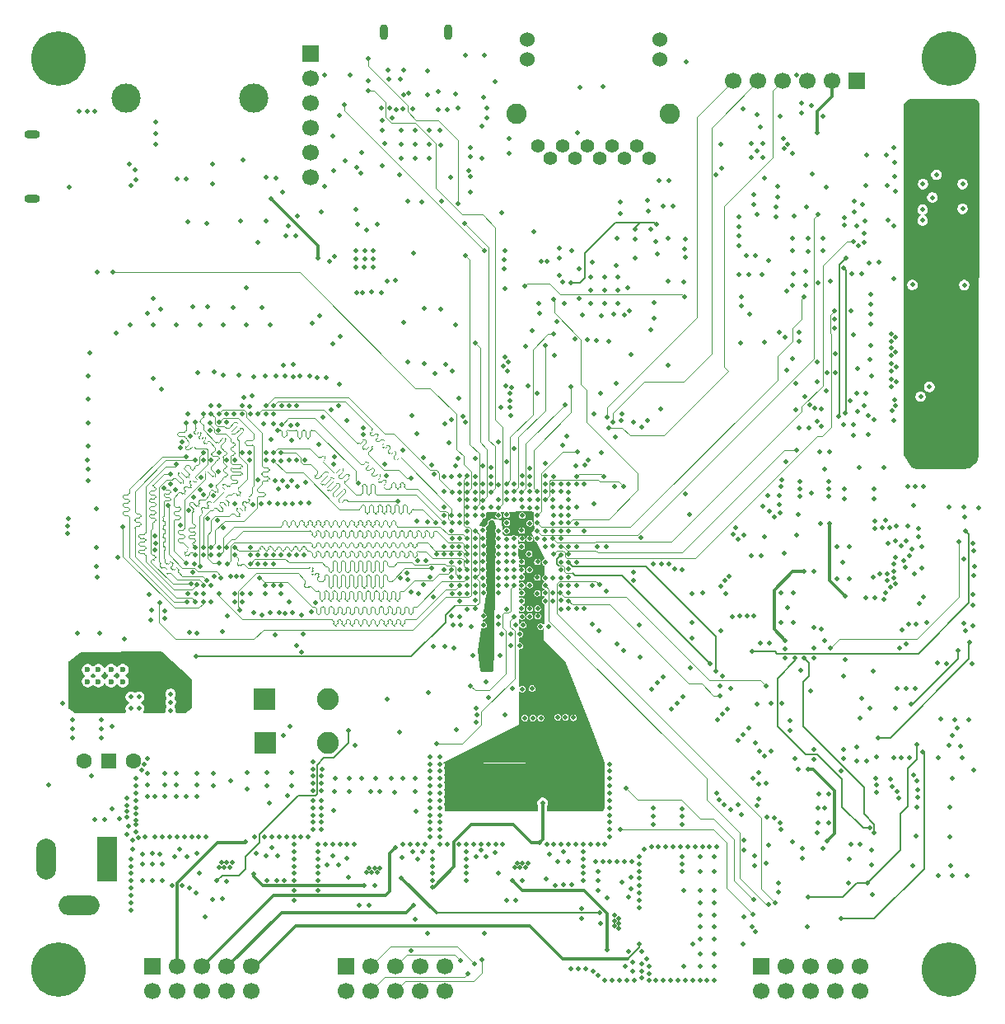
<source format=gbr>
%TF.GenerationSoftware,KiCad,Pcbnew,9.0.4*%
%TF.CreationDate,2025-11-16T17:21:23-06:00*%
%TF.ProjectId,zynq_test,7a796e71-5f74-4657-9374-2e6b69636164,rev?*%
%TF.SameCoordinates,Original*%
%TF.FileFunction,Copper,L6,Inr*%
%TF.FilePolarity,Positive*%
%FSLAX46Y46*%
G04 Gerber Fmt 4.6, Leading zero omitted, Abs format (unit mm)*
G04 Created by KiCad (PCBNEW 9.0.4) date 2025-11-16 17:21:23*
%MOMM*%
%LPD*%
G01*
G04 APERTURE LIST*
%TA.AperFunction,ComponentPad*%
%ADD10C,0.499999*%
%TD*%
%TA.AperFunction,ComponentPad*%
%ADD11R,1.700000X1.700000*%
%TD*%
%TA.AperFunction,ComponentPad*%
%ADD12C,1.700000*%
%TD*%
%TA.AperFunction,HeatsinkPad*%
%ADD13C,3.000000*%
%TD*%
%TA.AperFunction,ComponentPad*%
%ADD14C,5.600000*%
%TD*%
%TA.AperFunction,ComponentPad*%
%ADD15R,1.500000X1.500000*%
%TD*%
%TA.AperFunction,ComponentPad*%
%ADD16C,1.600000*%
%TD*%
%TA.AperFunction,ComponentPad*%
%ADD17R,2.250000X2.250000*%
%TD*%
%TA.AperFunction,ComponentPad*%
%ADD18C,2.250000*%
%TD*%
%TA.AperFunction,ComponentPad*%
%ADD19C,0.600000*%
%TD*%
%TA.AperFunction,ComponentPad*%
%ADD20C,1.397000*%
%TD*%
%TA.AperFunction,ComponentPad*%
%ADD21C,1.524000*%
%TD*%
%TA.AperFunction,ComponentPad*%
%ADD22C,2.082800*%
%TD*%
%TA.AperFunction,ComponentPad*%
%ADD23R,2.000000X4.600000*%
%TD*%
%TA.AperFunction,ComponentPad*%
%ADD24O,2.000000X4.200000*%
%TD*%
%TA.AperFunction,ComponentPad*%
%ADD25O,4.200000X2.000000*%
%TD*%
%TA.AperFunction,HeatsinkPad*%
%ADD26O,1.600000X0.900000*%
%TD*%
%TA.AperFunction,HeatsinkPad*%
%ADD27O,0.900000X1.600000*%
%TD*%
%TA.AperFunction,ComponentPad*%
%ADD28C,1.800000*%
%TD*%
%TA.AperFunction,ViaPad*%
%ADD29C,0.480000*%
%TD*%
%TA.AperFunction,Conductor*%
%ADD30C,0.100000*%
%TD*%
%TA.AperFunction,Conductor*%
%ADD31C,0.130000*%
%TD*%
%TA.AperFunction,Conductor*%
%ADD32C,0.113030*%
%TD*%
%TA.AperFunction,Conductor*%
%ADD33C,0.300000*%
%TD*%
%TA.AperFunction,Conductor*%
%ADD34C,0.184400*%
%TD*%
%TA.AperFunction,Conductor*%
%ADD35C,0.118400*%
%TD*%
%TA.AperFunction,Conductor*%
%ADD36C,0.200000*%
%TD*%
%TA.AperFunction,Conductor*%
%ADD37C,0.112300*%
%TD*%
%TA.AperFunction,Conductor*%
%ADD38C,0.150000*%
%TD*%
G04 APERTURE END LIST*
D10*
%TO.N,GND*%
%TO.C,U1403*%
X139210001Y-126800000D03*
X139210001Y-127350001D03*
X139210001Y-127900000D03*
X139660000Y-127075001D03*
X139660000Y-127625002D03*
X139660000Y-128175001D03*
%TD*%
D11*
%TO.N,GND*%
%TO.C,J1302*%
X154280000Y-132060000D03*
D12*
%TO.N,+5V*%
X154280000Y-134600000D03*
%TO.N,/GPIO/GPIO0.OUT.15*%
X156820000Y-132060000D03*
%TO.N,/GPIO/GPIO0.OUT.21*%
X156820000Y-134600000D03*
%TO.N,/GPIO/GPIO2.OUT.6*%
X159360000Y-132060000D03*
%TO.N,/GPIO/GPIO1.OUT.9*%
X159360000Y-134600000D03*
%TO.N,unconnected-(J1302-Pin_7-Pad7)*%
X161900000Y-132060000D03*
%TO.N,unconnected-(J1302-Pin_8-Pad8)*%
X161900000Y-134600000D03*
%TO.N,unconnected-(J1302-Pin_9-Pad9)*%
X164440000Y-132060000D03*
%TO.N,unconnected-(J1302-Pin_10-Pad10)*%
X164440000Y-134600000D03*
%TD*%
D13*
%TO.N,GND*%
%TO.C,J1001*%
X102120000Y-42840000D03*
X88980000Y-42840000D03*
%TD*%
D14*
%TO.N,GND*%
%TO.C,H101*%
X82060000Y-38820000D03*
%TD*%
D11*
%TO.N,/Programmer/JTAG.Z.TMS.C*%
%TO.C,J701*%
X107970000Y-38280000D03*
D12*
%TO.N,/Programmer/JTAG.Z.TDI.C*%
X107970000Y-40820000D03*
%TO.N,/Programmer/JTAG.Z.TDO.C*%
X107970000Y-43360000D03*
%TO.N,/Programmer/JTAG.Z.CLK.C*%
X107970000Y-45900000D03*
%TO.N,GND*%
X107970000Y-48440000D03*
%TO.N,unconnected-(J701-Pin_6-Pad6)*%
X107970000Y-50980000D03*
%TD*%
D15*
%TO.N,Net-(SW1401-C)*%
%TO.C,SW1401*%
X87240000Y-110920000D03*
D16*
%TO.N,/Power/V_{in}*%
X84700000Y-110920000D03*
%TO.N,GND*%
X89780000Y-110920000D03*
%TD*%
D14*
%TO.N,GND*%
%TO.C,H104*%
X173600000Y-132400000D03*
%TD*%
D17*
%TO.N,GND*%
%TO.C,SW602*%
X103230000Y-104570000D03*
D18*
%TO.N,/Zynq PWR+JTAG/PROG*%
X109730000Y-104570000D03*
%TD*%
D10*
%TO.N,GND*%
%TO.C,U1401*%
X128939999Y-121899999D03*
X129490000Y-121899999D03*
X130039999Y-121899999D03*
X129215000Y-121450000D03*
X129765001Y-121450000D03*
X130315000Y-121450000D03*
%TD*%
%TO.N,GND*%
%TO.C,U1405*%
X98560000Y-121830000D03*
X99110001Y-121830000D03*
X99660000Y-121830000D03*
X98835001Y-121380001D03*
X99385002Y-121380001D03*
X99935001Y-121380001D03*
%TD*%
D17*
%TO.N,GND*%
%TO.C,SW601*%
X103290000Y-109050000D03*
D18*
%TO.N,/Zynq PWR+JTAG/PS_RST*%
X109790000Y-109050000D03*
%TD*%
D14*
%TO.N,GND*%
%TO.C,H103*%
X82060000Y-132400000D03*
%TD*%
D19*
%TO.N,GND*%
%TO.C,U501*%
X88680000Y-101580000D03*
X87480000Y-101580000D03*
X86180000Y-101580000D03*
X85080000Y-101580000D03*
X88680000Y-102780000D03*
X87480000Y-102780000D03*
X86180000Y-102780000D03*
X85080000Y-102780000D03*
%TD*%
D11*
%TO.N,GND*%
%TO.C,J1402*%
X91750000Y-132060000D03*
D12*
%TO.N,+5V*%
X91750000Y-134600000D03*
%TO.N,/Power/3V3_sense*%
X94290000Y-132060000D03*
%TO.N,+3V3*%
X94290000Y-134600000D03*
%TO.N,/Power/1V35_sense*%
X96830000Y-132060000D03*
%TO.N,+1V35*%
X96830000Y-134600000D03*
%TO.N,/Power/1V0_sense*%
X99370000Y-132060000D03*
%TO.N,+1V0*%
X99370000Y-134600000D03*
%TO.N,/Power/1V8_sense*%
X101910000Y-132060000D03*
%TO.N,+1V8*%
X101910000Y-134600000D03*
%TD*%
D20*
%TO.N,/ETHERNET/ETH_TX1_P*%
%TO.C,J1101*%
X131348400Y-47742801D03*
%TO.N,/ETHERNET/ETH_TX1_N*%
X132618400Y-49012801D03*
%TO.N,/ETHERNET/ETH_TX2_P*%
X133888400Y-47742801D03*
%TO.N,/ETHERNET/ETH_TX2_N*%
X135158400Y-49012801D03*
%TO.N,Net-(J1101-TRCT1)*%
X136428400Y-47742801D03*
X137698400Y-49012801D03*
%TO.N,/ETHERNET/ETH_TX3_P*%
X138968400Y-47742801D03*
%TO.N,/ETHERNET/ETH_TX3_N*%
X140238400Y-49012801D03*
%TO.N,/ETHERNET/ETH_TX4_P*%
X141508400Y-47742801D03*
%TO.N,/ETHERNET/ETH_TX4_N*%
X142778400Y-49012801D03*
D21*
%TO.N,+3V3*%
X143857900Y-38852801D03*
%TO.N,/ETHERNET/LED1*%
X143857900Y-36820801D03*
%TO.N,+3V3*%
X130268900Y-38852801D03*
%TO.N,/ETHERNET/LED2*%
X130268900Y-36820801D03*
D22*
%TO.N,Net-(C1122-Pad1)*%
X144937400Y-44440801D03*
X129189400Y-44440801D03*
%TD*%
D23*
%TO.N,/Power/V_{in}*%
%TO.C,J1401*%
X87070000Y-120990000D03*
D24*
%TO.N,GND*%
X80770000Y-120990000D03*
D25*
X84170000Y-125790000D03*
%TD*%
D14*
%TO.N,GND*%
%TO.C,H102*%
X173600000Y-38820000D03*
%TD*%
D11*
%TO.N,+3V3*%
%TO.C,J1303*%
X164130000Y-41100000D03*
D12*
%TO.N,+1V8*%
X161590000Y-41100000D03*
%TO.N,GND*%
X159050000Y-41100000D03*
%TO.N,/GPIO/MIO1.49*%
X156510000Y-41100000D03*
%TO.N,/GPIO/MIO1.50*%
X153970000Y-41100000D03*
%TO.N,/GPIO/MIO1.48*%
X151430000Y-41100000D03*
%TD*%
D26*
%TO.N,unconnected-(J1002-Shield-Pad6)_2*%
%TO.C,J1002*%
X79325000Y-46580000D03*
%TO.N,unconnected-(J1002-Shield-Pad6)_1*%
X79325000Y-53180000D03*
%TD*%
D11*
%TO.N,GND*%
%TO.C,J1301*%
X111600000Y-132060000D03*
D12*
%TO.N,+3V3*%
X111600000Y-134600000D03*
%TO.N,/GPIO/GPIO0.OUT.16*%
X114140000Y-132060000D03*
%TO.N,/GPIO/GPIO0.OUT.8*%
X114140000Y-134600000D03*
%TO.N,/GPIO/GPIO0.OUT.7*%
X116680000Y-132060000D03*
%TO.N,/GPIO/GPIO0.OUT.19*%
X116680000Y-134600000D03*
%TO.N,/GPIO/GPIO0.OUT.23*%
X119220000Y-132060000D03*
%TO.N,/GPIO/GPIO0.OUT.11*%
X119220000Y-134600000D03*
%TO.N,/GPIO/GPIO0.OUT.5*%
X121760000Y-132060000D03*
%TO.N,/GPIO/GPIO0.OUT.6*%
X121760000Y-134600000D03*
%TD*%
D27*
%TO.N,unconnected-(J702-Shield-Pad6)_4*%
%TO.C,J702*%
X122130000Y-36115000D03*
%TO.N,unconnected-(J702-Shield-Pad6)_5*%
X115530000Y-36115000D03*
%TD*%
D28*
%TO.N,/HDMI/HDMI_SHIELD*%
%TO.C,J801*%
X175210000Y-79550000D03*
X170310000Y-78950000D03*
X170310000Y-64450000D03*
X175210000Y-63850000D03*
%TD*%
D10*
%TO.N,GND*%
%TO.C,U1402*%
X113735001Y-122369999D03*
X114285002Y-122369999D03*
X114835001Y-122369999D03*
X114010002Y-121920000D03*
X114560003Y-121920000D03*
X115110002Y-121920000D03*
%TD*%
D28*
%TO.N,/HDMI/HDMI_SHIELD*%
%TO.C,J802*%
X175210000Y-60050000D03*
X170310000Y-59450000D03*
X170310000Y-44950000D03*
X175210000Y-44350000D03*
%TD*%
D29*
%TO.N,GND*%
X90000000Y-114250000D03*
X90000000Y-117000000D03*
%TO.N,+5V*%
X89100000Y-116100000D03*
X89700000Y-120000000D03*
X89700000Y-119100000D03*
X89100000Y-118500000D03*
%TO.N,+3V3*%
X91200000Y-112200000D03*
X93000000Y-112200000D03*
X93000000Y-113400000D03*
X91200000Y-114600000D03*
X93000000Y-114600000D03*
X96300000Y-114600000D03*
X94200000Y-114600000D03*
X91200000Y-113400000D03*
%TO.N,GND*%
X91200000Y-110700000D03*
X90000000Y-112750000D03*
X90000000Y-115000000D03*
X90000000Y-115750000D03*
X90000000Y-116400000D03*
X90000000Y-118200000D03*
X90300000Y-118800000D03*
X103400000Y-55500000D03*
X105700000Y-56000000D03*
X106600000Y-55000000D03*
%TO.N,/Cameras/CAM_RX.0.CAM_CLK_N*%
X141200000Y-91540000D03*
X144824228Y-90684228D03*
X135300000Y-88900000D03*
%TO.N,/Cameras/CAM_RX.0.CAM_CLK_P*%
X134510000Y-88910000D03*
X141200000Y-92420000D03*
X145375772Y-91235772D03*
%TO.N,/Cameras/CAM_RX.0.CAM_D0_N*%
X155114228Y-85324228D03*
%TO.N,/Cameras/CAM_RX.0.I2C_CLK*%
X149020000Y-100950000D03*
X133725000Y-89775000D03*
%TO.N,Net-(J801-SDA)*%
X160490000Y-74770000D03*
X164890000Y-74430000D03*
X168120000Y-74460000D03*
%TO.N,/Zynq Dram/DDR_L0.4*%
X107360000Y-80060000D03*
X123270000Y-83310000D03*
%TO.N,/Zynq Dram/DDR_L1.10*%
X122490000Y-85690000D03*
X104170000Y-74470000D03*
%TO.N,/Cameras/CAM_RX.0.CAM_D0_P*%
X155665772Y-85875772D03*
%TO.N,+1V8*%
X135290000Y-92900000D03*
X165860000Y-84010000D03*
X153350000Y-127950000D03*
X139510588Y-98920589D03*
X135920000Y-65180000D03*
X164600000Y-104470000D03*
X115300000Y-62840000D03*
X143597017Y-102907017D03*
X165660000Y-121580000D03*
X159730000Y-110770000D03*
X154630000Y-87930000D03*
X153650000Y-121710000D03*
X149500000Y-132000000D03*
X148000000Y-129250000D03*
X146190000Y-121550000D03*
X138500000Y-125000000D03*
X163380000Y-121040000D03*
X127300000Y-87310000D03*
X162750000Y-109740000D03*
X129690000Y-94500000D03*
X162960000Y-100570000D03*
X120020000Y-128650000D03*
X148000000Y-125500000D03*
X128110000Y-92890000D03*
X147250000Y-129750000D03*
X140960000Y-69210000D03*
X129710000Y-88110000D03*
X135810000Y-126090000D03*
X159370000Y-103770000D03*
X150357017Y-106147017D03*
X148000000Y-122250000D03*
X149500000Y-129250000D03*
X135860000Y-127090000D03*
X155170000Y-98810000D03*
X146190000Y-120800000D03*
X112780000Y-55820000D03*
X165500000Y-105520000D03*
X133330000Y-65860000D03*
X133700000Y-95340000D03*
X135320000Y-90540000D03*
X126512966Y-84886573D03*
X148000000Y-126750000D03*
X131460000Y-63950000D03*
X164340000Y-80840000D03*
X143280000Y-65490000D03*
X132900000Y-84100000D03*
X146190000Y-122300000D03*
X113360000Y-62830000D03*
X127960000Y-58520000D03*
X155300000Y-105050000D03*
X112710000Y-62850000D03*
X150080000Y-103220000D03*
X165660000Y-120090000D03*
X137075000Y-75270000D03*
X149500000Y-126750000D03*
X146200000Y-117500000D03*
X149500000Y-122250000D03*
X131320000Y-95290000D03*
X156770000Y-100400000D03*
X144200000Y-102280000D03*
X163530000Y-119470000D03*
X128890000Y-89690000D03*
X162840000Y-84010000D03*
X148000000Y-120750000D03*
X158550000Y-120920000D03*
X146370000Y-61780000D03*
X146300000Y-132050000D03*
X127300000Y-88910000D03*
X128530000Y-99130000D03*
X128100000Y-88140000D03*
X128005000Y-106240000D03*
X146175000Y-116650000D03*
X136900000Y-96880000D03*
X128910000Y-92100000D03*
X127320000Y-85730000D03*
X128100000Y-91290000D03*
X155020000Y-119560000D03*
X146175000Y-115825000D03*
X150270000Y-50070000D03*
X157770000Y-110720000D03*
X132920000Y-81700000D03*
X127910000Y-59480000D03*
X140620000Y-62360000D03*
X156410000Y-105060000D03*
X162490000Y-111970000D03*
X146320000Y-124250000D03*
X135590000Y-63450000D03*
X137770000Y-73210000D03*
X127300000Y-93700000D03*
X127310000Y-90540000D03*
X160050000Y-46470000D03*
X128540000Y-97900000D03*
X150860000Y-105590000D03*
X148000000Y-124250000D03*
X148000000Y-128000000D03*
X164100000Y-109520000D03*
X153840000Y-105070000D03*
X158070000Y-85670000D03*
X159740000Y-100380000D03*
X154790000Y-121410000D03*
X159740000Y-97230000D03*
X157300000Y-106800000D03*
X165010000Y-94210000D03*
X139120000Y-65050000D03*
X152550000Y-119040000D03*
X129690000Y-84130000D03*
X125740000Y-96060000D03*
X133040000Y-69310000D03*
X149500000Y-124250000D03*
X156040000Y-123460000D03*
X135120000Y-67630000D03*
X114820000Y-55820000D03*
X128000000Y-62430000D03*
X149500000Y-120750000D03*
X132150000Y-92150000D03*
X129700000Y-91340000D03*
X148000000Y-132000000D03*
X151150000Y-103480000D03*
X130500800Y-80890000D03*
X114280000Y-62800000D03*
X149500000Y-130750000D03*
X148000000Y-130750000D03*
X143010000Y-103590000D03*
X125980000Y-102855000D03*
X149500000Y-125500000D03*
X149500000Y-128000000D03*
X144820000Y-51330000D03*
X149790000Y-106690000D03*
X165780000Y-101740000D03*
%TO.N,/Cameras/CAM_RX.0.I2C_SDA*%
X134500000Y-90540000D03*
X149660000Y-101750000D03*
%TO.N,/Cameras/CAM_RX.0.CAM_D1_N*%
X151414228Y-87654228D03*
%TO.N,/Cameras/CAM_RX.0.CAM_D1_P*%
X151965772Y-88205772D03*
%TO.N,/Zynq Dram/DDR_CTR.WE*%
X95960000Y-83880000D03*
X99380000Y-75290000D03*
X124100000Y-90480000D03*
X98520000Y-76960000D03*
X99450000Y-90670000D03*
%TO.N,/Cameras/CAM_RX.1.CAM_D1_P*%
X154035772Y-113285772D03*
%TO.N,/Zynq Dram/DDR_L1.DQS_P*%
X121690000Y-85690000D03*
X104150000Y-75310000D03*
%TO.N,/Cameras/CAM_RX.1.CAM_D0_P*%
X154675772Y-110445772D03*
%TO.N,/Cameras/CAM_RX.1.CAM_D0_N*%
X154124228Y-109894228D03*
%TO.N,/Cameras/CAM_RX.1.I2C_CLK*%
X151900000Y-115450000D03*
X132090000Y-93700000D03*
%TO.N,/Cameras/CAM_RX.1.CAM_D1_N*%
X153484228Y-112734228D03*
%TO.N,/Cameras/CAM_RX.1.CAM_CLK_P*%
X132100000Y-94500000D03*
X150505772Y-115465772D03*
X155654228Y-116754228D03*
%TO.N,/Cameras/CAM_RX.1.I2C_SDA*%
X132890000Y-93700000D03*
X152300000Y-116450000D03*
%TO.N,/Cameras/CAM_RX.1.CAM_CLK_N*%
X156205772Y-117305772D03*
X149954228Y-114914228D03*
X132880000Y-94490000D03*
%TO.N,/Cameras/CAM_TX.2.I2C_CLK*%
X133680000Y-93710000D03*
X154800000Y-103210000D03*
%TO.N,+3V3*%
X124440000Y-47960000D03*
X158910000Y-60690000D03*
X109940000Y-59630000D03*
X124450000Y-50910000D03*
X161000000Y-51990000D03*
X106000000Y-112100000D03*
X116000000Y-40930000D03*
X169990000Y-112350000D03*
X95910000Y-64300000D03*
X119670000Y-64490000D03*
X156989112Y-47584960D03*
X86475000Y-107650000D03*
X169180000Y-98890000D03*
X163630000Y-60940000D03*
X103750000Y-115300000D03*
X101500000Y-112100000D03*
X156150000Y-83690000D03*
X125830000Y-38500000D03*
X153050000Y-61020000D03*
X95200000Y-114625000D03*
X163801751Y-67188249D03*
X134508248Y-87310000D03*
X126100000Y-44900000D03*
X154170000Y-45810000D03*
X151990000Y-57000000D03*
X124910000Y-81720000D03*
X99990000Y-64400000D03*
X153540000Y-52760000D03*
X165380000Y-59770000D03*
X163770000Y-77540000D03*
X166940000Y-80840000D03*
X160110000Y-61850000D03*
X87600000Y-107400000D03*
X153740000Y-59020000D03*
X97130000Y-126910000D03*
X94200000Y-113400000D03*
X168540000Y-99320000D03*
X112630000Y-54337500D03*
X168100000Y-105520000D03*
X135310000Y-84900000D03*
X143170000Y-90750000D03*
X126080000Y-43870000D03*
X120730000Y-71180000D03*
X124900000Y-91300000D03*
X110430000Y-59140000D03*
X94200000Y-112250000D03*
X98000000Y-112250000D03*
X125710000Y-83330000D03*
X96300000Y-113400000D03*
X105900000Y-107400000D03*
X98890000Y-125120000D03*
X106000000Y-113500000D03*
X158470000Y-44380000D03*
X137460000Y-88890000D03*
X103500000Y-113500000D03*
X158250000Y-83750000D03*
X110280000Y-68080000D03*
X158275000Y-83000000D03*
X97880000Y-125170000D03*
X164160000Y-73220000D03*
X95200000Y-51190000D03*
X155820000Y-55040000D03*
X115920000Y-39990000D03*
X92000000Y-114625000D03*
X128405000Y-47020000D03*
X141370000Y-57330000D03*
X136100000Y-82510000D03*
X119670000Y-70150000D03*
X164180000Y-70650000D03*
X119400000Y-53500000D03*
X152240000Y-64250000D03*
X133710000Y-90500000D03*
X121360000Y-64530000D03*
X162870000Y-55930000D03*
X96560000Y-122500000D03*
X146950000Y-85620000D03*
X124920000Y-92890000D03*
X111010000Y-67340000D03*
X156832500Y-80250000D03*
X146490000Y-83490000D03*
X99750000Y-113000000D03*
X141940000Y-87970000D03*
X127585000Y-54630000D03*
X105640000Y-114520000D03*
X158200000Y-67860000D03*
X142650000Y-53350000D03*
X165530000Y-65050000D03*
X124920000Y-93710000D03*
X97440000Y-64300000D03*
X155980000Y-53000000D03*
X142700000Y-54500000D03*
X86500000Y-106700000D03*
X101430000Y-113840000D03*
X142940000Y-56330000D03*
X115390000Y-45180000D03*
X128415000Y-48570000D03*
X96300000Y-112200000D03*
X86050000Y-60780000D03*
X160300000Y-79180000D03*
X158210000Y-76750000D03*
X132110000Y-87320000D03*
X121840000Y-70250000D03*
X163760000Y-76410000D03*
X124900000Y-88900000D03*
X103500000Y-112100000D03*
X110280000Y-46760000D03*
X124900000Y-90500000D03*
X161850000Y-66490000D03*
X113140000Y-50590000D03*
X98000000Y-113500000D03*
X139230000Y-82740000D03*
X165520000Y-63040000D03*
X158250000Y-82250000D03*
X151990000Y-55060000D03*
X110350000Y-50340000D03*
X102550000Y-57700000D03*
X163830000Y-53430000D03*
X159275000Y-74405000D03*
X86500000Y-108600000D03*
%TO.N,/Cameras/CAM_TX.2.I2C_SDA*%
X134505000Y-94525000D03*
X150080000Y-104240000D03*
%TO.N,/HDMI/RX.D1+*%
X167650000Y-68550000D03*
%TO.N,/Zynq Dram/DDR_L1.DM*%
X104950000Y-79260000D03*
X116970000Y-84240000D03*
%TO.N,Net-(J801-SCL)*%
X168020000Y-73820000D03*
X163420000Y-73970000D03*
X159810000Y-74740000D03*
%TO.N,/HDMI/RX.D1-*%
X167650000Y-69330000D03*
%TO.N,/HDMI/RX.CK+*%
X167680000Y-71710000D03*
%TO.N,/HDMI/HDMI.EN*%
X155030000Y-59570000D03*
X132920000Y-89690000D03*
X161870000Y-64680000D03*
%TO.N,/HDMI/HDMI_SHIELD*%
X171770000Y-62050000D03*
X173270000Y-62060000D03*
%TO.N,/HDMI/RX.D2-*%
X167640000Y-67840000D03*
%TO.N,/HDMI/RX_UTIL*%
X170680000Y-73520000D03*
%TO.N,Net-(J801-HPD)*%
X167920000Y-75970000D03*
X165860000Y-75920000D03*
X157890000Y-72180000D03*
%TO.N,/HDMI/RX_CEC*%
X171580000Y-72520000D03*
%TO.N,/HDMI/RX.D2+*%
X167640000Y-67060000D03*
%TO.N,/HDMI/RX.CK-*%
X167680000Y-72490000D03*
%TO.N,/HDMI/RX.D0-*%
X167710000Y-70920000D03*
%TO.N,/Zynq Dram/DDR_L2.DM*%
X104200000Y-92946515D03*
X118300000Y-93560000D03*
%TO.N,/USB_OTG/USB0.STP*%
X132900000Y-82500000D03*
X128590000Y-75430000D03*
%TO.N,/Boot/SD0.CMD*%
X134480000Y-82500000D03*
X142620000Y-75970000D03*
%TO.N,+1V0*%
X133250000Y-109425000D03*
X128000000Y-113500000D03*
X128880000Y-87300000D03*
X127250000Y-122500000D03*
X130470000Y-88880000D03*
X136750000Y-111750000D03*
X126510000Y-85730000D03*
X130840000Y-109485000D03*
X122540000Y-115370000D03*
X128050000Y-115250000D03*
X122500000Y-113500000D03*
X130500000Y-92110000D03*
X125720000Y-91310000D03*
X136700000Y-115115000D03*
X131310000Y-89700000D03*
X129100000Y-125260000D03*
X122500000Y-111750000D03*
X127320000Y-92120000D03*
X129750000Y-86530000D03*
X130510000Y-87340000D03*
X124000000Y-113500000D03*
X135050000Y-109400000D03*
X131700000Y-109500000D03*
X130490000Y-93730000D03*
X131310000Y-92930000D03*
X129930000Y-113030000D03*
X136750000Y-113500000D03*
X128100000Y-125290000D03*
X126000000Y-113500000D03*
X125980000Y-115330000D03*
X131840000Y-113540000D03*
X134000000Y-113500000D03*
X131320000Y-91320000D03*
X134000000Y-111700000D03*
X132000000Y-111700000D03*
X125750000Y-92880000D03*
X124000000Y-111750000D03*
X128890000Y-86500000D03*
X128000000Y-111750000D03*
X134180000Y-109395000D03*
X130000000Y-111700000D03*
X125740000Y-86490000D03*
X129900000Y-109500000D03*
X125730000Y-89670000D03*
X129730000Y-100615000D03*
X129930000Y-115280000D03*
X124040000Y-115370000D03*
X130680000Y-100630000D03*
X126000000Y-111750000D03*
X133940000Y-115070000D03*
X130510000Y-90550000D03*
X130510000Y-85740000D03*
X125720000Y-88100000D03*
%TO.N,/Zynq Dram/DDR_CTR.CLK_N*%
X100350000Y-91950000D03*
X100980000Y-79280000D03*
X100960000Y-93790000D03*
X122480000Y-89720000D03*
%TO.N,/Zynq Dram/DDR_L0.6*%
X117465000Y-79065000D03*
X106650000Y-76410000D03*
%TO.N,/Boot/QSPI0.SS-B*%
X123900000Y-76170000D03*
%TO.N,/Zynq Dram/DDR_L0.5*%
X108800000Y-78410000D03*
X115610000Y-80490000D03*
%TO.N,/Zynq Dram/DDR_L0.0*%
X106040000Y-78020000D03*
X123300000Y-82520000D03*
%TO.N,/Zynq Dram/DDR_L2.DQS_P*%
X104160000Y-90700000D03*
X120230000Y-92043485D03*
%TO.N,/USB_OTG/USB0.DATA-7*%
X135300000Y-82500000D03*
X130040000Y-68350000D03*
%TO.N,/Boot/QSPI0.IO-1*%
X124900000Y-83310000D03*
X122230000Y-78260000D03*
X117957278Y-70002722D03*
X105440000Y-57040000D03*
%TO.N,/USB_OTG/USB0.DATA-2*%
X127800000Y-70390000D03*
X130350000Y-72430000D03*
%TO.N,/Zynq Dram/DDR_CTR.CAS*%
X97620000Y-76980000D03*
X100970000Y-75270000D03*
X98050000Y-91950000D03*
X94570000Y-86690000D03*
X124100000Y-92110000D03*
X102700000Y-92150000D03*
%TO.N,/Zynq Dram/DDR_CTR.CLK_P*%
X100950000Y-91970000D03*
X101770000Y-93780000D03*
X101760000Y-79270000D03*
X121690000Y-89720000D03*
%TO.N,/Zynq Mio/ETH0.TX-CLK.Z*%
X136510000Y-80000000D03*
%TO.N,/Boot/SD0.DATA-0*%
X142020000Y-76630000D03*
X130499200Y-84148116D03*
%TO.N,/USB_OTG/USB0.DIR*%
X130501400Y-82548784D03*
X127540000Y-74610000D03*
%TO.N,/Zynq Dram/DDR_CTR.CS*%
X100150000Y-75270000D03*
X120460000Y-91150000D03*
X98010000Y-83710000D03*
X100170000Y-89800000D03*
%TO.N,/USB_OTG/USB0.DATA-3*%
X118570000Y-58760000D03*
X130500000Y-84930000D03*
%TO.N,/Programmer/JTAG.Z.TDO*%
X113890000Y-41060000D03*
X123870000Y-59020000D03*
X124880000Y-84920000D03*
X110910000Y-44670000D03*
%TO.N,/Zynq Dram/DDR_ADDR4*%
X123300000Y-90530000D03*
X88710000Y-86920000D03*
X97760000Y-94590000D03*
X96970000Y-80080000D03*
X96980000Y-94580000D03*
%TO.N,/Zynq Mio/SD0.CLK.Z*%
X139300000Y-77670000D03*
X132099999Y-83272770D03*
%TO.N,Net-(U202G-PS_DDR_VRN_502)*%
X124920000Y-85710000D03*
%TO.N,/Boot/QSPI0.IO-0*%
X92540000Y-64550000D03*
X126510000Y-81700000D03*
%TO.N,/Boot/SD0.DATA-3*%
X141200000Y-76150000D03*
X132099999Y-81672770D03*
%TO.N,/USB_OTG/USB0.DATA-1*%
X128060000Y-72420800D03*
X132910000Y-83300000D03*
%TO.N,/Boot/SD0.DATA-2*%
X131260000Y-84930000D03*
X144730000Y-70310000D03*
%TO.N,/Zynq Dram/DDR_L3.25*%
X120620000Y-99190000D03*
X122636821Y-96971529D03*
%TO.N,/Programmer/JTAG.Z.TMS*%
X123150000Y-53670000D03*
X124900000Y-88100000D03*
X113870000Y-38830000D03*
%TO.N,/Zynq Dram/DDR_L1.15*%
X112890000Y-82410000D03*
X104600000Y-76960000D03*
%TO.N,/Zynq Dram/DDR_ADDR5*%
X121700000Y-88910000D03*
X97780000Y-89790000D03*
X97750000Y-75260000D03*
X96970000Y-88990000D03*
%TO.N,/Zynq Dram/DDR_L3.29*%
X122680000Y-99320000D03*
X123310000Y-96128160D03*
%TO.N,/Zynq Dram/DDR_L2.17*%
X122503485Y-92096515D03*
X102570000Y-90690000D03*
%TO.N,/USB_OTG/USB0.DATA-0*%
X131230000Y-73180000D03*
X128470800Y-73180000D03*
%TO.N,/Zynq Mio/ETH0.TX-CTL.Z*%
X135400000Y-79200000D03*
X131300000Y-85720000D03*
%TO.N,/USB_OTG/USB0.DATA-4*%
X127930000Y-69460000D03*
X133720000Y-82510000D03*
%TO.N,/Boot/SD0.DATA-1*%
X128100800Y-80225000D03*
X143950000Y-74810000D03*
%TO.N,/Zynq Dram/DDR_ADDR2*%
X96610000Y-90980000D03*
X97640000Y-76210000D03*
X122490000Y-90520000D03*
%TO.N,/Programmer/JTAG.Z.CLK*%
X113900000Y-42120000D03*
X127310000Y-84920000D03*
%TO.N,/Boot/QSPI0.IO-3*%
X122460000Y-75880000D03*
X91250000Y-64950000D03*
%TO.N,/Zynq Dram/DDR_L0.DQS_P*%
X113380000Y-76755000D03*
X122500000Y-81730000D03*
%TO.N,Net-(U202G-PS_DDR_VRP_502)*%
X124100000Y-87340000D03*
%TO.N,/USB_OTG/USB0.DATA-6*%
X131318161Y-84128161D03*
X128910800Y-78846279D03*
%TO.N,+1V35*%
X105770000Y-74470000D03*
X116250000Y-112750000D03*
X110420000Y-79680000D03*
X113000000Y-125800000D03*
X103360000Y-71380000D03*
X114700000Y-112700000D03*
X102580000Y-89790000D03*
X106150000Y-84500000D03*
X113250000Y-112750000D03*
X118850000Y-116100000D03*
X124100000Y-92900000D03*
X120590244Y-94059000D03*
X122900000Y-80630000D03*
X110380000Y-116050000D03*
X109573517Y-71566483D03*
X115100000Y-114100000D03*
X103320000Y-92940000D03*
X124100000Y-86500000D03*
X102100000Y-95720000D03*
X105370000Y-95770000D03*
X112000000Y-114100000D03*
X114200000Y-114100000D03*
X111900000Y-122900000D03*
X91000000Y-102100000D03*
X116620000Y-114170000D03*
X106110000Y-95730000D03*
X92400000Y-102100000D03*
X103380000Y-79280000D03*
X110450000Y-114100000D03*
X101770000Y-89800000D03*
X94130000Y-83080000D03*
X108500000Y-94700000D03*
X96340000Y-97780000D03*
X100610000Y-71300000D03*
X121720000Y-83300000D03*
X83485000Y-105060000D03*
X105350000Y-71440000D03*
X98400000Y-86190000D03*
X124910000Y-84130000D03*
X98090000Y-70990000D03*
X107860000Y-71410000D03*
X113970000Y-125750000D03*
X92000000Y-87800000D03*
X92980000Y-96320000D03*
X105230000Y-70270000D03*
X97720000Y-82700000D03*
X106050000Y-82150000D03*
X100180000Y-80060000D03*
X118750000Y-112750000D03*
X107450000Y-82360000D03*
X112000000Y-112750000D03*
X110500000Y-112750000D03*
X102600000Y-82040000D03*
X92400000Y-100500000D03*
X91780000Y-71670000D03*
X100160000Y-94590000D03*
X107340000Y-89770000D03*
X118750000Y-114100000D03*
X105580000Y-82780000D03*
X107780000Y-84470000D03*
X121690000Y-91300000D03*
X118420000Y-75470000D03*
X105750000Y-89770000D03*
X124100000Y-95340000D03*
X103770000Y-84450000D03*
X91000000Y-100500000D03*
X117500000Y-112750000D03*
X123260000Y-88920000D03*
X104750000Y-95710000D03*
X119980000Y-86380000D03*
X91590000Y-96430000D03*
X110840000Y-74470000D03*
%TO.N,/Zynq Dram/DDR_ADDR9*%
X96130000Y-76170000D03*
X96970000Y-89800000D03*
X122500000Y-87296515D03*
X96160000Y-89790000D03*
%TO.N,/Zynq Dram/DDR_L2.22*%
X104970000Y-92950000D03*
X119040000Y-93770000D03*
%TO.N,/Zynq Dram/DDR_CTR.ODT*%
X100180000Y-88990000D03*
X124100000Y-91313485D03*
X101092500Y-73567500D03*
X100970000Y-74470000D03*
X100180000Y-84490000D03*
%TO.N,/Zynq Dram/DDR_L1.14*%
X104170000Y-80090000D03*
X120880000Y-86460000D03*
%TO.N,GND*%
X92750000Y-118750000D03*
X130450000Y-89670000D03*
X109500000Y-119500000D03*
X160990000Y-72930000D03*
X111690000Y-75950000D03*
X115390000Y-46140000D03*
X102140000Y-71530000D03*
X108053485Y-95583485D03*
X139750000Y-133500000D03*
X151990000Y-58020000D03*
X108250000Y-118000000D03*
X149750000Y-119750000D03*
X124000000Y-121750000D03*
X158370000Y-101620000D03*
X160680000Y-58577500D03*
X167950000Y-47950000D03*
X156387500Y-82062500D03*
X165820000Y-92080000D03*
X142000000Y-131750000D03*
X119990000Y-40040000D03*
X129690000Y-88900000D03*
X133400000Y-106450000D03*
X139540000Y-63990000D03*
X125720000Y-84955145D03*
X112060000Y-40520000D03*
X96250000Y-124500000D03*
X124000000Y-123250000D03*
X154810000Y-113200000D03*
X130950000Y-56600000D03*
X136000000Y-120250000D03*
X144250000Y-133500000D03*
X165970000Y-94210000D03*
X131650000Y-59640000D03*
X86000000Y-91000000D03*
X122030000Y-44040000D03*
X125710000Y-82530000D03*
X163830000Y-54520000D03*
X139910000Y-76010000D03*
X176200000Y-90990000D03*
X170130000Y-82775000D03*
X104390000Y-71420000D03*
X128120000Y-85660000D03*
X132100000Y-90530000D03*
X169800000Y-89170000D03*
X127750000Y-119500000D03*
X85760000Y-116940000D03*
X159690000Y-91490000D03*
X155340000Y-109970000D03*
X104970000Y-93780000D03*
X139540000Y-61250000D03*
X95000000Y-118750000D03*
X127300000Y-88100000D03*
X138750000Y-113500000D03*
X124660000Y-100100000D03*
X142750000Y-133500000D03*
X89488244Y-124004194D03*
X151940000Y-108810000D03*
X133750000Y-119500000D03*
X139500000Y-121250000D03*
X124270000Y-50330000D03*
X121090000Y-42190000D03*
X82525000Y-105060000D03*
X123210000Y-73690000D03*
X121250000Y-117250000D03*
X133000000Y-119500000D03*
X160680000Y-57227500D03*
X83030000Y-86800000D03*
X130840000Y-106535000D03*
X133700000Y-91320000D03*
X161900000Y-71070000D03*
X109100000Y-117250000D03*
X168090000Y-68950000D03*
X125055000Y-106240000D03*
X121430000Y-53470000D03*
X153250000Y-49000000D03*
X152780000Y-59020000D03*
X164490000Y-119470000D03*
X153060000Y-107570000D03*
X121250000Y-110500000D03*
X163360000Y-92210000D03*
X144040000Y-90680000D03*
X170260000Y-112970000D03*
X172780000Y-106650000D03*
X141750000Y-123000000D03*
X141250000Y-133500000D03*
X91850000Y-63410000D03*
X130490000Y-92880000D03*
X130500000Y-88110000D03*
X170770000Y-88970000D03*
X118720000Y-49060000D03*
X153250000Y-47500000D03*
X123680000Y-75520000D03*
X83050000Y-86020000D03*
X142000000Y-132500000D03*
X140025000Y-75270000D03*
X131300000Y-92100000D03*
X134850000Y-123670000D03*
X83170000Y-52020000D03*
X150300000Y-102200000D03*
X154500000Y-49000000D03*
X120170000Y-47610000D03*
X117270000Y-46160000D03*
X126967500Y-41187500D03*
X154410000Y-61030000D03*
X147210000Y-93790000D03*
X108750000Y-120250000D03*
X169550000Y-110610000D03*
X95500000Y-124000000D03*
X143175000Y-115775000D03*
X137380000Y-67740000D03*
X161250000Y-83750000D03*
X169837500Y-62050000D03*
X114405000Y-59390000D03*
X117490000Y-44000000D03*
X91750000Y-123250000D03*
X92030000Y-47610000D03*
X167070000Y-86260000D03*
X109100000Y-116500000D03*
X132250000Y-119500000D03*
X167180000Y-48710000D03*
X128100000Y-88910000D03*
X104970000Y-80090000D03*
X92040000Y-45370000D03*
X118250000Y-119500000D03*
X128110000Y-92110000D03*
X124910000Y-94470000D03*
X128100000Y-95330000D03*
X104700000Y-82980000D03*
X95750000Y-118750000D03*
X134510000Y-89730000D03*
X130480000Y-91320000D03*
X136800000Y-62620000D03*
X168000000Y-50940000D03*
X159110000Y-58650000D03*
X156270000Y-85490000D03*
X175160000Y-96770000D03*
X117510000Y-65910000D03*
X110250000Y-119500000D03*
X93565000Y-82515000D03*
X139800000Y-54750000D03*
X127860000Y-60440000D03*
X105090000Y-82150000D03*
X109050000Y-54590000D03*
X148000000Y-133500000D03*
X85000000Y-80000000D03*
X145250000Y-119750000D03*
X154440000Y-84800000D03*
X131310000Y-90490000D03*
X156340000Y-118000000D03*
X107000000Y-118750000D03*
X89500000Y-124750000D03*
X151990000Y-56080000D03*
X168450000Y-114740000D03*
X141750000Y-126000000D03*
X137500000Y-119500000D03*
X161250000Y-82250000D03*
X92620000Y-72750000D03*
X108750000Y-121750000D03*
X160100000Y-115780000D03*
X133550000Y-58310000D03*
X173680000Y-118720000D03*
X138750000Y-117250000D03*
X170560000Y-94750000D03*
X89500000Y-122500000D03*
X170100000Y-103530000D03*
X127310000Y-89720000D03*
X153740000Y-109110000D03*
X120500000Y-121750000D03*
X137575000Y-123250000D03*
X151140000Y-115940000D03*
X84020000Y-97800000D03*
X136800000Y-61250000D03*
X136750000Y-119500000D03*
X115900000Y-61700000D03*
X112655000Y-60265000D03*
X165530000Y-68240000D03*
X123303485Y-91280000D03*
X89400000Y-66120000D03*
X161030000Y-71040000D03*
X138750000Y-118000000D03*
X90900000Y-111300000D03*
X145750000Y-133500000D03*
X138600000Y-67890000D03*
X138750000Y-112000000D03*
X132470000Y-97130000D03*
X155820000Y-54080000D03*
X117550000Y-42560000D03*
X112690000Y-50000000D03*
X160200000Y-114330000D03*
X122518161Y-93728161D03*
X165860000Y-83000000D03*
X94200000Y-66120000D03*
X134510000Y-83310000D03*
X161890000Y-69120000D03*
X161370000Y-61660000D03*
X120250000Y-118750000D03*
X114405000Y-60265000D03*
X134750000Y-132250000D03*
X154050000Y-112140000D03*
X125760000Y-42830000D03*
X160360000Y-86520000D03*
X120250000Y-114250000D03*
X128860000Y-91290000D03*
X138170000Y-61250000D03*
X104750000Y-118750000D03*
X118720000Y-47610000D03*
X85500000Y-112440000D03*
X85120000Y-82200000D03*
X160090000Y-72030000D03*
X165640000Y-71370000D03*
X133690000Y-94470000D03*
X85120000Y-76200000D03*
X129713104Y-81686715D03*
X135214127Y-80655349D03*
X176130000Y-91880000D03*
X103500000Y-123250000D03*
X138250000Y-119500000D03*
X170290000Y-115710000D03*
X104500000Y-123250000D03*
X106250000Y-123250000D03*
X108750000Y-123250000D03*
X156760000Y-99390000D03*
X142500000Y-131250000D03*
X88320000Y-116870000D03*
X129490000Y-99130000D03*
X152460000Y-129780000D03*
X132920000Y-85710000D03*
X120250000Y-117250000D03*
X106250000Y-120250000D03*
X153310000Y-89830000D03*
X108750000Y-119500000D03*
X124750000Y-119500000D03*
X89515577Y-125493810D03*
X109100000Y-113250000D03*
X97900000Y-51650000D03*
X167250000Y-92400000D03*
X120500000Y-122500000D03*
X102940000Y-84490000D03*
X136000000Y-122500000D03*
X137250000Y-121250000D03*
X124110000Y-82490000D03*
X169210000Y-103505000D03*
X169390000Y-86840000D03*
X121250000Y-114250000D03*
X156150000Y-84650000D03*
X103800000Y-66120000D03*
X120250000Y-115000000D03*
X161850000Y-65530000D03*
X165530000Y-66050000D03*
X168070000Y-92750000D03*
X99050000Y-71330000D03*
X106250000Y-125250000D03*
X108640000Y-71550000D03*
X103450000Y-51005000D03*
X85320000Y-69000000D03*
X154860000Y-116690000D03*
X159110000Y-57227500D03*
X152510000Y-126930000D03*
X136000000Y-121000000D03*
X157520000Y-119210000D03*
X85840000Y-44270000D03*
X113530000Y-58515000D03*
X152180000Y-67990000D03*
X136080000Y-95300000D03*
X142750000Y-132000000D03*
X89500000Y-121000000D03*
X129720000Y-84900000D03*
X108750000Y-124250000D03*
X128270000Y-69990000D03*
X131650000Y-106525000D03*
X105360000Y-84490000D03*
X163550000Y-64750000D03*
X152520000Y-87750000D03*
X157500000Y-48580000D03*
X106250000Y-121750000D03*
X145070000Y-105590000D03*
X170210000Y-118640000D03*
X120250000Y-115750000D03*
X130750000Y-103500000D03*
X115230000Y-43900000D03*
X143500000Y-133500000D03*
X89500000Y-121750000D03*
X125750000Y-93660000D03*
X88000000Y-67000000D03*
X104590000Y-84490000D03*
X109390000Y-40520000D03*
X105760000Y-80070000D03*
X106900000Y-71410000D03*
X90600000Y-111900000D03*
X129500000Y-97900000D03*
X125720000Y-92110000D03*
X160080000Y-69980000D03*
X125730000Y-88880000D03*
X103380000Y-80080000D03*
X96600000Y-66120000D03*
X138750000Y-121250000D03*
X86050000Y-92100000D03*
X108250000Y-111000000D03*
X151340000Y-96150000D03*
X83550000Y-106700000D03*
X136250000Y-132250000D03*
X128120000Y-87300000D03*
X148250000Y-93700000D03*
X95500000Y-97740000D03*
X149750000Y-114210000D03*
X133960000Y-123660000D03*
X101780000Y-88990000D03*
X137659411Y-97579411D03*
X137500000Y-133000000D03*
X170950000Y-82790000D03*
X91620000Y-95470000D03*
X149500000Y-133500000D03*
X119000000Y-119500000D03*
X165520000Y-64040000D03*
X136900000Y-92880000D03*
X127000000Y-119500000D03*
X138250000Y-133500000D03*
X97280000Y-55740000D03*
X133130000Y-123690000D03*
X136000000Y-119500000D03*
X157860000Y-74840000D03*
X120250000Y-110500000D03*
X121250000Y-116500000D03*
X163310000Y-123450000D03*
X91800000Y-66120000D03*
X91400000Y-93860000D03*
X111000000Y-119500000D03*
X114405000Y-58515000D03*
X85120000Y-81000000D03*
X109420000Y-51900000D03*
X108250000Y-116500000D03*
X93010000Y-95510000D03*
X108250000Y-115000000D03*
X141750000Y-122250000D03*
X85120000Y-78600000D03*
X146470000Y-57310000D03*
X90000000Y-117500000D03*
X103250000Y-118750000D03*
X159730000Y-99370000D03*
X124440000Y-48920000D03*
X132270000Y-59630000D03*
X106250000Y-118750000D03*
X91000000Y-118750000D03*
X105500000Y-118750000D03*
X147180000Y-96700000D03*
X120920000Y-89720000D03*
X146602500Y-39182500D03*
X123860000Y-38470000D03*
X141750000Y-125250000D03*
X165080000Y-73220000D03*
X136800000Y-63990000D03*
X159060000Y-127950000D03*
X168730000Y-110615000D03*
X158860000Y-62110000D03*
X146000000Y-119750000D03*
X98960000Y-97660000D03*
X125000000Y-105500000D03*
X124000000Y-121000000D03*
X141750000Y-120750000D03*
X138750000Y-115000000D03*
X125720000Y-90460000D03*
X130000000Y-106525000D03*
X93600000Y-104050000D03*
X99380000Y-80080000D03*
X138750000Y-114250000D03*
X128180000Y-70930000D03*
X162120000Y-92200000D03*
X104000000Y-118750000D03*
X120250000Y-112000000D03*
X176080000Y-93880000D03*
X132100000Y-82472770D03*
X158550000Y-119920000D03*
X96420000Y-71030000D03*
X128470000Y-74640000D03*
X138000000Y-121250000D03*
X122560000Y-70910000D03*
X123000000Y-107750000D03*
X99750000Y-91950000D03*
X112655000Y-58515000D03*
X118090000Y-42400000D03*
X92040000Y-46510000D03*
X137570000Y-122330000D03*
X145682983Y-104992983D03*
X162750000Y-110730000D03*
X157010000Y-95160000D03*
X112655000Y-59390000D03*
X143750000Y-119750000D03*
X145000000Y-133500000D03*
X121250000Y-118000000D03*
X108250000Y-115750000D03*
X133890000Y-61750000D03*
X124000000Y-119500000D03*
X121250000Y-111250000D03*
X135450000Y-46420000D03*
X106250000Y-119500000D03*
X166000000Y-87070000D03*
X89500000Y-123250000D03*
X118890000Y-86310000D03*
X142970000Y-66640000D03*
X136000000Y-121750000D03*
X100960000Y-94590000D03*
X166440000Y-59750000D03*
X106250000Y-124250000D03*
X118720000Y-46160000D03*
X144500000Y-119750000D03*
X167890000Y-110610000D03*
X159210000Y-76760000D03*
X152442983Y-108232983D03*
X139540000Y-62620000D03*
X140189412Y-99599411D03*
X167770000Y-74960000D03*
X118340000Y-130420000D03*
X153540000Y-53830000D03*
X115570000Y-47540000D03*
X138170000Y-63990000D03*
X101750000Y-74510000D03*
X124000000Y-122500000D03*
X81050000Y-113370000D03*
X142000000Y-130500000D03*
X101400000Y-66120000D03*
X152450000Y-43980000D03*
X155980000Y-51940000D03*
X108250000Y-114000000D03*
X176150000Y-111840000D03*
X95410000Y-55540000D03*
X148250000Y-119750000D03*
X120170000Y-46160000D03*
X115380000Y-49780000D03*
X170050000Y-91730000D03*
X161240000Y-117320000D03*
X118910000Y-77310000D03*
X106600000Y-82790000D03*
X128110000Y-89700000D03*
X135640000Y-41737500D03*
X120250000Y-112750000D03*
X117270000Y-49060000D03*
X122910000Y-42480000D03*
X124000000Y-120250000D03*
X165150000Y-48710000D03*
X83032981Y-87613965D03*
X85120000Y-71400000D03*
X175650000Y-106720000D03*
X97930000Y-49680000D03*
X175940000Y-100980000D03*
X99000000Y-66120000D03*
X147500000Y-119750000D03*
X162840000Y-83000000D03*
X83525000Y-107650000D03*
X94240000Y-51190000D03*
X164970000Y-55460000D03*
X125585000Y-49040000D03*
X136450000Y-67720000D03*
X152240000Y-63250000D03*
X106190000Y-70210000D03*
X149660589Y-50789411D03*
X154210000Y-98810000D03*
X109100000Y-115750000D03*
X157540000Y-58577500D03*
X167220000Y-51840000D03*
X128160000Y-86460000D03*
X135500000Y-132250000D03*
X151680000Y-86970000D03*
X120250000Y-111250000D03*
X156040000Y-124420000D03*
X131300000Y-88110000D03*
X168290000Y-103510000D03*
X137540000Y-124230000D03*
X173960000Y-122690000D03*
X150650000Y-93790000D03*
X132890000Y-88870000D03*
X147250000Y-133500000D03*
X120500000Y-120250000D03*
X104980000Y-74470000D03*
X137000000Y-132500000D03*
X164590000Y-60940000D03*
X153530000Y-96060000D03*
X172510000Y-122720000D03*
X146500000Y-133500000D03*
X168070000Y-67450000D03*
X112520000Y-109330000D03*
X176670000Y-84940000D03*
X138750000Y-118750000D03*
X117250000Y-40950000D03*
X97250000Y-118750000D03*
X176080000Y-94910000D03*
X167990000Y-49440000D03*
X134180000Y-106445000D03*
X130490000Y-95320000D03*
X124100000Y-88910000D03*
X93500000Y-118750000D03*
X138170000Y-62620000D03*
X101415000Y-62370000D03*
X138750000Y-111250000D03*
X120700000Y-81520000D03*
X85010000Y-44265000D03*
X136000000Y-123250000D03*
X149000000Y-119750000D03*
X104310000Y-82120000D03*
X154310000Y-89830000D03*
X101040000Y-49200000D03*
X156660000Y-89650000D03*
X87540000Y-115850000D03*
X121250000Y-112750000D03*
X121250000Y-115000000D03*
X110390000Y-80480000D03*
X127300000Y-82540000D03*
X100780000Y-55490000D03*
X157900000Y-87730000D03*
X157600000Y-96730000D03*
X109100000Y-114000000D03*
X168780000Y-97470000D03*
X102970000Y-96000000D03*
X143200000Y-116650000D03*
X167600000Y-112820000D03*
X138380000Y-88940000D03*
X147200000Y-98340000D03*
X127300000Y-92890000D03*
X170930000Y-51710000D03*
X173900000Y-112730000D03*
X174226802Y-106679108D03*
X122900000Y-66180000D03*
X121250000Y-118750000D03*
X164470000Y-106540000D03*
X131300000Y-93720000D03*
X165140000Y-110910000D03*
X145270000Y-53950000D03*
X135000000Y-106500000D03*
X140500000Y-133500000D03*
X138750000Y-115750000D03*
X108190000Y-65970000D03*
X142000000Y-133250000D03*
X162070000Y-88950000D03*
X153892500Y-48310000D03*
X168200000Y-71980000D03*
X106970000Y-84480000D03*
X123300000Y-85720000D03*
X167370000Y-88610000D03*
X159720000Y-109730000D03*
X129690000Y-90480000D03*
X105770000Y-94590000D03*
X128100000Y-84120000D03*
X173710000Y-115670000D03*
X103360000Y-93790000D03*
X124400000Y-52500000D03*
X144250000Y-53960000D03*
X165500000Y-69750000D03*
X127490000Y-100110000D03*
X108250000Y-111750000D03*
X169230000Y-88370000D03*
X106450000Y-56990000D03*
X125830000Y-128650000D03*
X120500000Y-123250000D03*
X154640000Y-51110000D03*
X124461000Y-97180000D03*
X161250000Y-114330000D03*
X157600000Y-93650000D03*
X109100000Y-115000000D03*
X147020000Y-101360000D03*
X156340000Y-93650000D03*
X126510000Y-80810000D03*
X170890000Y-55440000D03*
X99020000Y-87010000D03*
X94750000Y-123750000D03*
X125635000Y-45740000D03*
X158100000Y-111770000D03*
X128860000Y-88100000D03*
X93600000Y-105750000D03*
X142750000Y-132750000D03*
X171280000Y-96710000D03*
X165990000Y-86280000D03*
X157540000Y-57227500D03*
X107750000Y-118750000D03*
X173580000Y-84910000D03*
X167320000Y-55420000D03*
X124900000Y-79860000D03*
X108250000Y-117250000D03*
X108750000Y-121000000D03*
X128100000Y-90480000D03*
X93605000Y-104900000D03*
X167920000Y-92160000D03*
X105250000Y-123250000D03*
X141750000Y-123750000D03*
X168180000Y-86850000D03*
X154500000Y-47500000D03*
X160780000Y-115790000D03*
X153880000Y-54820000D03*
X164110000Y-56000000D03*
X134500000Y-119500000D03*
X120250000Y-116500000D03*
X116140000Y-43920000D03*
X126250000Y-119500000D03*
X169870000Y-121690000D03*
X146290000Y-104370000D03*
X86790000Y-116960000D03*
X150990000Y-91980000D03*
X121250000Y-119500000D03*
X120170000Y-49060000D03*
X104970000Y-89800000D03*
X129690000Y-92080000D03*
X138750000Y-112750000D03*
X170780000Y-91110000D03*
X109100000Y-118000000D03*
X143000000Y-119750000D03*
X169380000Y-82780000D03*
X135250000Y-119500000D03*
X128750000Y-103500000D03*
X101740000Y-80040000D03*
X161300000Y-79180000D03*
X107080000Y-95970000D03*
X138070000Y-41680000D03*
X156350000Y-96710000D03*
X158200000Y-66900000D03*
X102250000Y-118750000D03*
X113550000Y-59390000D03*
X172390000Y-100900000D03*
X175170000Y-62060000D03*
X175140000Y-84910000D03*
X104150000Y-76330000D03*
X139000000Y-133500000D03*
X164140000Y-110930000D03*
X128630000Y-72560000D03*
X142250000Y-120000000D03*
X125502097Y-119517674D03*
X103830000Y-95700000D03*
X137080000Y-84510000D03*
X120250000Y-113500000D03*
X127310000Y-91330000D03*
X108250000Y-113250000D03*
X89500000Y-126250000D03*
X121250000Y-112000000D03*
X140250000Y-121250000D03*
X173330000Y-100930000D03*
X171010000Y-94120000D03*
X152010000Y-61020000D03*
X121250000Y-113500000D03*
X158470000Y-43420000D03*
X139800000Y-53550000D03*
X175170000Y-85900000D03*
X166880000Y-94310000D03*
X96660000Y-83090000D03*
X86000000Y-85000000D03*
X173760000Y-121690000D03*
X166089099Y-112684143D03*
X106250000Y-121000000D03*
X129690000Y-87270000D03*
X121250000Y-115750000D03*
X83550000Y-108550000D03*
X108750000Y-122500000D03*
X146750000Y-119750000D03*
X128840000Y-90470000D03*
X113510000Y-60265000D03*
X125720000Y-87280000D03*
X115850000Y-104630000D03*
X144720000Y-61640000D03*
X90750000Y-123250000D03*
X109100000Y-112500000D03*
X146170000Y-91330000D03*
X150180000Y-97530000D03*
X136140000Y-80590000D03*
X94250000Y-118750000D03*
X118720000Y-127170000D03*
X168060000Y-52460000D03*
X150190000Y-47600000D03*
X122420612Y-96030612D03*
X128900000Y-88900000D03*
X92750000Y-123250000D03*
X175450000Y-122700000D03*
X111750000Y-119500000D03*
X143200000Y-117450000D03*
X159530000Y-50700000D03*
X141750000Y-124500000D03*
X117270000Y-47610000D03*
X106250000Y-122500000D03*
X132120000Y-80340000D03*
X161225000Y-83000000D03*
X125000000Y-107000000D03*
X119750000Y-119500000D03*
X165060000Y-51830000D03*
X138750000Y-116500000D03*
X106580000Y-89800000D03*
X84160000Y-44260000D03*
X141000000Y-121250000D03*
X112500000Y-119500000D03*
X129730000Y-103565000D03*
X117530000Y-39970000D03*
X163390000Y-88970000D03*
X108920000Y-65260000D03*
X176070000Y-88620000D03*
X160180000Y-117280000D03*
X92030000Y-88610000D03*
X141750000Y-121500000D03*
X96500000Y-118750000D03*
X148750000Y-133500000D03*
X120250000Y-118000000D03*
X129730000Y-85750000D03*
X160655000Y-44700000D03*
X93750000Y-123750000D03*
X117980000Y-53440000D03*
X97380000Y-86040000D03*
X88890000Y-98380000D03*
X106200000Y-71460000D03*
X92000000Y-118750000D03*
X120500000Y-121000000D03*
X170890000Y-54340000D03*
X168200000Y-70470000D03*
X86000000Y-89000000D03*
X157290000Y-107790000D03*
X122000000Y-119500000D03*
X139440000Y-57300000D03*
X117500000Y-119500000D03*
X108250000Y-112500000D03*
X123250000Y-119500000D03*
X143760000Y-51350000D03*
X130510000Y-86530000D03*
X169120000Y-91090000D03*
X109150000Y-111750000D03*
X90000000Y-113500000D03*
X162709811Y-90552400D03*
X136090000Y-87310000D03*
X168100000Y-90020000D03*
X85120000Y-73800000D03*
%TO.N,/Zynq PWR+JTAG/VCC+PLL*%
X125980000Y-101305000D03*
X126500000Y-86500000D03*
X126590000Y-99320000D03*
X126530000Y-100110000D03*
X125590000Y-99300000D03*
X125620000Y-100100000D03*
%TO.N,/USB_OTG/USB0.NXT*%
X128510000Y-73980000D03*
X133700000Y-83300000D03*
%TO.N,/Boot/QSPI0.IO-2*%
X125700000Y-80670000D03*
X103010000Y-64350000D03*
%TO.N,V_{TT 0.675} REF*%
X101940000Y-73470000D03*
X124920000Y-87300000D03*
X96180000Y-100230000D03*
X124900000Y-92100000D03*
X88200000Y-90030000D03*
X98570000Y-79270000D03*
%TO.N,/Zynq Dram/DDR_L1.9*%
X122510000Y-83310000D03*
X103370000Y-74470000D03*
%TO.N,/Zynq Dram/DDR_CTR.BA0*%
X124103485Y-89668888D03*
X98575000Y-74485000D03*
X99370000Y-88990000D03*
X98540000Y-81210000D03*
%TO.N,/Zynq Dram/DDR_ADDR6*%
X96160000Y-94590000D03*
X96170000Y-80080000D03*
X96960000Y-93790000D03*
X123290000Y-89720000D03*
%TO.N,/Zynq Dram/DDR_L0.DQS_N*%
X121700000Y-81720000D03*
X113380000Y-77385000D03*
%TO.N,/Zynq Dram/DDR_CTR.BA1*%
X96750000Y-81780000D03*
X123290000Y-92930000D03*
X97770000Y-80070000D03*
X98580000Y-93790000D03*
%TO.N,/Zynq Dram/DDR_L0.2*%
X119620000Y-79750000D03*
X109220000Y-75670000D03*
%TO.N,/Zynq Dram/DDR_ADDR8*%
X117930000Y-91620000D03*
X95310000Y-94620000D03*
X95900000Y-91530000D03*
X95170000Y-79680000D03*
%TO.N,/Zynq Dram/DDR_L0.1*%
X110130000Y-74910000D03*
X123300000Y-81690000D03*
%TO.N,/Zynq Dram/DDR_L0.DM*%
X120390000Y-80560000D03*
X105910000Y-76490000D03*
%TO.N,/Zynq Mio/ETH0.TXD-1.Z*%
X138100000Y-81700000D03*
X135300000Y-81700000D03*
%TO.N,/Programmer/JTAG.Z.TDI*%
X111420000Y-43560000D03*
X125700000Y-85740000D03*
X125840000Y-58540000D03*
%TO.N,/HDMI/RX.D0+*%
X167710000Y-70140000D03*
%TO.N,/Programmer/FTDI_VPHY*%
X121070000Y-44090000D03*
%TO.N,+1V8_FTDI*%
X122350000Y-51030000D03*
X117160000Y-50710000D03*
X123170000Y-43860000D03*
X116820000Y-44060000D03*
%TO.N,Net-(U702-EECS)*%
X116350000Y-44900000D03*
%TO.N,Net-(U702-REF)*%
X119990000Y-42510000D03*
%TO.N,/Zynq PWR+JTAG/DONE*%
X129700000Y-92910000D03*
X126290000Y-104440000D03*
%TO.N,Net-(U702-EECLK)*%
X121245000Y-46145000D03*
%TO.N,Net-(U702-EEDATA)*%
X121330000Y-47720000D03*
%TO.N,/Programmer/FTDI_VPLL*%
X118450000Y-44000000D03*
%TO.N,/Boot/SD0.DATA1_SD*%
X156642500Y-48050000D03*
%TO.N,/Boot/SD0.CLK_SD*%
X159480000Y-43600000D03*
%TO.N,/Boot/SD0.DATA2_SD*%
X153870000Y-44580000D03*
%TO.N,/Boot/SD0.DATA0_SD*%
X156622500Y-47060000D03*
%TO.N,/USB_OTG/REF-26MHz*%
X116720000Y-61570000D03*
%TO.N,/USB_OTG/USB_OTG.D-*%
X90065772Y-51284228D03*
X89925772Y-50215772D03*
%TO.N,+5V_{USB_OTG}*%
X108740000Y-59330000D03*
X103900000Y-53180000D03*
%TO.N,/USB_OTG/USB_OTG.D+*%
X89514228Y-51835772D03*
X89374228Y-49664228D03*
%TO.N,+5V*%
X140000000Y-123400000D03*
X118500000Y-120250000D03*
X104600000Y-120700000D03*
X89250000Y-117600000D03*
X94000000Y-120750000D03*
X105080000Y-52550000D03*
X133400000Y-121300000D03*
X103400000Y-120700000D03*
X140700000Y-124900000D03*
X92750000Y-121500000D03*
X90750000Y-120500000D03*
X91750000Y-121500000D03*
X95250000Y-120750000D03*
X110900000Y-121600000D03*
X89100000Y-115500000D03*
X141050000Y-131600000D03*
X89100000Y-114750000D03*
X164840624Y-57650624D03*
X111700000Y-120900000D03*
X140350000Y-132000000D03*
X109700000Y-121600000D03*
X90750000Y-121500000D03*
X125500000Y-120100000D03*
X175000000Y-54250000D03*
X140900000Y-124100000D03*
X91710000Y-120470000D03*
X92500000Y-120500000D03*
X164680000Y-53790000D03*
X89100000Y-116700000D03*
X167970000Y-61437500D03*
X96340000Y-120390000D03*
X119500000Y-120250000D03*
X117370000Y-120860000D03*
X104000000Y-119800000D03*
X126970000Y-120360000D03*
X132200000Y-123050000D03*
X140900000Y-122900000D03*
X119000000Y-121000000D03*
X125000000Y-120800000D03*
X134500000Y-121300000D03*
X175000000Y-51710000D03*
X126000000Y-120800000D03*
X110300000Y-120700000D03*
X132500000Y-120500000D03*
X153730000Y-128450000D03*
X134000000Y-120300000D03*
X140700000Y-130500000D03*
X104452500Y-51057500D03*
X102400000Y-120400000D03*
X141050000Y-132500000D03*
X94500000Y-120000000D03*
%TO.N,/Zynq Dram/DDR_L2.20*%
X124086896Y-93733285D03*
X104345000Y-98025000D03*
%TO.N,/HDMI/TX_UTIL*%
X172300000Y-50740000D03*
%TO.N,Net-(J802-HPD)*%
X157560000Y-60920000D03*
X164900000Y-56770000D03*
%TO.N,/HDMI/TX_CEC*%
X171890000Y-53080000D03*
%TO.N,/HDMI/RX_EQ0*%
X153130000Y-65090000D03*
X156920000Y-70840000D03*
%TO.N,/Zynq Dram/DDR_ADDR13*%
X124100001Y-84137230D03*
X95210000Y-90600000D03*
X96040000Y-90680000D03*
X95180000Y-76210000D03*
%TO.N,/HDMI/HDMI.RX.CLK_N*%
X133700001Y-86510000D03*
%TO.N,/HDMI/HDMI.RX.D2_P*%
X133690000Y-84910000D03*
%TO.N,/HDMI/HDMI.RX.SDA*%
X160070000Y-76040000D03*
X132900000Y-86528161D03*
%TO.N,/HDMI/HDMI.CTR.SCL*%
X162740000Y-60300000D03*
X133730000Y-88110000D03*
X162935000Y-75255000D03*
X162740000Y-76410000D03*
%TO.N,/HDMI/HDMI.RX.D0_P*%
X134490000Y-85720000D03*
%TO.N,/HDMI/HDMI.RX.SCL*%
X160490000Y-76560000D03*
X132900000Y-87317411D03*
%TO.N,/HDMI/RX_TXPRE*%
X158750000Y-73500000D03*
%TO.N,/Zynq Dram/DDR_ADDR1*%
X117250000Y-92140000D03*
X97733862Y-92945087D03*
X96970000Y-79290000D03*
X97000000Y-92880000D03*
%TO.N,/HDMI/HDMI.RX.CLK_P*%
X133696150Y-87310000D03*
%TO.N,/HDMI/RX_SWG*%
X157540000Y-69590000D03*
X154670000Y-67960000D03*
%TO.N,/HDMI/HDMI.RX.D2_N*%
X134520000Y-84120000D03*
%TO.N,/HDMI/HDMI.RX.D1_N*%
X134510000Y-84920000D03*
%TO.N,/HDMI/HDMI.CTR.SDA*%
X163010000Y-59310000D03*
X157910000Y-79010000D03*
X133710000Y-88910000D03*
X162220000Y-75540000D03*
%TO.N,/HDMI/HDMI.RX.D1_P*%
X133690000Y-85720000D03*
%TO.N,/HDMI/HDMI.RX.D0_N*%
X135290000Y-86529200D03*
%TO.N,/HDMI/TX_EQ0*%
X158980000Y-54090000D03*
%TO.N,/HDMI/HDMI.TX.D1_P*%
X157505772Y-62134228D03*
X156745772Y-67465772D03*
%TO.N,/Zynq Dram/DDR_L1.11*%
X122510000Y-86500000D03*
X105060000Y-76370000D03*
%TO.N,/HDMI/HDMI.TX.SCL*%
X131290000Y-86500000D03*
X158710000Y-63270000D03*
X164270000Y-58070000D03*
%TO.N,/HDMI/TX_TXPRE*%
X162870000Y-55130000D03*
%TO.N,/HDMI/HDMI.TX.D1_N*%
X156954228Y-62685772D03*
X156194228Y-66914228D03*
%TO.N,/HDMI/TX_SWG*%
X157710000Y-54970000D03*
%TO.N,/HDMI/HDMI.TX.SDA*%
X132900000Y-88120000D03*
X163760000Y-57580000D03*
%TO.N,/HDMI/HDMI.TX.HDP*%
X131270000Y-87310000D03*
X160120000Y-54810000D03*
%TO.N,/ETHERNET/ETH0_INT*%
X131480000Y-64990000D03*
X132060000Y-88170000D03*
%TO.N,/ETHERNET/ETH_VDD_1V1*%
X140710000Y-64710000D03*
X134020000Y-63920000D03*
X140200000Y-65130000D03*
X137910000Y-65220000D03*
X146470000Y-59210000D03*
X146460000Y-58380000D03*
%TO.N,/ETHERNET/ETH0.MDIO*%
X128902160Y-83270375D03*
X132100000Y-68310000D03*
%TO.N,/ETHERNET/ETH_1V1*%
X144730000Y-57295000D03*
X143440000Y-57630000D03*
X139410000Y-60060000D03*
X136930000Y-59720000D03*
X135560000Y-60410000D03*
X143590000Y-58910000D03*
%TO.N,Net-(U1002-V_{DD15})*%
X113770000Y-56410000D03*
%TO.N,/ETHERNET/ETH_A_3V3*%
X134800000Y-58510000D03*
X141340000Y-59300000D03*
%TO.N,/ETHERNET/ETH0.MDC*%
X128100999Y-82490000D03*
X133000000Y-67110000D03*
%TO.N,/ETHERNET/ETH_LDO*%
X141370000Y-56310000D03*
X143560000Y-55790000D03*
X134732500Y-61870000D03*
%TO.N,/ETHERNET/ETH0.TXD-2*%
X143250000Y-63870000D03*
X130790000Y-66730000D03*
%TO.N,/ETHERNET/REF-25MHz*%
X133555000Y-61075000D03*
%TO.N,/Zynq PWR+JTAG/PROG*%
X124900000Y-89700000D03*
%TO.N,/Zynq PWR+JTAG/INIT*%
X124400000Y-103210000D03*
X128890000Y-92900000D03*
%TO.N,/Zynq PWR+JTAG/PS_RST*%
X128910000Y-82520000D03*
%TO.N,Net-(U1102A-ISET)*%
X133550000Y-59330000D03*
%TO.N,Net-(U401A-ZQ)*%
X103130000Y-76330000D03*
%TO.N,/Zynq Dram/DDR_ADDR14*%
X93570000Y-81490000D03*
X94600000Y-78740000D03*
X124100000Y-84872771D03*
X95346515Y-93716364D03*
X95680000Y-92780000D03*
%TO.N,Net-(U402A-ZQ)*%
X100160000Y-93790000D03*
%TO.N,/Zynq Dram/DDR_CTR.CLK_E*%
X95470000Y-85190000D03*
X122500000Y-91300000D03*
X100680000Y-95490000D03*
%TO.N,/Zynq Dram/DDR_L3.27*%
X121770000Y-99190000D03*
X123420000Y-96990000D03*
%TO.N,/Zynq Dram/DDR_L1.12*%
X103960000Y-77930000D03*
X122520000Y-88110000D03*
%TO.N,/Zynq Dram/DDR_ADDR12*%
X97350000Y-92410000D03*
X123300000Y-84130000D03*
X94800000Y-78140000D03*
X92950000Y-82910000D03*
%TO.N,/Zynq Mio/ETH0.TXD-3.Z*%
X137910000Y-79250000D03*
%TO.N,/Zynq Dram/DDR_L1.DQS_N*%
X121700000Y-84880000D03*
X103380000Y-75280000D03*
%TO.N,/Zynq Mio/PS-CLK-33.33M*%
X125720000Y-84160000D03*
X124900000Y-68060000D03*
%TO.N,/Zynq Dram/DDR_ADDR3*%
X97780000Y-89000000D03*
X97760000Y-74480000D03*
X98580000Y-75280000D03*
X98560000Y-89000000D03*
X122510000Y-88920000D03*
%TO.N,/Zynq Dram/DDR_CTR.RAS*%
X123300000Y-92100000D03*
X102030000Y-84620000D03*
X101780000Y-90690000D03*
X101770000Y-75290000D03*
%TO.N,/Zynq Dram/DDR_CTR.BA2*%
X124100000Y-88100000D03*
X99380000Y-76160000D03*
X98580000Y-89800000D03*
X96970000Y-83620000D03*
%TO.N,/Zynq Mio/0.9_Vref*%
X128910000Y-84140000D03*
%TO.N,/Zynq Dram/DDR_L2.23*%
X107060000Y-99790000D03*
X123290000Y-94530000D03*
%TO.N,/Zynq Dram/DDR_L2.18*%
X122480000Y-92910000D03*
X107230000Y-97896515D03*
%TO.N,/Zynq Dram/DDR_ADDR0*%
X98570000Y-76120000D03*
X119870000Y-90400000D03*
X98610000Y-90650000D03*
%TO.N,/Zynq Mio/ETH0.TXD-2.Z*%
X128100000Y-83320000D03*
X127310000Y-78210000D03*
%TO.N,/Zynq Dram/DDR_ADDR7*%
X96950000Y-75260000D03*
X123290000Y-88100000D03*
X96170000Y-88990000D03*
%TO.N,/Zynq Dram/DDR_CTR.RST*%
X95360000Y-75290000D03*
X92490000Y-94670000D03*
X124100000Y-81690000D03*
X92010000Y-89240000D03*
%TO.N,/Zynq Dram/DDR_L2.19*%
X104170000Y-89800000D03*
X118000000Y-92350000D03*
%TO.N,/Zynq Dram/DDR_ADDR10*%
X95600000Y-77610000D03*
X99410000Y-96040000D03*
X98770000Y-92110000D03*
X124100000Y-85730000D03*
X93320000Y-84690000D03*
%TO.N,/Zynq Dram/DDR_L1.13*%
X121710000Y-86500000D03*
X104140000Y-79250000D03*
%TO.N,/Zynq Dram/DDR_L0.3*%
X123110000Y-79890000D03*
X106570000Y-74470000D03*
%TO.N,/Zynq Dram/DDR_L2.21*%
X123320000Y-93728161D03*
X106570000Y-99120000D03*
%TO.N,/Zynq Dram/DDR_L2.DQS_N*%
X103330000Y-90740000D03*
X119590000Y-92850000D03*
%TO.N,/Zynq Dram/DDR_L0.7*%
X106560000Y-80070000D03*
X115800000Y-81680000D03*
%TO.N,/Zynq Dram/DDR_ADDR11*%
X94220000Y-80500000D03*
X96180000Y-93780000D03*
X123300000Y-86502804D03*
X96280000Y-92830000D03*
%TO.N,/Zynq Mio/ETH0.TXD-0.Z*%
X132100000Y-84100000D03*
X140170000Y-82740000D03*
%TO.N,/Programmer/UART0.TX*%
X126510000Y-82520000D03*
X113200000Y-48450000D03*
%TO.N,/Zynq Dram/DDR_L2.16*%
X103380000Y-89790000D03*
X118950000Y-90400000D03*
%TO.N,/ETHERNET/ETH0.RX-CTL*%
X131300002Y-83272769D03*
X134780000Y-72480000D03*
%TO.N,/Programmer/UART0.RX*%
X124910000Y-82500000D03*
X111570000Y-49300000D03*
%TO.N,/ETHERNET/ETH0.RXD-1*%
X134290000Y-77560000D03*
%TO.N,/ETHERNET/ETH0.RXD-0*%
X134150000Y-74330000D03*
X129690000Y-83320000D03*
%TO.N,/ETHERNET/ETH0.RX-CLK*%
X133930000Y-78490000D03*
%TO.N,/ETHERNET/ETH0.RXD-3*%
X139370000Y-72190000D03*
%TO.N,/Zynq Dram/DDR_L1.8*%
X118290000Y-81930000D03*
X102560000Y-75290000D03*
%TO.N,/ETHERNET/ETH0.RXD-2*%
X132900000Y-84900000D03*
%TO.N,/Power/PWR_ON_RST*%
X120080000Y-103920000D03*
X126510000Y-83330000D03*
X123820000Y-55760000D03*
X117130000Y-108000000D03*
%TO.N,/Zynq FPGA/CLK_125M*%
X134499999Y-86510000D03*
X132950000Y-63540000D03*
%TO.N,/Zynq FPGA/ETH0_RST*%
X132090000Y-88930000D03*
X129980000Y-62190000D03*
X146460000Y-63310000D03*
%TO.N,/Cameras/CAM_RX.1.LN_CLK_N*%
X131640000Y-97130000D03*
%TO.N,/Cameras/CAM_RX.1.LN_CLK_P*%
X131330000Y-96070000D03*
%TO.N,/Cameras/CAM_TX.2.CAM_D1_P*%
X134510000Y-95320000D03*
%TO.N,/Cameras/CAM_TX.2.CAM_D1_N*%
X135300000Y-95320000D03*
%TO.N,/Cameras/CAM_TX.2.LN_1_P*%
X141880000Y-100270000D03*
X134500000Y-93710000D03*
%TO.N,/Cameras/CAM_TX.2.LN_1_N*%
X134510000Y-92910000D03*
X141740000Y-96990000D03*
%TO.N,/Cameras/CAM_TX.2.CAM_D0_N*%
X134520000Y-92100000D03*
%TO.N,/Cameras/CAM_TX.2.LN_0_N*%
X133710000Y-92120000D03*
%TO.N,/Cameras/CAM_TX.2.LN_0_P*%
X132880000Y-92110000D03*
%TO.N,/Cameras/CAM_TX.2.CAM_D0_P*%
X133725000Y-92905000D03*
%TO.N,/Power/1V0_sense*%
X120495000Y-123905000D03*
X118590000Y-125720000D03*
X131500000Y-119340000D03*
X131840000Y-115250000D03*
%TO.N,/Power/1V35_sense*%
X116690000Y-119820000D03*
%TO.N,/Power/1V8_sense*%
X141760000Y-129710000D03*
%TO.N,/GPIO/GPIO0.15*%
X129710000Y-96100000D03*
X140410000Y-113730000D03*
X153570000Y-125170000D03*
%TO.N,/GPIO/GPIO0.12*%
X127300000Y-96100000D03*
%TO.N,/GPIO/GPIO0.16*%
X129030000Y-97010000D03*
%TO.N,/GPIO/GPIO0.23*%
X105160000Y-108280000D03*
X124880000Y-95320000D03*
%TO.N,/GPIO/GPIO2.5*%
X159430000Y-83440000D03*
X138380000Y-93480000D03*
%TO.N,/GPIO/GPIO1.9*%
X132110000Y-92930000D03*
X155030000Y-125690000D03*
%TO.N,/GPIO/GPIO0.11*%
X120940000Y-109140000D03*
X128900000Y-96100000D03*
%TO.N,/GPIO/MIO1.50*%
X130500000Y-81730000D03*
X139090000Y-76180000D03*
%TO.N,/GPIO/GPIO0.5*%
X125760000Y-96980000D03*
%TO.N,/GPIO/GPIO0.21*%
X129690000Y-95270000D03*
X153460000Y-126720000D03*
X139830000Y-117950000D03*
%TO.N,/GPIO/MIO0.7*%
X127310000Y-84100000D03*
%TO.N,/GPIO/GPIO0.7*%
X127300000Y-96880000D03*
%TO.N,/GPIO/MIO1.49*%
X130470000Y-83300000D03*
X138660000Y-76700000D03*
%TO.N,/GPIO/GPIO0.8*%
X127620000Y-97870000D03*
%TO.N,/GPIO/GPIO0.19*%
X129830000Y-96990000D03*
%TO.N,/GPIO/GPIO2.6*%
X155730000Y-125510000D03*
X137660000Y-92860000D03*
%TO.N,/GPIO/GPIO2.8*%
X156347500Y-82767500D03*
X134480000Y-91260000D03*
%TO.N,/GPIO/MIO1.48*%
X129710000Y-82520000D03*
X138450000Y-75640000D03*
%TO.N,/GPIO/MIO0.8*%
X124110000Y-83310000D03*
X87630000Y-60780000D03*
%TO.N,/Power/PG_3V3*%
X98350000Y-123230000D03*
X111920000Y-107850000D03*
%TO.N,/Power/3V3_sense*%
X101310000Y-119270000D03*
%TO.N,+V_{TT} 0V675*%
X110980000Y-72280000D03*
X90350000Y-105500000D03*
X90350000Y-104350000D03*
X86300000Y-97800000D03*
X89500000Y-104350000D03*
X89500000Y-105550000D03*
%TO.N,/Boot/SD0.CMD_SD*%
X157960000Y-40530000D03*
%TO.N,/Boot/SD0.DATA3_SD*%
X156255000Y-44700000D03*
%TO.N,/Boot/QSPI0.SCLK*%
X121755000Y-76335000D03*
%TO.N,Net-(U1502-VDD)*%
X161355000Y-86555000D03*
X162950000Y-93980000D03*
%TO.N,/Cameras/RX0/CAM_RX.OUT.CAM_D1_N*%
X168665772Y-88885772D03*
X169525772Y-89844228D03*
%TO.N,/Cameras/RX0/CAM_RX.OUT.CAM_D0_P*%
X166740000Y-87000000D03*
X170480000Y-87880000D03*
%TO.N,/Cameras/RX0/CAM_RX.OUT.CAM_CLK_P*%
X167290000Y-91760000D03*
X167940000Y-91470000D03*
%TO.N,/Cameras/RX0/CAM_RX.OUT.CAM_D0_N*%
X170480000Y-87100000D03*
X167520000Y-87000000D03*
%TO.N,/Cameras/RX0/CAM_RX.OUT.CAM_D1_P*%
X168974228Y-90395772D03*
X168114228Y-88334228D03*
%TO.N,/Cameras/RX0/CAM_RX.OUT.CAM_CLK_N*%
X166510000Y-91760000D03*
X167940000Y-90690000D03*
%TO.N,Net-(U1602-VDD)*%
X159100000Y-111810000D03*
X161030000Y-119130000D03*
%TO.N,/Cameras/RX1/CAM_PWR*%
X165700000Y-124680000D03*
X166150000Y-110490000D03*
%TO.N,/Cameras/RX1/CAM_RX.OUT.CAM_D0_N*%
X166170000Y-114179496D03*
%TO.N,/Cameras/RX1/CAM_RX.OUT.CAM_D1_N*%
X168305772Y-114085772D03*
%TO.N,/Cameras/RX1/CAM_RX.OUT.CAM_CLK_P*%
X170370000Y-113880000D03*
%TO.N,/Cameras/RX1/CAM_RX.OUT.CAM_CLK_N*%
X170370000Y-114660000D03*
%TO.N,/Cameras/RX1/CAM_RX.OUT.CAM_D1_P*%
X167754228Y-113534228D03*
%TO.N,/Cameras/RX1/CAM_RX.OUT.CAM_D0_P*%
X166170000Y-113399496D03*
%TO.N,Net-(U1701-VDD)*%
X156740000Y-98550000D03*
X158730000Y-91490000D03*
%TO.N,/Cameras/TX2/CAM_PWR*%
X162750000Y-102210000D03*
X169960000Y-84710000D03*
%TO.N,/Cameras/TX2/TX.SCL*%
X161440000Y-99380000D03*
X174640000Y-88420000D03*
%TO.N,/Cameras/TX2/TX.SDA*%
X153340000Y-99660000D03*
X175290000Y-87340000D03*
%TO.N,/Cameras/TX2/CAM_TX.OUT.0_N*%
X169430000Y-96880000D03*
X167044228Y-93665772D03*
%TO.N,/Cameras/TX2/CAM_TX.OUT.0_P*%
X170210000Y-96880000D03*
X167595772Y-93114228D03*
%TO.N,/Cameras/TX2/CAM_TX.0_N*%
X150114750Y-92954982D03*
%TO.N,/Cameras/TX2/CAM_TX.0_P*%
X150530000Y-92410000D03*
%TO.N,/Cameras/TX2/CAM_TX.1_N*%
X152070000Y-96040000D03*
%TO.N,/Cameras/TX2/CAM_TX.1_P*%
X152850000Y-96040000D03*
%TO.N,/Cameras/RX0/RX.SDA*%
X174560000Y-99610000D03*
X169740000Y-105140000D03*
%TO.N,/Cameras/RX0/RX.SCL*%
X166290000Y-108540000D03*
X175750000Y-98740000D03*
%TO.N,/Cameras/RX1/RX.SCL*%
X170850000Y-110000000D03*
X162550000Y-127140000D03*
%TO.N,/Cameras/RX1/RX.SDA*%
X165210000Y-123460000D03*
X159090000Y-124900000D03*
X170280000Y-109220000D03*
%TO.N,+5V_HDMI.RX*%
X164190000Y-75060000D03*
X165300000Y-77420000D03*
X165290000Y-75450000D03*
%TO.N,Net-(J802-+5V)*%
X167960000Y-56030000D03*
%TO.N,/Power/Vcc1V0*%
X129735000Y-123185000D03*
%TO.N,/Power/PG_1.0V*%
X138460000Y-130340000D03*
X128710000Y-123200000D03*
%TO.N,/Power/PG_1.8V*%
X137700000Y-126540000D03*
X117320000Y-122930000D03*
%TO.N,/Power/Vcc1V35*%
X114570000Y-123720000D03*
%TO.N,/Power/Vcc1V8*%
X137780000Y-127610000D03*
%TO.N,/Power/PG_1.35V*%
X102180000Y-122560000D03*
X113500000Y-123700000D03*
%TO.N,/Power/Vcc1V*%
X99350000Y-123290000D03*
%TO.N,/Cameras/CAM0.GPIO1*%
X175270000Y-97550000D03*
X173600000Y-109360000D03*
%TO.N,/Cameras/CAM2.GPIO1*%
X176110000Y-89320000D03*
X173910000Y-108300000D03*
%TO.N,/Cameras/CAM1.GPIO0*%
X174990000Y-110610000D03*
%TO.N,/Cameras/CAM1.GPIO1*%
X172530000Y-110585000D03*
%TO.N,/Cameras/CAM0.GPIO0*%
X174790000Y-109380000D03*
X176090000Y-97100000D03*
%TO.N,/Cameras/CAM2.GPIO0*%
X175160000Y-90160000D03*
X174410000Y-107560000D03*
%TO.N,/Cameras/RX0.CTR.SCL*%
X160830000Y-98580000D03*
X153840000Y-115520000D03*
%TO.N,/Cameras/RX1.CTR.SCL*%
X160670000Y-119920000D03*
%TO.N,/Cameras/TX2.CTR.SCL*%
X157790000Y-100400000D03*
X165440000Y-117830000D03*
%TO.N,/Cameras/CAM_CTR.SCL*%
X129700000Y-93690000D03*
X153650000Y-120690000D03*
%TO.N,/Cameras/CAM_CTR.SDA*%
X130510000Y-96090000D03*
X152550000Y-120060000D03*
%TO.N,/Cameras/TX2.CTR.SDA*%
X165920000Y-118270000D03*
X158720000Y-100380000D03*
%TO.N,/Cameras/RX1.CTR.SDA*%
X160020000Y-118290000D03*
%TO.N,/Cameras/RX0.CTR.SDA*%
X160490000Y-97420000D03*
X154070000Y-114850000D03*
%TO.N,Net-(Q1301-D)*%
X160790000Y-80950000D03*
%TO.N,Net-(Q1302-D)*%
X154960000Y-83720000D03*
%TO.N,/GPIO/GPIO0.OUT.16*%
X124870000Y-131790000D03*
%TO.N,/GPIO/GPIO0.OUT.19*%
X125600000Y-131310000D03*
%TO.N,/GPIO/GPIO0.OUT.7*%
X123420000Y-131410000D03*
%TO.N,/GPIO/GPIO0.OUT.8*%
X124130000Y-132810000D03*
%TD*%
D30*
%TO.N,/Cameras/CAM_RX.0.I2C_CLK*%
X133510000Y-90910000D02*
X133910000Y-90910000D01*
X134090000Y-91090000D02*
X134090000Y-91490000D01*
X134250000Y-91650000D02*
X134910000Y-91650000D01*
X133910000Y-90910000D02*
X134090000Y-91090000D01*
D31*
X133300000Y-90200000D02*
X133300000Y-90700000D01*
X133300000Y-90700000D02*
X133500000Y-90900000D01*
X149020000Y-100950000D02*
X139950000Y-91880000D01*
D30*
X134090000Y-91490000D02*
X134250000Y-91650000D01*
X133500000Y-90900000D02*
X133510000Y-90910000D01*
D31*
X139950000Y-91880000D02*
X135140000Y-91880000D01*
X133725000Y-89775000D02*
X133300000Y-90200000D01*
X135140000Y-91880000D02*
X134910000Y-91650000D01*
D32*
%TO.N,/Zynq Dram/DDR_L1.10*%
X115957709Y-79044709D02*
X116124585Y-78877830D01*
X114604306Y-77357551D02*
X114437429Y-77524429D01*
X122490000Y-85000000D02*
X117280000Y-79790000D01*
X104570000Y-74070000D02*
X104170000Y-74470000D01*
X116124585Y-78634586D02*
X116063776Y-78573776D01*
X116018521Y-79348765D02*
X115957709Y-79287953D01*
X117036754Y-79789999D02*
X116869877Y-79956877D01*
X116428642Y-79181887D02*
X116261765Y-79348765D01*
X114133373Y-77220373D02*
X114300249Y-77053494D01*
X111560000Y-74070000D02*
X104570000Y-74070000D01*
X114741485Y-77828485D02*
X114908361Y-77661606D01*
X116565821Y-79652821D02*
X116732697Y-79485942D01*
X115820530Y-78573775D02*
X115653653Y-78740653D01*
X114194185Y-77524429D02*
X114133373Y-77463617D01*
X114908361Y-77418362D02*
X114847552Y-77357552D01*
X116732697Y-79242698D02*
X116671888Y-79181888D01*
X114802297Y-78132541D02*
X114741485Y-78071729D01*
X122490000Y-85690000D02*
X122490000Y-85000000D01*
X115349597Y-78436597D02*
X115516473Y-78269718D01*
X111560000Y-74070000D02*
X114300249Y-76810250D01*
X115212418Y-77965663D02*
X115045541Y-78132541D01*
X115410409Y-78740653D02*
X115349597Y-78679841D01*
X116626633Y-79956877D02*
X116565821Y-79896065D01*
X115516473Y-78026474D02*
X115455664Y-77965664D01*
X115455664Y-77965664D02*
G75*
G03*
X115212378Y-77965622I-121664J-121636D01*
G01*
X114847552Y-77357552D02*
G75*
G03*
X114604278Y-77357522I-121652J-121648D01*
G01*
X115653653Y-78740653D02*
G75*
G02*
X115410409Y-78740653I-121622J121627D01*
G01*
X116063776Y-78573776D02*
G75*
G03*
X115820578Y-78573822I-121576J-121624D01*
G01*
X116732697Y-79485942D02*
G75*
G03*
X116732717Y-79242678I-121597J121642D01*
G01*
X115349597Y-78679841D02*
G75*
G02*
X115349578Y-78436578I121603J121641D01*
G01*
X115957709Y-79287953D02*
G75*
G02*
X115957678Y-79044678I121591J121653D01*
G01*
X115045541Y-78132541D02*
G75*
G02*
X114802297Y-78132541I-121622J121627D01*
G01*
X114437429Y-77524429D02*
G75*
G02*
X114194185Y-77524429I-121622J121627D01*
G01*
X114741485Y-78071729D02*
G75*
G02*
X114741478Y-77828478I121615J121629D01*
G01*
X114133373Y-77463617D02*
G75*
G02*
X114133378Y-77220378I121627J121617D01*
G01*
X116869877Y-79956877D02*
G75*
G02*
X116626633Y-79956877I-121622J121627D01*
G01*
X115516473Y-78269718D02*
G75*
G03*
X115516469Y-78026478I-121573J121618D01*
G01*
X117280000Y-79790000D02*
G75*
G03*
X117036778Y-79790022I-121600J-121600D01*
G01*
X114300249Y-77053494D02*
G75*
G03*
X114300221Y-76810278I-121649J121594D01*
G01*
X116565821Y-79896065D02*
G75*
G02*
X116565778Y-79652778I121579J121665D01*
G01*
X116261765Y-79348765D02*
G75*
G02*
X116018521Y-79348765I-121622J121627D01*
G01*
X116124585Y-78877830D02*
G75*
G03*
X116124593Y-78634578I-121585J121630D01*
G01*
X116671888Y-79181888D02*
G75*
G03*
X116428678Y-79181922I-121588J-121612D01*
G01*
X114908361Y-77661606D02*
G75*
G03*
X114908345Y-77418378I-121661J121606D01*
G01*
D33*
%TO.N,+1V8*%
X160050000Y-46470000D02*
X160050000Y-44250000D01*
X160050000Y-44250000D02*
X161590000Y-42710000D01*
X161590000Y-42710000D02*
X161590000Y-41100000D01*
D31*
%TO.N,/Cameras/CAM_RX.0.I2C_SDA*%
X142460000Y-90950000D02*
X134920000Y-90950000D01*
X149660000Y-98150000D02*
X142460000Y-90950000D01*
X134510000Y-90540000D02*
X134500000Y-90540000D01*
X134920000Y-90950000D02*
X134510000Y-90540000D01*
X149660000Y-101750000D02*
X149660000Y-98150000D01*
D32*
%TO.N,/Zynq Dram/DDR_CTR.WE*%
X109676000Y-88520000D02*
X109590000Y-88520000D01*
X117416000Y-88520000D02*
X117330000Y-88520000D01*
X117846000Y-89040000D02*
X117760000Y-89040000D01*
X115008000Y-88868000D02*
X115008000Y-88692000D01*
X116298000Y-88692000D02*
X116298000Y-88868000D01*
X124070000Y-90230000D02*
X123700000Y-89860000D01*
X108128000Y-88868000D02*
X108128000Y-88692000D01*
X116986000Y-89040000D02*
X116900000Y-89040000D01*
X113976000Y-88520000D02*
X113890000Y-88520000D01*
D34*
X124090000Y-90470000D02*
X124070000Y-90470000D01*
D32*
X117158000Y-88692000D02*
X117158000Y-88868000D01*
X124070000Y-90470000D02*
X124070000Y-90230000D01*
X114148000Y-88868000D02*
X114148000Y-88692000D01*
X115696000Y-88520000D02*
X115610000Y-88520000D01*
X112428000Y-88868000D02*
X112428000Y-88692000D01*
X111138000Y-88692000D02*
X111138000Y-88868000D01*
X108386000Y-89040000D02*
X108300000Y-89040000D01*
X116556000Y-88520000D02*
X116470000Y-88520000D01*
X113546000Y-89040000D02*
X113460000Y-89040000D01*
X112256000Y-88520000D02*
X112170000Y-88520000D01*
D34*
X124100000Y-90480000D02*
X124090000Y-90470000D01*
D32*
X100070000Y-88520000D02*
X107956000Y-88520000D01*
X110536000Y-88520000D02*
X110450000Y-88520000D01*
X100070000Y-88520000D02*
X99770000Y-88820000D01*
X112686000Y-89040000D02*
X112600000Y-89040000D01*
X111396000Y-88520000D02*
X111310000Y-88520000D01*
X112858000Y-88692000D02*
X112858000Y-88868000D01*
X118018000Y-88692000D02*
X118018000Y-88868000D01*
X116126000Y-89040000D02*
X116040000Y-89040000D01*
X116728000Y-88868000D02*
X116728000Y-88692000D01*
X118448000Y-88868000D02*
X118448000Y-88692000D01*
X123700000Y-89567828D02*
X123452172Y-89320000D01*
X118706000Y-89040000D02*
X118620000Y-89040000D01*
X113718000Y-88692000D02*
X113718000Y-88868000D01*
X115868000Y-88868000D02*
X115868000Y-88692000D01*
X109848000Y-88868000D02*
X109848000Y-88692000D01*
X111826000Y-89040000D02*
X111740000Y-89040000D01*
X118276000Y-88520000D02*
X118190000Y-88520000D01*
X99770000Y-90350000D02*
X99450000Y-90670000D01*
X114836000Y-88520000D02*
X114750000Y-88520000D01*
X99770000Y-88820000D02*
X99770000Y-90350000D01*
X110278000Y-88692000D02*
X110278000Y-88868000D01*
X108816000Y-88520000D02*
X108730000Y-88520000D01*
X120800000Y-89320000D02*
X120000000Y-88520000D01*
X123452172Y-89320000D02*
X120800000Y-89320000D01*
X110106000Y-89040000D02*
X110020000Y-89040000D01*
X110966000Y-89040000D02*
X110880000Y-89040000D01*
X109246000Y-89040000D02*
X109160000Y-89040000D01*
X111568000Y-88868000D02*
X111568000Y-88692000D01*
X117588000Y-88868000D02*
X117588000Y-88692000D01*
X110708000Y-88868000D02*
X110708000Y-88692000D01*
X115266000Y-89040000D02*
X115180000Y-89040000D01*
X108558000Y-88692000D02*
X108558000Y-88868000D01*
X109418000Y-88692000D02*
X109418000Y-88868000D01*
X108988000Y-88868000D02*
X108988000Y-88692000D01*
X113116000Y-88520000D02*
X113030000Y-88520000D01*
X123700000Y-89860000D02*
X123700000Y-89567828D01*
X115438000Y-88692000D02*
X115438000Y-88868000D01*
X113288000Y-88868000D02*
X113288000Y-88692000D01*
X118878000Y-88692000D02*
X118878000Y-88868000D01*
X114578000Y-88692000D02*
X114578000Y-88868000D01*
X114406000Y-89040000D02*
X114320000Y-89040000D01*
X120000000Y-88520000D02*
X119050000Y-88520000D01*
X111998000Y-88692000D02*
X111998000Y-88868000D01*
X115610000Y-88520000D02*
G75*
G03*
X115438000Y-88692000I0J-172000D01*
G01*
X112428000Y-88692000D02*
G75*
G03*
X112256000Y-88520000I-172000J0D01*
G01*
X115180000Y-89040000D02*
G75*
G02*
X115008000Y-88868000I0J172000D01*
G01*
X118190000Y-88520000D02*
G75*
G03*
X118018000Y-88692000I0J-172000D01*
G01*
X110278000Y-88868000D02*
G75*
G02*
X110106000Y-89040000I-172000J0D01*
G01*
X113718000Y-88868000D02*
G75*
G02*
X113546000Y-89040000I-172000J0D01*
G01*
X112600000Y-89040000D02*
G75*
G02*
X112428000Y-88868000I0J172000D01*
G01*
X115438000Y-88868000D02*
G75*
G02*
X115266000Y-89040000I-172000J0D01*
G01*
X109848000Y-88692000D02*
G75*
G03*
X109676000Y-88520000I-172000J0D01*
G01*
X117330000Y-88520000D02*
G75*
G03*
X117158000Y-88692000I0J-172000D01*
G01*
X116900000Y-89040000D02*
G75*
G02*
X116728000Y-88868000I0J172000D01*
G01*
X116470000Y-88520000D02*
G75*
G03*
X116298000Y-88692000I0J-172000D01*
G01*
X116040000Y-89040000D02*
G75*
G02*
X115868000Y-88868000I0J172000D01*
G01*
X111568000Y-88692000D02*
G75*
G03*
X111396000Y-88520000I-172000J0D01*
G01*
X114148000Y-88692000D02*
G75*
G03*
X113976000Y-88520000I-172000J0D01*
G01*
X108988000Y-88692000D02*
G75*
G03*
X108816000Y-88520000I-172000J0D01*
G01*
X118620000Y-89040000D02*
G75*
G02*
X118448000Y-88868000I0J172000D01*
G01*
X116298000Y-88868000D02*
G75*
G02*
X116126000Y-89040000I-172000J0D01*
G01*
X110708000Y-88692000D02*
G75*
G03*
X110536000Y-88520000I-172000J0D01*
G01*
X113288000Y-88692000D02*
G75*
G03*
X113116000Y-88520000I-172000J0D01*
G01*
X118018000Y-88868000D02*
G75*
G02*
X117846000Y-89040000I-172000J0D01*
G01*
X118878000Y-88868000D02*
G75*
G02*
X118706000Y-89040000I-172000J0D01*
G01*
X117760000Y-89040000D02*
G75*
G02*
X117588000Y-88868000I0J172000D01*
G01*
X112170000Y-88520000D02*
G75*
G03*
X111998000Y-88692000I0J-172000D01*
G01*
X118448000Y-88692000D02*
G75*
G03*
X118276000Y-88520000I-172000J0D01*
G01*
X108558000Y-88868000D02*
G75*
G02*
X108386000Y-89040000I-172000J0D01*
G01*
X115008000Y-88692000D02*
G75*
G03*
X114836000Y-88520000I-172000J0D01*
G01*
X108128000Y-88692000D02*
G75*
G03*
X107956000Y-88520000I-172000J0D01*
G01*
X114750000Y-88520000D02*
G75*
G03*
X114578000Y-88692000I0J-172000D01*
G01*
X117588000Y-88692000D02*
G75*
G03*
X117416000Y-88520000I-172000J0D01*
G01*
X114320000Y-89040000D02*
G75*
G02*
X114148000Y-88868000I0J172000D01*
G01*
X113460000Y-89040000D02*
G75*
G02*
X113288000Y-88868000I0J172000D01*
G01*
X111740000Y-89040000D02*
G75*
G02*
X111568000Y-88868000I0J172000D01*
G01*
X109590000Y-88520000D02*
G75*
G03*
X109418000Y-88692000I0J-172000D01*
G01*
X109418000Y-88868000D02*
G75*
G02*
X109246000Y-89040000I-172000J0D01*
G01*
X113890000Y-88520000D02*
G75*
G03*
X113718000Y-88692000I0J-172000D01*
G01*
X116728000Y-88692000D02*
G75*
G03*
X116556000Y-88520000I-172000J0D01*
G01*
X110020000Y-89040000D02*
G75*
G02*
X109848000Y-88868000I0J172000D01*
G01*
X113030000Y-88520000D02*
G75*
G03*
X112858000Y-88692000I0J-172000D01*
G01*
X111998000Y-88868000D02*
G75*
G02*
X111826000Y-89040000I-172000J0D01*
G01*
X114578000Y-88868000D02*
G75*
G02*
X114406000Y-89040000I-172000J0D01*
G01*
X111138000Y-88868000D02*
G75*
G02*
X110966000Y-89040000I-172000J0D01*
G01*
X115868000Y-88692000D02*
G75*
G03*
X115696000Y-88520000I-172000J0D01*
G01*
X111310000Y-88520000D02*
G75*
G03*
X111138000Y-88692000I0J-172000D01*
G01*
X109160000Y-89040000D02*
G75*
G02*
X108988000Y-88868000I0J172000D01*
G01*
X110450000Y-88520000D02*
G75*
G03*
X110278000Y-88692000I0J-172000D01*
G01*
X117158000Y-88868000D02*
G75*
G02*
X116986000Y-89040000I-172000J0D01*
G01*
X108300000Y-89040000D02*
G75*
G02*
X108128000Y-88868000I0J172000D01*
G01*
X110880000Y-89040000D02*
G75*
G02*
X110708000Y-88868000I0J172000D01*
G01*
X108730000Y-88520000D02*
G75*
G03*
X108558000Y-88692000I0J-172000D01*
G01*
X112858000Y-88868000D02*
G75*
G02*
X112686000Y-89040000I-172000J0D01*
G01*
X119050000Y-88520000D02*
G75*
G03*
X118878000Y-88692000I0J-172000D01*
G01*
D35*
%TO.N,/Cameras/CAM_TX.2.I2C_CLK*%
X148970000Y-102680000D02*
X154240000Y-102680000D01*
X133680000Y-93710000D02*
X134080000Y-94110000D01*
X154770000Y-103210000D02*
X154800000Y-103210000D01*
X154240000Y-102680000D02*
X154770000Y-103210000D01*
X134080000Y-94110000D02*
X140400000Y-94110000D01*
X140400000Y-94110000D02*
X148970000Y-102680000D01*
%TO.N,/Cameras/CAM_TX.2.I2C_SDA*%
X138760000Y-94900000D02*
X134880000Y-94900000D01*
X150080000Y-104240000D02*
X149420000Y-104240000D01*
X134880000Y-94900000D02*
X134505000Y-94525000D01*
X148190000Y-103010000D02*
X146870000Y-103010000D01*
X146870000Y-103010000D02*
X138760000Y-94900000D01*
X149420000Y-104240000D02*
X148190000Y-103010000D01*
D32*
%TO.N,/Zynq Dram/DDR_L1.DM*%
X110668409Y-82472414D02*
X110330411Y-82810411D01*
X109722297Y-82202297D02*
X109384298Y-82540293D01*
X111276523Y-83080528D02*
X110938525Y-83418525D01*
X108020000Y-80500000D02*
X108688502Y-81168503D01*
X116970000Y-84240000D02*
X111760000Y-84240000D01*
X111425016Y-84148261D02*
X111208642Y-84364636D01*
X108472128Y-81628123D02*
X108688503Y-81411749D01*
X110364351Y-81925112D02*
X110303539Y-81864300D01*
X111760000Y-84240000D02*
X111668262Y-84148262D01*
X106430000Y-79250000D02*
X104960000Y-79250000D01*
X110634468Y-83114468D02*
X110972465Y-82776470D01*
X110904584Y-84060579D02*
X111580579Y-83384584D01*
X106960000Y-79780000D02*
X106430000Y-79250000D01*
X109756237Y-81316998D02*
X109695425Y-81256186D01*
X110357282Y-83756521D02*
X110296470Y-83695709D01*
X110060295Y-81864300D02*
X109722297Y-82202297D01*
X109418240Y-81898240D02*
X109756237Y-81560242D01*
X110296470Y-83452465D02*
X110634468Y-83114468D01*
X110972465Y-82533226D02*
X110911653Y-82472414D01*
X110026354Y-82506354D02*
X110364351Y-82168356D01*
X109080242Y-82236237D02*
X109418240Y-81898240D01*
X109452181Y-81256186D02*
X109114183Y-81594183D01*
X109114183Y-81594183D02*
X108992559Y-81715804D01*
X104960000Y-79250000D02*
X104950000Y-79260000D01*
X110965396Y-84364635D02*
X110904584Y-84303823D01*
X110938525Y-83418525D02*
X110600526Y-83756521D01*
X110330411Y-82810411D02*
X109992412Y-83148407D01*
X109749168Y-83148407D02*
X109688356Y-83087595D01*
X108020000Y-80500000D02*
X107220000Y-80500000D01*
X108992559Y-81715804D02*
X108776184Y-81932179D01*
X111580579Y-83141340D02*
X111519767Y-83080528D01*
X109688356Y-82844351D02*
X110026354Y-82506354D01*
X109141054Y-82540293D02*
X109080242Y-82479481D01*
X107220000Y-80500000D02*
X106960000Y-80240000D01*
X106960000Y-80240000D02*
X106960000Y-79780000D01*
X108532940Y-81932179D02*
X108472128Y-81871367D01*
X108472128Y-81871367D02*
G75*
G02*
X108472083Y-81628078I121672J121667D01*
G01*
X108688503Y-81411749D02*
G75*
G03*
X108688529Y-81168476I-121603J121649D01*
G01*
X110364351Y-82168356D02*
G75*
G03*
X110364385Y-81925078I-121651J121656D01*
G01*
X111519767Y-83080528D02*
G75*
G03*
X111276523Y-83080528I-121622J-121624D01*
G01*
X110904584Y-84303823D02*
G75*
G02*
X110904583Y-84060578I121616J121623D01*
G01*
X111580579Y-83384584D02*
G75*
G03*
X111580541Y-83141378I-121579J121584D01*
G01*
X109992412Y-83148407D02*
G75*
G02*
X109749168Y-83148407I-121622J121620D01*
G01*
X111668262Y-84148262D02*
G75*
G03*
X111424978Y-84148222I-121662J-121638D01*
G01*
X108776184Y-81932179D02*
G75*
G02*
X108532940Y-81932179I-121622J121620D01*
G01*
X110303539Y-81864300D02*
G75*
G03*
X110060295Y-81864300I-121622J-121624D01*
G01*
X110972465Y-82776470D02*
G75*
G03*
X110972513Y-82533178I-121665J121670D01*
G01*
X109080242Y-82479481D02*
G75*
G02*
X109080283Y-82236278I121658J121581D01*
G01*
X109756237Y-81560242D02*
G75*
G03*
X109756257Y-81316978I-121637J121642D01*
G01*
X110911653Y-82472414D02*
G75*
G03*
X110668409Y-82472414I-121622J-121624D01*
G01*
X111208642Y-84364636D02*
G75*
G02*
X110965377Y-84364655I-121642J121636D01*
G01*
X109688356Y-83087595D02*
G75*
G02*
X109688383Y-82844378I121644J121595D01*
G01*
X109384298Y-82540293D02*
G75*
G02*
X109141054Y-82540293I-121622J121620D01*
G01*
X109695425Y-81256186D02*
G75*
G03*
X109452181Y-81256186I-121622J-121624D01*
G01*
X110296470Y-83695709D02*
G75*
G02*
X110296483Y-83452478I121630J121609D01*
G01*
X110600526Y-83756521D02*
G75*
G02*
X110357282Y-83756521I-121622J121620D01*
G01*
D35*
%TO.N,/HDMI/HDMI.EN*%
X161440000Y-67020000D02*
X161470000Y-67050000D01*
X161470000Y-67050000D02*
X161470000Y-76640000D01*
X134300000Y-90130000D02*
X134142278Y-89972278D01*
D30*
X134120000Y-89550000D02*
X134120000Y-89944555D01*
D35*
X161470000Y-76640000D02*
X160540000Y-77570000D01*
D30*
X133890000Y-89320000D02*
X134120000Y-89550000D01*
D35*
X160540000Y-77570000D02*
X160080000Y-77570000D01*
X161870000Y-64680000D02*
X161440000Y-65110000D01*
X160080000Y-77570000D02*
X147520000Y-90130000D01*
X161440000Y-65110000D02*
X161440000Y-67020000D01*
X147520000Y-90130000D02*
X134300000Y-90130000D01*
D30*
X133290000Y-89320000D02*
X133890000Y-89320000D01*
D35*
X132920000Y-89690000D02*
X133290000Y-89320000D01*
D32*
%TO.N,/Zynq Dram/DDR_CTR.CAS*%
X115304811Y-95100000D02*
X115218811Y-95100000D01*
X114186811Y-95272000D02*
X114186811Y-95738000D01*
X113756811Y-95738000D02*
X113756811Y-95272000D01*
X109456811Y-95738000D02*
X109456811Y-95272000D01*
X114874811Y-95910000D02*
X114788811Y-95910000D01*
X108338811Y-95100000D02*
X108295280Y-95100000D01*
X111864811Y-95100000D02*
X111778811Y-95100000D01*
X109026811Y-95272000D02*
X109026811Y-95738000D01*
X103230000Y-92540000D02*
X102840000Y-92150000D01*
X118486811Y-95272000D02*
X118486811Y-95738000D01*
X118314811Y-95910000D02*
X118228811Y-95910000D01*
X112724811Y-95100000D02*
X112638811Y-95100000D01*
X109284811Y-95100000D02*
X109198811Y-95100000D01*
X121480000Y-92500000D02*
X123740000Y-92500000D01*
X117196811Y-95738000D02*
X117196811Y-95272000D01*
X112466811Y-95272000D02*
X112466811Y-95738000D01*
X110144811Y-95100000D02*
X110058811Y-95100000D01*
X115734811Y-95910000D02*
X115648811Y-95910000D01*
X108596811Y-95738000D02*
X108596811Y-95272000D01*
X113326811Y-95272000D02*
X113326811Y-95738000D01*
X117454811Y-95910000D02*
X117368811Y-95910000D01*
X112896811Y-95738000D02*
X112896811Y-95272000D01*
X115046811Y-95272000D02*
X115046811Y-95738000D01*
X117626811Y-95272000D02*
X117626811Y-95738000D01*
X118880000Y-95100000D02*
X121480000Y-92500000D01*
X110574811Y-95910000D02*
X110488811Y-95910000D01*
X113584811Y-95100000D02*
X113498811Y-95100000D01*
X114616811Y-95738000D02*
X114616811Y-95272000D01*
X109886811Y-95272000D02*
X109886811Y-95738000D01*
X110746811Y-95272000D02*
X110746811Y-95738000D01*
X111004811Y-95100000D02*
X110918811Y-95100000D01*
X117884811Y-95100000D02*
X117798811Y-95100000D01*
X108180000Y-95100000D02*
X105620000Y-92540000D01*
X118056811Y-95738000D02*
X118056811Y-95272000D01*
X111606811Y-95272000D02*
X111606811Y-95738000D01*
X115476811Y-95738000D02*
X115476811Y-95272000D01*
X113154811Y-95910000D02*
X113068811Y-95910000D01*
X114444811Y-95100000D02*
X114358811Y-95100000D01*
X124100000Y-92140000D02*
X124100000Y-92110000D01*
X111434811Y-95910000D02*
X111348811Y-95910000D01*
X115906811Y-95272000D02*
X115906811Y-95738000D01*
X109714811Y-95910000D02*
X109628811Y-95910000D01*
X114014811Y-95910000D02*
X113928811Y-95910000D01*
X118658811Y-95100000D02*
X118880000Y-95100000D01*
X105620000Y-92540000D02*
X103230000Y-92540000D01*
X102840000Y-92150000D02*
X102700000Y-92150000D01*
X108854811Y-95910000D02*
X108768811Y-95910000D01*
X110316811Y-95738000D02*
X110316811Y-95272000D01*
X116766811Y-95272000D02*
X116766811Y-95738000D01*
X116336811Y-95738000D02*
X116336811Y-95272000D01*
X117024811Y-95100000D02*
X116938811Y-95100000D01*
X111176811Y-95738000D02*
X111176811Y-95272000D01*
X108295280Y-95100000D02*
X108180000Y-95100000D01*
X108424811Y-95100000D02*
X108338811Y-95100000D01*
X116594811Y-95910000D02*
X116508811Y-95910000D01*
X112036811Y-95738000D02*
X112036811Y-95272000D01*
X123740000Y-92500000D02*
X124100000Y-92140000D01*
X112294811Y-95910000D02*
X112208811Y-95910000D01*
X116164811Y-95100000D02*
X116078811Y-95100000D01*
X116508811Y-95910000D02*
G75*
G02*
X116336800Y-95738000I-11J172000D01*
G01*
X108596811Y-95272000D02*
G75*
G03*
X108424811Y-95099989I-172011J0D01*
G01*
X115476811Y-95272000D02*
G75*
G03*
X115304811Y-95099989I-172011J0D01*
G01*
X114186811Y-95738000D02*
G75*
G02*
X114014811Y-95910011I-172011J0D01*
G01*
X116078811Y-95100000D02*
G75*
G03*
X115906800Y-95272000I-11J-172000D01*
G01*
X113326811Y-95738000D02*
G75*
G02*
X113154811Y-95910011I-172011J0D01*
G01*
X111176811Y-95272000D02*
G75*
G03*
X111004811Y-95099989I-172011J0D01*
G01*
X112896811Y-95272000D02*
G75*
G03*
X112724811Y-95099989I-172011J0D01*
G01*
X113068811Y-95910000D02*
G75*
G02*
X112896800Y-95738000I-11J172000D01*
G01*
X114358811Y-95100000D02*
G75*
G03*
X114186800Y-95272000I-11J-172000D01*
G01*
X117798811Y-95100000D02*
G75*
G03*
X117626800Y-95272000I-11J-172000D01*
G01*
X116336811Y-95272000D02*
G75*
G03*
X116164811Y-95099989I-172011J0D01*
G01*
X113498811Y-95100000D02*
G75*
G03*
X113326800Y-95272000I-11J-172000D01*
G01*
X117368811Y-95910000D02*
G75*
G02*
X117196800Y-95738000I-11J172000D01*
G01*
X118056811Y-95272000D02*
G75*
G03*
X117884811Y-95099989I-172011J0D01*
G01*
X114788811Y-95910000D02*
G75*
G02*
X114616800Y-95738000I-11J172000D01*
G01*
X108768811Y-95910000D02*
G75*
G02*
X108596800Y-95738000I-11J172000D01*
G01*
X114616811Y-95272000D02*
G75*
G03*
X114444811Y-95099989I-172011J0D01*
G01*
X110058811Y-95100000D02*
G75*
G03*
X109886800Y-95272000I-11J-172000D01*
G01*
X117196811Y-95272000D02*
G75*
G03*
X117024811Y-95099989I-172011J0D01*
G01*
X115648811Y-95910000D02*
G75*
G02*
X115476800Y-95738000I-11J172000D01*
G01*
X109886811Y-95738000D02*
G75*
G02*
X109714811Y-95910011I-172011J0D01*
G01*
X110316811Y-95272000D02*
G75*
G03*
X110144811Y-95099989I-172011J0D01*
G01*
X112208811Y-95910000D02*
G75*
G02*
X112036800Y-95738000I-11J172000D01*
G01*
X111348811Y-95910000D02*
G75*
G02*
X111176800Y-95738000I-11J172000D01*
G01*
X110746811Y-95738000D02*
G75*
G02*
X110574811Y-95910011I-172011J0D01*
G01*
X110488811Y-95910000D02*
G75*
G02*
X110316800Y-95738000I-11J172000D01*
G01*
X118658811Y-95100000D02*
G75*
G03*
X118486800Y-95272000I-11J-172000D01*
G01*
X115906811Y-95738000D02*
G75*
G02*
X115734811Y-95910011I-172011J0D01*
G01*
X110918811Y-95100000D02*
G75*
G03*
X110746800Y-95272000I-11J-172000D01*
G01*
X109026811Y-95738000D02*
G75*
G02*
X108854811Y-95910011I-172011J0D01*
G01*
X115218811Y-95100000D02*
G75*
G03*
X115046800Y-95272000I-11J-172000D01*
G01*
X111778811Y-95100000D02*
G75*
G03*
X111606800Y-95272000I-11J-172000D01*
G01*
X112638811Y-95100000D02*
G75*
G03*
X112466800Y-95272000I-11J-172000D01*
G01*
X116766811Y-95738000D02*
G75*
G02*
X116594811Y-95910011I-172011J0D01*
G01*
X109628811Y-95910000D02*
G75*
G02*
X109456800Y-95738000I-11J172000D01*
G01*
X115046811Y-95738000D02*
G75*
G02*
X114874811Y-95910011I-172011J0D01*
G01*
X112036811Y-95272000D02*
G75*
G03*
X111864811Y-95099989I-172011J0D01*
G01*
X117626811Y-95738000D02*
G75*
G02*
X117454811Y-95910011I-172011J0D01*
G01*
X118486811Y-95738000D02*
G75*
G02*
X118314811Y-95910011I-172011J0D01*
G01*
X109456811Y-95272000D02*
G75*
G03*
X109284811Y-95099989I-172011J0D01*
G01*
X118228811Y-95910000D02*
G75*
G02*
X118056800Y-95738000I-11J172000D01*
G01*
X112466811Y-95738000D02*
G75*
G02*
X112294811Y-95910011I-172011J0D01*
G01*
X109198811Y-95100000D02*
G75*
G03*
X109026800Y-95272000I-11J-172000D01*
G01*
X113928811Y-95910000D02*
G75*
G02*
X113756800Y-95738000I-11J172000D01*
G01*
X113756811Y-95272000D02*
G75*
G03*
X113584811Y-95099989I-172011J0D01*
G01*
X111606811Y-95738000D02*
G75*
G02*
X111434811Y-95910011I-172011J0D01*
G01*
X116938811Y-95100000D02*
G75*
G03*
X116766800Y-95272000I-11J-172000D01*
G01*
%TO.N,/Zynq Dram/DDR_CTR.CS*%
X101520000Y-91150000D02*
X101117342Y-90747342D01*
X113444000Y-93160000D02*
X113530000Y-93160000D01*
X108376355Y-91783111D02*
X108500806Y-91658661D01*
X110262000Y-92988000D02*
X110262000Y-92490000D01*
X108840000Y-92490000D02*
X109230000Y-92490000D01*
X115422000Y-92318000D02*
X115422000Y-91992000D01*
X112412000Y-92490000D02*
X112412000Y-92988000D01*
X108741222Y-92391222D02*
X108747090Y-92397090D01*
X108680410Y-92330410D02*
X108741222Y-92391222D01*
X111724000Y-93160000D02*
X111810000Y-93160000D01*
X110262000Y-92490000D02*
X110262000Y-91992000D01*
X111294000Y-91820000D02*
X111380000Y-91820000D01*
X114734000Y-91820000D02*
X114820000Y-91820000D01*
X109402000Y-92318000D02*
X109402000Y-91992000D01*
X112842000Y-92988000D02*
X112842000Y-92490000D01*
X108744050Y-91658660D02*
X108804861Y-91719471D01*
X100509230Y-90139230D02*
X100415241Y-90045241D01*
X109574000Y-91820000D02*
X109660000Y-91820000D01*
X109832000Y-92490000D02*
X109832000Y-92988000D01*
X115422000Y-92490000D02*
X115422000Y-92318000D01*
X114562000Y-92490000D02*
X114562000Y-91992000D01*
X113272000Y-92490000D02*
X113272000Y-92988000D01*
X100527613Y-90850578D02*
X100466801Y-90789766D01*
X111122000Y-92490000D02*
X111122000Y-91992000D01*
X113014000Y-91820000D02*
X113100000Y-91820000D01*
X112584000Y-93160000D02*
X112670000Y-93160000D01*
X114132000Y-91992000D02*
X114132000Y-92490000D01*
X100874096Y-90747341D02*
X100770859Y-90850579D01*
X115594000Y-91820000D02*
X115680000Y-91820000D01*
X113874000Y-91820000D02*
X113960000Y-91820000D01*
X113272000Y-91992000D02*
X113272000Y-92490000D01*
X100570038Y-90200039D02*
X100509230Y-90139230D01*
X111552000Y-92490000D02*
X111552000Y-92988000D01*
X100466801Y-90546522D02*
X100570039Y-90443285D01*
X110004000Y-93160000D02*
X110090000Y-93160000D01*
X112842000Y-92490000D02*
X112842000Y-91992000D01*
X108135939Y-91050549D02*
X108196750Y-91111360D01*
X116110000Y-92490000D02*
X116309773Y-92490000D01*
X110692000Y-91992000D02*
X110692000Y-92490000D01*
X114992000Y-92490000D02*
X114992000Y-92988000D01*
X115852000Y-91992000D02*
X115852000Y-92318000D01*
X108072299Y-91722299D02*
X108133111Y-91783111D01*
X107525000Y-91175000D02*
X107500000Y-91150000D01*
X108747090Y-92397090D02*
X108840000Y-92490000D01*
X114562000Y-92988000D02*
X114562000Y-92490000D01*
X110434000Y-91820000D02*
X110520000Y-91820000D01*
X117649773Y-91150000D02*
X120460000Y-91150000D01*
X111552000Y-91992000D02*
X111552000Y-92490000D01*
X114992000Y-91992000D02*
X114992000Y-92490000D01*
X109832000Y-92318000D02*
X109832000Y-92490000D01*
X111982000Y-92490000D02*
X111982000Y-91992000D01*
X114304000Y-93160000D02*
X114390000Y-93160000D01*
X114132000Y-92490000D02*
X114132000Y-92988000D01*
X112412000Y-91992000D02*
X112412000Y-92490000D01*
X107500000Y-91150000D02*
X101520000Y-91150000D01*
X115164000Y-93160000D02*
X115250000Y-93160000D01*
X115422000Y-92988000D02*
X115422000Y-92490000D01*
X116309773Y-92490000D02*
X116409887Y-92389886D01*
X112154000Y-91820000D02*
X112240000Y-91820000D01*
X116024000Y-92490000D02*
X116110000Y-92490000D01*
X111122000Y-92988000D02*
X111122000Y-92490000D01*
X110864000Y-93160000D02*
X110950000Y-93160000D01*
X113702000Y-92988000D02*
X113702000Y-92490000D01*
X108804861Y-91962715D02*
X108680411Y-92087166D01*
X113702000Y-92490000D02*
X113702000Y-91992000D01*
X107768244Y-91175000D02*
X107892695Y-91050550D01*
X109832000Y-91992000D02*
X109832000Y-92318000D01*
X111982000Y-92988000D02*
X111982000Y-92490000D01*
X108196750Y-91354604D02*
X108072300Y-91479055D01*
X110692000Y-92490000D02*
X110692000Y-92988000D01*
X100415241Y-90045241D02*
X100170000Y-89800000D01*
X116409887Y-92389886D02*
X117649773Y-91150000D01*
X114562000Y-91992000D02*
G75*
G02*
X114734000Y-91820000I172000J0D01*
G01*
X114820000Y-91820000D02*
G75*
G02*
X114992000Y-91992000I0J-172000D01*
G01*
X108133111Y-91783111D02*
G75*
G03*
X108376355Y-91783111I121622J121620D01*
G01*
X110090000Y-93160000D02*
G75*
G03*
X110262000Y-92988000I0J172000D01*
G01*
X110692000Y-92988000D02*
G75*
G03*
X110864000Y-93160000I172000J0D01*
G01*
X100466801Y-90789766D02*
G75*
G02*
X100466757Y-90546478I121599J121666D01*
G01*
X111380000Y-91820000D02*
G75*
G02*
X111552000Y-91992000I0J-172000D01*
G01*
X115852000Y-92318000D02*
G75*
G03*
X116024000Y-92490000I172000J0D01*
G01*
X109660000Y-91820000D02*
G75*
G02*
X109832000Y-91992000I0J-172000D01*
G01*
X111552000Y-92988000D02*
G75*
G03*
X111724000Y-93160000I172000J0D01*
G01*
X115422000Y-91992000D02*
G75*
G02*
X115594000Y-91820000I172000J0D01*
G01*
X110520000Y-91820000D02*
G75*
G02*
X110692000Y-91992000I0J-172000D01*
G01*
X100570039Y-90443285D02*
G75*
G03*
X100570001Y-90200077I-121639J121585D01*
G01*
X109230000Y-92490000D02*
G75*
G03*
X109402000Y-92318000I0J172000D01*
G01*
X110262000Y-91992000D02*
G75*
G02*
X110434000Y-91820000I172000J0D01*
G01*
X112240000Y-91820000D02*
G75*
G02*
X112412000Y-91992000I0J-172000D01*
G01*
X101117342Y-90747342D02*
G75*
G03*
X100874078Y-90747322I-121642J-121658D01*
G01*
X113960000Y-91820000D02*
G75*
G02*
X114132000Y-91992000I0J-172000D01*
G01*
X107892695Y-91050550D02*
G75*
G02*
X108135922Y-91050566I121605J-121650D01*
G01*
X114390000Y-93160000D02*
G75*
G03*
X114562000Y-92988000I0J172000D01*
G01*
X107525000Y-91175000D02*
G75*
G03*
X107768244Y-91175000I121622J121620D01*
G01*
X112670000Y-93160000D02*
G75*
G03*
X112842000Y-92988000I0J172000D01*
G01*
X114132000Y-92988000D02*
G75*
G03*
X114304000Y-93160000I172000J0D01*
G01*
X113702000Y-91992000D02*
G75*
G02*
X113874000Y-91820000I172000J0D01*
G01*
X113272000Y-92988000D02*
G75*
G03*
X113444000Y-93160000I172000J0D01*
G01*
X111810000Y-93160000D02*
G75*
G03*
X111982000Y-92988000I0J172000D01*
G01*
X111982000Y-91992000D02*
G75*
G02*
X112154000Y-91820000I172000J0D01*
G01*
X115250000Y-93160000D02*
G75*
G03*
X115422000Y-92988000I0J172000D01*
G01*
X109832000Y-92988000D02*
G75*
G03*
X110004000Y-93160000I172000J0D01*
G01*
X111122000Y-91992000D02*
G75*
G02*
X111294000Y-91820000I172000J0D01*
G01*
X112842000Y-91992000D02*
G75*
G02*
X113014000Y-91820000I172000J0D01*
G01*
X114992000Y-92988000D02*
G75*
G03*
X115164000Y-93160000I172000J0D01*
G01*
X100770859Y-90850579D02*
G75*
G02*
X100527576Y-90850615I-121659J121579D01*
G01*
X108072300Y-91479055D02*
G75*
G03*
X108072276Y-91722322I121600J-121645D01*
G01*
X109402000Y-91992000D02*
G75*
G02*
X109574000Y-91820000I172000J0D01*
G01*
X108680411Y-92087166D02*
G75*
G03*
X108680398Y-92330422I121589J-121634D01*
G01*
X112412000Y-92988000D02*
G75*
G03*
X112584000Y-93160000I172000J0D01*
G01*
X108804861Y-91719471D02*
G75*
G02*
X108804868Y-91962722I-121661J-121629D01*
G01*
X113530000Y-93160000D02*
G75*
G03*
X113702000Y-92988000I0J172000D01*
G01*
X115680000Y-91820000D02*
G75*
G02*
X115852000Y-91992000I0J-172000D01*
G01*
X113100000Y-91820000D02*
G75*
G02*
X113272000Y-91992000I0J-172000D01*
G01*
X110950000Y-93160000D02*
G75*
G03*
X111122000Y-92988000I0J172000D01*
G01*
X108500806Y-91658661D02*
G75*
G02*
X108744022Y-91658688I121594J-121639D01*
G01*
X108196750Y-91111360D02*
G75*
G02*
X108196768Y-91354622I-121650J-121640D01*
G01*
D30*
%TO.N,/Programmer/JTAG.Z.TDO*%
X124330000Y-78430000D02*
X124330000Y-59480000D01*
X125300000Y-84570000D02*
X125300000Y-79400000D01*
X125300000Y-79400000D02*
X124330000Y-78430000D01*
X124970000Y-84900000D02*
X125300000Y-84570000D01*
X124330000Y-59480000D02*
X123870000Y-59020000D01*
D32*
%TO.N,/Zynq Dram/DDR_ADDR4*%
X94000000Y-95230000D02*
X96500000Y-95230000D01*
X96500000Y-95230000D02*
X96980000Y-94750000D01*
X88710000Y-86920000D02*
X88710000Y-89940000D01*
D34*
X96980000Y-94580000D02*
X96980000Y-94750000D01*
D32*
X88710000Y-89940000D02*
X94000000Y-95230000D01*
D30*
%TO.N,/Programmer/JTAG.Z.TMS*%
X118860000Y-45150000D02*
X117950000Y-44240000D01*
X123150000Y-53670000D02*
X123150000Y-47180000D01*
X117950000Y-44240000D02*
X117950000Y-43650000D01*
X123150000Y-47180000D02*
X121120000Y-45150000D01*
X113870000Y-39570000D02*
X113870000Y-38830000D01*
X117950000Y-43650000D02*
X113870000Y-39570000D01*
X121120000Y-45150000D02*
X118860000Y-45150000D01*
D32*
%TO.N,/Zynq Dram/DDR_L1.15*%
X105316000Y-77680000D02*
X105230000Y-77680000D01*
X107078000Y-77132000D02*
X107078000Y-77628000D01*
X105488000Y-77132000D02*
X105488000Y-77508000D01*
X112640000Y-81180000D02*
X108420000Y-76960000D01*
X106648000Y-77628000D02*
X106648000Y-77132000D01*
X107938000Y-77132000D02*
X107938000Y-77628000D01*
X107766000Y-77800000D02*
X107680000Y-77800000D01*
X107336000Y-76960000D02*
X107250000Y-76960000D01*
X107508000Y-77628000D02*
X107508000Y-77132000D01*
X105660000Y-76960000D02*
X106476000Y-76960000D01*
X104600000Y-76960000D02*
X104886000Y-76960000D01*
X106906000Y-77800000D02*
X106820000Y-77800000D01*
X112640000Y-82160000D02*
X112640000Y-81180000D01*
X112890000Y-82410000D02*
X112640000Y-82160000D01*
X108420000Y-76960000D02*
X108110000Y-76960000D01*
X105058000Y-77508000D02*
X105058000Y-77132000D01*
X107508000Y-77132000D02*
G75*
G03*
X107336000Y-76960000I-172000J0D01*
G01*
X107680000Y-77800000D02*
G75*
G02*
X107508000Y-77628000I0J172000D01*
G01*
X107078000Y-77628000D02*
G75*
G02*
X106906000Y-77800000I-172000J0D01*
G01*
X105058000Y-77132000D02*
G75*
G03*
X104886000Y-76960000I-172000J0D01*
G01*
X106820000Y-77800000D02*
G75*
G02*
X106648000Y-77628000I0J172000D01*
G01*
X107938000Y-77628000D02*
G75*
G02*
X107766000Y-77800000I-172000J0D01*
G01*
X106648000Y-77132000D02*
G75*
G03*
X106476000Y-76960000I-172000J0D01*
G01*
X105230000Y-77680000D02*
G75*
G02*
X105058000Y-77508000I0J172000D01*
G01*
X108110000Y-76960000D02*
G75*
G03*
X107938000Y-77132000I0J-172000D01*
G01*
X105660000Y-76960000D02*
G75*
G03*
X105488000Y-77132000I0J-172000D01*
G01*
X105488000Y-77508000D02*
G75*
G02*
X105316000Y-77680000I-172000J0D01*
G01*
X107250000Y-76960000D02*
G75*
G03*
X107078000Y-77132000I0J-172000D01*
G01*
%TO.N,/Zynq Dram/DDR_ADDR5*%
X100444299Y-76487056D02*
X99867298Y-77064054D01*
X98971356Y-84401888D02*
X99265512Y-84696044D01*
X96970000Y-88990000D02*
X96970000Y-85870000D01*
X99275411Y-83854586D02*
X99510000Y-83620000D01*
X96970000Y-85870000D02*
X97620000Y-85220000D01*
X100475409Y-77915409D02*
X100580000Y-78020000D01*
X99563244Y-76760000D02*
X100140244Y-76183001D01*
X97620000Y-85220000D02*
X97910000Y-85220000D01*
X100248301Y-83444943D02*
X100464675Y-83661317D01*
X98170000Y-76290000D02*
X98440000Y-76560000D01*
X98170000Y-75680000D02*
X98170000Y-76290000D01*
X101440000Y-82010000D02*
X101440000Y-80490000D01*
X100171355Y-77368111D02*
X100748355Y-76791112D01*
X100383488Y-76183001D02*
X100444299Y-76243812D01*
X98900645Y-85304156D02*
X98961456Y-85243344D01*
X99510000Y-83620000D02*
X99830000Y-83620000D01*
X100580000Y-79630000D02*
X101440000Y-80490000D01*
X100760114Y-82689886D02*
X101440000Y-82010000D01*
X99830000Y-83620000D02*
X100005057Y-83444943D01*
X97750000Y-75260000D02*
X98170000Y-75680000D01*
X101052410Y-77095167D02*
X100475409Y-77672165D01*
X97910000Y-85220000D02*
X98120000Y-85010000D01*
X99508757Y-84696044D02*
X99569568Y-84635232D01*
X100768731Y-83357261D02*
X100552356Y-83140886D01*
X98363244Y-85010000D02*
X98657400Y-85304156D01*
X98961456Y-85000100D02*
X98667299Y-84705943D01*
X99867298Y-77307298D02*
X99928111Y-77368111D01*
X100580000Y-78020000D02*
X100580000Y-79630000D01*
X100707920Y-83661317D02*
X100768731Y-83600505D01*
X99569568Y-84391988D02*
X99275411Y-84097831D01*
X100991599Y-76791112D02*
X101052410Y-76851923D01*
X98667299Y-84462698D02*
X98728112Y-84401888D01*
X99120000Y-76560000D02*
X99320000Y-76760000D01*
X98440000Y-76560000D02*
X99120000Y-76560000D01*
X100552356Y-82897641D02*
X100760114Y-82689886D01*
X100140244Y-76183001D02*
G75*
G02*
X100383488Y-76183001I121622J-121620D01*
G01*
X100475409Y-77672165D02*
G75*
G03*
X100475396Y-77915422I121591J-121635D01*
G01*
X98961456Y-85243344D02*
G75*
G03*
X98961478Y-85000078I-121656J121644D01*
G01*
X99275411Y-84097831D02*
G75*
G02*
X99275402Y-83854577I121589J121631D01*
G01*
X99928111Y-77368111D02*
G75*
G03*
X100171355Y-77368111I121622J121620D01*
G01*
X99320000Y-76760000D02*
G75*
G03*
X99563244Y-76760000I121622J121620D01*
G01*
X98728112Y-84401888D02*
G75*
G02*
X98971356Y-84401888I121622J-121624D01*
G01*
X100768731Y-83600505D02*
G75*
G03*
X100768714Y-83357278I-121631J121605D01*
G01*
X99569568Y-84635232D02*
G75*
G03*
X99569578Y-84391978I-121668J121632D01*
G01*
X98120000Y-85010000D02*
G75*
G02*
X98363244Y-85010000I121622J-121624D01*
G01*
X99265512Y-84696044D02*
G75*
G03*
X99508757Y-84696045I121623J121625D01*
G01*
X99867298Y-77064054D02*
G75*
G03*
X99867274Y-77307322I121602J-121646D01*
G01*
X101052410Y-76851923D02*
G75*
G02*
X101052365Y-77095122I-121610J-121577D01*
G01*
X100444299Y-76243812D02*
G75*
G02*
X100444265Y-76487022I-121599J-121588D01*
G01*
X100552356Y-83140886D02*
G75*
G02*
X100552392Y-82897677I121644J121586D01*
G01*
X100464675Y-83661317D02*
G75*
G03*
X100707920Y-83661317I121622J121625D01*
G01*
X98657400Y-85304156D02*
G75*
G03*
X98900645Y-85304157I121623J121625D01*
G01*
X100748355Y-76791112D02*
G75*
G02*
X100991599Y-76791112I121622J-121620D01*
G01*
X98667299Y-84705943D02*
G75*
G02*
X98667278Y-84462677I121601J121643D01*
G01*
X100005057Y-83444943D02*
G75*
G02*
X100248301Y-83444943I121622J-121624D01*
G01*
D30*
%TO.N,/Zynq Mio/ETH0.TX-CTL.Z*%
X131300000Y-85720000D02*
X131709161Y-85310839D01*
X131709161Y-85310839D02*
X131709161Y-81370839D01*
X131709161Y-81370839D02*
X133880000Y-79200000D01*
X133880000Y-79200000D02*
X135400000Y-79200000D01*
D32*
%TO.N,/Zynq Dram/DDR_ADDR2*%
X99780000Y-81736000D02*
X99780000Y-81932000D01*
X100220000Y-79356000D02*
X100220000Y-79270000D01*
X97990415Y-84369588D02*
X98051226Y-84308775D01*
X99928000Y-80478000D02*
X100782000Y-80478000D01*
X99300000Y-77370000D02*
X98270000Y-77370000D01*
X100220000Y-78496000D02*
X100220000Y-78410000D01*
X99234251Y-82562894D02*
X99394058Y-82722701D01*
X97375231Y-84362517D02*
X97436044Y-84301705D01*
X99780000Y-80330000D02*
X99780000Y-79700000D01*
X100048000Y-78238000D02*
X99952000Y-78238000D01*
X100930000Y-80626000D02*
X100930000Y-80700000D01*
X99637302Y-82722701D02*
X99715001Y-82645001D01*
X97679288Y-84301705D02*
X97747171Y-84369588D01*
X99715001Y-82645001D02*
X99780000Y-82580000D01*
X99780000Y-78926000D02*
X99780000Y-78840000D01*
X97071175Y-84909818D02*
X97139058Y-84977701D01*
X99780000Y-77850000D02*
X99300000Y-77370000D01*
X100782000Y-81588000D02*
X99928000Y-81588000D01*
X96610000Y-90980000D02*
X96570000Y-90940000D01*
X97443113Y-84673643D02*
X97375231Y-84605761D01*
X96835000Y-85281756D02*
X96767118Y-85213874D01*
X99952000Y-78668000D02*
X100048000Y-78668000D01*
X98051226Y-84308775D02*
X99090000Y-83270000D01*
X96570000Y-90940000D02*
X96570000Y-85790000D01*
X99928000Y-81218000D02*
X100782000Y-81218000D01*
X98060000Y-77160000D02*
X98060000Y-76850000D01*
X100480000Y-82292000D02*
X100480000Y-82220000D01*
X100336000Y-82076000D02*
X99924000Y-82076000D01*
X99924000Y-82436000D02*
X100336000Y-82436000D01*
X100048000Y-79098000D02*
X99952000Y-79098000D01*
X99780000Y-80996000D02*
X99780000Y-81070000D01*
X96767118Y-84970630D02*
X96827931Y-84909818D01*
X99952000Y-79528000D02*
X100048000Y-79528000D01*
X97640000Y-76430000D02*
X97640000Y-76210000D01*
X96570000Y-85790000D02*
X96835000Y-85525000D01*
X100930000Y-81366000D02*
X100930000Y-81440000D01*
X99780000Y-78066000D02*
X99780000Y-77850000D01*
X97382302Y-84977701D02*
X97443113Y-84916887D01*
X99090000Y-83026756D02*
X98930194Y-82866950D01*
X98930194Y-82623706D02*
X98991007Y-82562894D01*
X100782000Y-80848000D02*
X99928000Y-80848000D01*
X98060000Y-76850000D02*
X97640000Y-76430000D01*
X98270000Y-77370000D02*
X98060000Y-77160000D01*
X96827931Y-84909818D02*
G75*
G02*
X97071175Y-84909818I121622J-121627D01*
G01*
X100048000Y-79528000D02*
G75*
G03*
X100220000Y-79356000I0J172000D01*
G01*
X100782000Y-80478000D02*
G75*
G02*
X100930000Y-80626000I0J-148000D01*
G01*
X99928000Y-81588000D02*
G75*
G03*
X99780000Y-81736000I0J-148000D01*
G01*
X100930000Y-80700000D02*
G75*
G02*
X100782000Y-80848000I-148000J0D01*
G01*
X100220000Y-78410000D02*
G75*
G03*
X100048000Y-78238000I-172000J0D01*
G01*
X100220000Y-79270000D02*
G75*
G03*
X100048000Y-79098000I-172000J0D01*
G01*
X100480000Y-82220000D02*
G75*
G03*
X100336000Y-82076000I-144000J0D01*
G01*
X98930194Y-82866950D02*
G75*
G02*
X98930166Y-82623678I121606J121650D01*
G01*
X100930000Y-81440000D02*
G75*
G02*
X100782000Y-81588000I-148000J0D01*
G01*
X99780000Y-81070000D02*
G75*
G03*
X99928000Y-81218000I148000J0D01*
G01*
X99780000Y-82580000D02*
G75*
G02*
X99924000Y-82436000I144000J0D01*
G01*
X99780000Y-78840000D02*
G75*
G02*
X99952000Y-78668000I172000J0D01*
G01*
X99780000Y-80330000D02*
G75*
G03*
X99928000Y-80478000I148000J0D01*
G01*
X97139058Y-84977701D02*
G75*
G03*
X97382302Y-84977701I121622J121620D01*
G01*
X100782000Y-81218000D02*
G75*
G02*
X100930000Y-81366000I0J-148000D01*
G01*
X97436044Y-84301705D02*
G75*
G02*
X97679288Y-84301705I121622J-121627D01*
G01*
X99952000Y-79098000D02*
G75*
G02*
X99780000Y-78926000I0J172000D01*
G01*
X99780000Y-79700000D02*
G75*
G02*
X99952000Y-79528000I172000J0D01*
G01*
X99394058Y-82722701D02*
G75*
G03*
X99637302Y-82722701I121622J121620D01*
G01*
X100336000Y-82436000D02*
G75*
G03*
X100480000Y-82292000I0J144000D01*
G01*
X99928000Y-80848000D02*
G75*
G03*
X99780000Y-80996000I0J-148000D01*
G01*
X99924000Y-82076000D02*
G75*
G02*
X99780000Y-81932000I0J144000D01*
G01*
X96767118Y-85213874D02*
G75*
G02*
X96767166Y-84970678I121582J121574D01*
G01*
X98991007Y-82562894D02*
G75*
G02*
X99234251Y-82562894I121622J-121627D01*
G01*
X97443113Y-84916887D02*
G75*
G03*
X97443078Y-84673678I-121613J121587D01*
G01*
X97375231Y-84605761D02*
G75*
G02*
X97375192Y-84362478I121669J121661D01*
G01*
X100048000Y-78668000D02*
G75*
G03*
X100220000Y-78496000I0J172000D01*
G01*
X99090000Y-83270000D02*
G75*
G03*
X99089978Y-83026778I-121600J121600D01*
G01*
X97747171Y-84369588D02*
G75*
G03*
X97990415Y-84369588I121622J121620D01*
G01*
X99952000Y-78238000D02*
G75*
G02*
X99780000Y-78066000I0J172000D01*
G01*
X96835000Y-85525000D02*
G75*
G03*
X96834978Y-85281778I-121600J121600D01*
G01*
D30*
%TO.N,/Programmer/JTAG.Z.CLK*%
X118750000Y-45420000D02*
X116310000Y-45420000D01*
X127310000Y-84920000D02*
X127700000Y-84530000D01*
X116310000Y-45420000D02*
X115700000Y-44810000D01*
X114540000Y-42120000D02*
X113900000Y-42120000D01*
X120850000Y-47520000D02*
X118750000Y-45420000D01*
X115700000Y-43280000D02*
X114540000Y-42120000D01*
X126980000Y-75920000D02*
X126980000Y-56150000D01*
X115700000Y-44810000D02*
X115700000Y-43280000D01*
X127700000Y-84530000D02*
X127700000Y-76640000D01*
X127700000Y-76640000D02*
X126980000Y-75920000D01*
X123540000Y-54830000D02*
X120850000Y-52140000D01*
X126980000Y-56150000D02*
X125660000Y-54830000D01*
X125660000Y-54830000D02*
X123540000Y-54830000D01*
X120850000Y-52140000D02*
X120850000Y-47520000D01*
D32*
%TO.N,/Zynq Dram/DDR_ADDR9*%
X95664927Y-89538172D02*
X95377842Y-89825258D01*
X98190000Y-80320000D02*
X98190000Y-80249120D01*
X97972000Y-79647120D02*
X98408000Y-79647120D01*
X94360000Y-87496000D02*
X94360000Y-87410000D01*
X97179948Y-77917937D02*
X97017313Y-78080571D01*
X97150000Y-81360000D02*
X97150000Y-82010000D01*
X94898000Y-88528000D02*
X94532000Y-88528000D01*
X97625424Y-78165423D02*
X98190000Y-78730000D01*
X96130000Y-76670000D02*
X96190000Y-76730000D01*
X96160000Y-89790000D02*
X95908173Y-89538173D01*
X96522339Y-77783587D02*
X96571836Y-77833084D01*
X97764999Y-80988246D02*
X98193506Y-81416753D01*
X94532000Y-88098000D02*
X94898000Y-88098000D01*
X97264800Y-78328058D02*
X97427434Y-78165423D01*
X97765000Y-80745000D02*
X98190000Y-80320000D01*
X94532000Y-87238000D02*
X94898000Y-87238000D01*
X98580000Y-79905120D02*
X98580000Y-79819120D01*
X96130000Y-76170000D02*
X96130000Y-76670000D01*
X96684974Y-77422963D02*
X96522339Y-77585597D01*
X97130450Y-77670449D02*
X97179948Y-77719948D01*
X95070000Y-87066000D02*
X95070000Y-84090000D01*
X96274852Y-77338110D02*
X96437486Y-77175475D01*
X98362000Y-80077120D02*
X98408000Y-80077120D01*
X95070000Y-87926000D02*
X95070000Y-87840000D01*
X97150000Y-81360000D02*
X97217701Y-81292303D01*
X96635476Y-77175475D02*
X96684974Y-77224974D01*
X98190000Y-79045120D02*
X98190000Y-78730000D01*
X94360000Y-88356000D02*
X94360000Y-88270000D01*
X97972000Y-79217120D02*
X98018000Y-79217120D01*
X95134596Y-89825257D02*
X95073784Y-89764445D01*
X96769826Y-77833084D02*
X96932460Y-77670449D01*
X96027365Y-77288613D02*
X96076862Y-77338110D01*
X97017313Y-78278561D02*
X97066810Y-78328058D01*
X95073784Y-89521201D02*
X95360870Y-89234116D01*
X97800000Y-79475120D02*
X97800000Y-79389120D01*
X94898000Y-87668000D02*
X94532000Y-87668000D01*
X95070000Y-88700000D02*
X95360869Y-88990870D01*
X98193507Y-81659997D02*
X98132695Y-81720810D01*
X97889451Y-81720810D02*
X97460945Y-81292304D01*
X95070000Y-84090000D02*
X97150000Y-82010000D01*
X96190000Y-76927989D02*
X96027365Y-77090623D01*
X94360000Y-88270000D02*
G75*
G02*
X94532000Y-88098000I172000J0D01*
G01*
X96437486Y-77175475D02*
G75*
G02*
X96635476Y-77175475I98995J-98995D01*
G01*
X98580000Y-79819120D02*
G75*
G03*
X98408000Y-79647100I-172000J20D01*
G01*
X96522339Y-77585597D02*
G75*
G03*
X96522331Y-77783595I98961J-99003D01*
G01*
X95070000Y-88700000D02*
G75*
G03*
X94898000Y-88528000I-172000J0D01*
G01*
X97460945Y-81292304D02*
G75*
G03*
X97217678Y-81292280I-121645J-121596D01*
G01*
X98132695Y-81720810D02*
G75*
G02*
X97889451Y-81720810I-121622J121627D01*
G01*
X95908173Y-89538173D02*
G75*
G03*
X95664878Y-89538122I-121673J-121627D01*
G01*
X95070000Y-87840000D02*
G75*
G03*
X94898000Y-87668000I-172000J0D01*
G01*
X97972000Y-79647120D02*
G75*
G02*
X97799980Y-79475120I0J172020D01*
G01*
X98190000Y-80249120D02*
G75*
G02*
X98362000Y-80077100I172000J20D01*
G01*
X94360000Y-87410000D02*
G75*
G02*
X94532000Y-87238000I172000J0D01*
G01*
X96076862Y-77338110D02*
G75*
G03*
X96274852Y-77338110I98995J98995D01*
G01*
X94898000Y-88098000D02*
G75*
G03*
X95070000Y-87926000I0J172000D01*
G01*
X94532000Y-88528000D02*
G75*
G02*
X94360000Y-88356000I0J172000D01*
G01*
X97765000Y-80745000D02*
G75*
G03*
X97765022Y-80988222I121600J-121600D01*
G01*
X98193506Y-81416753D02*
G75*
G02*
X98193532Y-81660022I-121606J-121647D01*
G01*
X97800000Y-79389120D02*
G75*
G02*
X97972000Y-79217100I172000J20D01*
G01*
X96932460Y-77670449D02*
G75*
G02*
X97130450Y-77670449I98995J-98995D01*
G01*
X97427434Y-78165423D02*
G75*
G02*
X97625424Y-78165423I98995J-98995D01*
G01*
X95360870Y-89234116D02*
G75*
G03*
X95360863Y-88990876I-121670J121616D01*
G01*
X96571836Y-77833084D02*
G75*
G03*
X96769826Y-77833084I98995J98995D01*
G01*
X97179948Y-77719948D02*
G75*
G02*
X97179906Y-77917894I-98948J-98952D01*
G01*
X97017313Y-78080571D02*
G75*
G03*
X97017279Y-78278595I98987J-99029D01*
G01*
X96684974Y-77224974D02*
G75*
G02*
X96685006Y-77422995I-98974J-99026D01*
G01*
X97066810Y-78328058D02*
G75*
G03*
X97264800Y-78328058I98995J98995D01*
G01*
X95073784Y-89764445D02*
G75*
G02*
X95073761Y-89521178I121616J121645D01*
G01*
X95377842Y-89825258D02*
G75*
G02*
X95134577Y-89825277I-121642J121658D01*
G01*
X96027365Y-77090623D02*
G75*
G03*
X96027383Y-77288595I99035J-98977D01*
G01*
X94532000Y-87668000D02*
G75*
G02*
X94360000Y-87496000I0J172000D01*
G01*
X98018000Y-79217120D02*
G75*
G03*
X98190020Y-79045120I0J172020D01*
G01*
X98408000Y-80077120D02*
G75*
G03*
X98580020Y-79905120I0J172020D01*
G01*
X96190000Y-76730000D02*
G75*
G02*
X96190006Y-76927994I-99000J-99000D01*
G01*
X94898000Y-87238000D02*
G75*
G03*
X95070000Y-87066000I0J172000D01*
G01*
%TO.N,/Zynq Dram/DDR_CTR.ODT*%
X123700000Y-90900000D02*
X123700000Y-90319243D01*
X109686000Y-89400000D02*
X109600000Y-89400000D01*
X117168000Y-89572000D02*
X117168000Y-89868000D01*
X118888000Y-89572000D02*
X118888000Y-89868000D01*
X112438000Y-89868000D02*
X112438000Y-89572000D01*
X115276000Y-90040000D02*
X115190000Y-90040000D01*
X107082000Y-89168000D02*
X107082000Y-89072000D01*
X109256000Y-90040000D02*
X109170000Y-90040000D01*
X114588000Y-89572000D02*
X114588000Y-89868000D01*
X102290000Y-89340000D02*
X102610000Y-89340000D01*
X112266000Y-89400000D02*
X112180000Y-89400000D01*
X110546000Y-89400000D02*
X110460000Y-89400000D01*
X104244000Y-89340000D02*
X104330000Y-89340000D01*
X107512000Y-89072000D02*
X107512000Y-89168000D01*
X102240000Y-89390000D02*
X102290000Y-89340000D01*
X103212000Y-89072000D02*
X103212000Y-89168000D01*
X110288000Y-89572000D02*
X110288000Y-89868000D01*
X116136000Y-90040000D02*
X116050000Y-90040000D01*
X107770000Y-89340000D02*
X107900000Y-89340000D01*
X118716000Y-90040000D02*
X118630000Y-90040000D01*
X118458000Y-89868000D02*
X118458000Y-89572000D01*
X110718000Y-89868000D02*
X110718000Y-89572000D01*
X100600000Y-89390000D02*
X102240000Y-89390000D01*
X115448000Y-89572000D02*
X115448000Y-89868000D01*
X108568000Y-89572000D02*
X108568000Y-89868000D01*
X118286000Y-89400000D02*
X118200000Y-89400000D01*
X112008000Y-89572000D02*
X112008000Y-89868000D01*
X116738000Y-89868000D02*
X116738000Y-89572000D01*
X104072000Y-89072000D02*
X104072000Y-89168000D01*
X100180000Y-88990000D02*
X100200000Y-88990000D01*
X112868000Y-89572000D02*
X112868000Y-89868000D01*
X110976000Y-90040000D02*
X110890000Y-90040000D01*
X117426000Y-89400000D02*
X117340000Y-89400000D01*
X111406000Y-89400000D02*
X111320000Y-89400000D01*
X102954000Y-88900000D02*
X103040000Y-88900000D01*
X107906000Y-89340000D02*
X107966000Y-89400000D01*
X105964000Y-89340000D02*
X106050000Y-89340000D01*
X118028000Y-89572000D02*
X118028000Y-89868000D01*
X108138000Y-89868000D02*
X108138000Y-89572000D01*
X105362000Y-89168000D02*
X105362000Y-89072000D01*
X107254000Y-88900000D02*
X107340000Y-88900000D01*
X102782000Y-89168000D02*
X102782000Y-89072000D01*
X103642000Y-89168000D02*
X103642000Y-89072000D01*
X114158000Y-89868000D02*
X114158000Y-89572000D01*
X123700000Y-90319243D02*
X123500757Y-90120000D01*
D34*
X124100000Y-91313485D02*
X124100000Y-91300000D01*
D32*
X107684000Y-89340000D02*
X107770000Y-89340000D01*
X113728000Y-89572000D02*
X113728000Y-89868000D01*
X110116000Y-90040000D02*
X110030000Y-90040000D01*
X107900000Y-89340000D02*
X107906000Y-89340000D01*
X112696000Y-90040000D02*
X112610000Y-90040000D01*
X106652000Y-89072000D02*
X106652000Y-89168000D01*
X111578000Y-89868000D02*
X111578000Y-89572000D01*
X116308000Y-89572000D02*
X116308000Y-89868000D01*
X108998000Y-89868000D02*
X108998000Y-89572000D01*
X103384000Y-89340000D02*
X103470000Y-89340000D01*
X106222000Y-89168000D02*
X106222000Y-89072000D01*
X113556000Y-90040000D02*
X113470000Y-90040000D01*
X114416000Y-90040000D02*
X114330000Y-90040000D01*
X109428000Y-89572000D02*
X109428000Y-89868000D01*
X106824000Y-89340000D02*
X106910000Y-89340000D01*
X113126000Y-89400000D02*
X113040000Y-89400000D01*
X114846000Y-89400000D02*
X114760000Y-89400000D01*
X100200000Y-88990000D02*
X100600000Y-89390000D01*
X123500757Y-90120000D02*
X120550000Y-90120000D01*
X104674000Y-88900000D02*
X104760000Y-88900000D01*
X111836000Y-90040000D02*
X111750000Y-90040000D01*
X108396000Y-90040000D02*
X108310000Y-90040000D01*
X108826000Y-89400000D02*
X108740000Y-89400000D01*
X117856000Y-90040000D02*
X117770000Y-90040000D01*
X119830000Y-89400000D02*
X119060000Y-89400000D01*
X105534000Y-88900000D02*
X105620000Y-88900000D01*
X106394000Y-88900000D02*
X106480000Y-88900000D01*
X115878000Y-89868000D02*
X115878000Y-89572000D01*
X115018000Y-89868000D02*
X115018000Y-89572000D01*
X113986000Y-89400000D02*
X113900000Y-89400000D01*
X113298000Y-89868000D02*
X113298000Y-89572000D01*
X109858000Y-89868000D02*
X109858000Y-89572000D01*
X104502000Y-89168000D02*
X104502000Y-89072000D01*
X104932000Y-89072000D02*
X104932000Y-89168000D01*
X115706000Y-89400000D02*
X115620000Y-89400000D01*
X105792000Y-89072000D02*
X105792000Y-89168000D01*
X105104000Y-89340000D02*
X105190000Y-89340000D01*
X116996000Y-90040000D02*
X116910000Y-90040000D01*
X111148000Y-89572000D02*
X111148000Y-89868000D01*
X116566000Y-89400000D02*
X116480000Y-89400000D01*
X103814000Y-88900000D02*
X103900000Y-88900000D01*
X120550000Y-90120000D02*
X119830000Y-89400000D01*
X124100000Y-91300000D02*
X123700000Y-90900000D01*
X117598000Y-89868000D02*
X117598000Y-89572000D01*
X102782000Y-89072000D02*
G75*
G02*
X102954000Y-88900000I172000J0D01*
G01*
X105362000Y-89072000D02*
G75*
G02*
X105534000Y-88900000I172000J0D01*
G01*
X108998000Y-89572000D02*
G75*
G03*
X108826000Y-89400000I-172000J0D01*
G01*
X106222000Y-89072000D02*
G75*
G02*
X106394000Y-88900000I172000J0D01*
G01*
X113298000Y-89572000D02*
G75*
G03*
X113126000Y-89400000I-172000J0D01*
G01*
X108740000Y-89400000D02*
G75*
G03*
X108568000Y-89572000I0J-172000D01*
G01*
X104330000Y-89340000D02*
G75*
G03*
X104502000Y-89168000I0J172000D01*
G01*
X117770000Y-90040000D02*
G75*
G02*
X117598000Y-89868000I0J172000D01*
G01*
X102610000Y-89340000D02*
G75*
G03*
X102782000Y-89168000I0J172000D01*
G01*
X108138000Y-89572000D02*
G75*
G03*
X107966000Y-89400000I-172000J0D01*
G01*
X117340000Y-89400000D02*
G75*
G03*
X117168000Y-89572000I0J-172000D01*
G01*
X118200000Y-89400000D02*
G75*
G03*
X118028000Y-89572000I0J-172000D01*
G01*
X116308000Y-89868000D02*
G75*
G02*
X116136000Y-90040000I-172000J0D01*
G01*
X118630000Y-90040000D02*
G75*
G02*
X118458000Y-89868000I0J172000D01*
G01*
X112438000Y-89572000D02*
G75*
G03*
X112266000Y-89400000I-172000J0D01*
G01*
X107512000Y-89168000D02*
G75*
G03*
X107684000Y-89340000I172000J0D01*
G01*
X111578000Y-89572000D02*
G75*
G03*
X111406000Y-89400000I-172000J0D01*
G01*
X108568000Y-89868000D02*
G75*
G02*
X108396000Y-90040000I-172000J0D01*
G01*
X106480000Y-88900000D02*
G75*
G02*
X106652000Y-89072000I0J-172000D01*
G01*
X117168000Y-89868000D02*
G75*
G02*
X116996000Y-90040000I-172000J0D01*
G01*
X116910000Y-90040000D02*
G75*
G02*
X116738000Y-89868000I0J172000D01*
G01*
X117598000Y-89572000D02*
G75*
G03*
X117426000Y-89400000I-172000J0D01*
G01*
X109600000Y-89400000D02*
G75*
G03*
X109428000Y-89572000I0J-172000D01*
G01*
X110718000Y-89572000D02*
G75*
G03*
X110546000Y-89400000I-172000J0D01*
G01*
X115620000Y-89400000D02*
G75*
G03*
X115448000Y-89572000I0J-172000D01*
G01*
X118458000Y-89572000D02*
G75*
G03*
X118286000Y-89400000I-172000J0D01*
G01*
X107340000Y-88900000D02*
G75*
G02*
X107512000Y-89072000I0J-172000D01*
G01*
X105190000Y-89340000D02*
G75*
G03*
X105362000Y-89168000I0J172000D01*
G01*
X103900000Y-88900000D02*
G75*
G02*
X104072000Y-89072000I0J-172000D01*
G01*
X103470000Y-89340000D02*
G75*
G03*
X103642000Y-89168000I0J172000D01*
G01*
X110460000Y-89400000D02*
G75*
G03*
X110288000Y-89572000I0J-172000D01*
G01*
X110288000Y-89868000D02*
G75*
G02*
X110116000Y-90040000I-172000J0D01*
G01*
X119060000Y-89400000D02*
G75*
G03*
X118888000Y-89572000I0J-172000D01*
G01*
X104502000Y-89072000D02*
G75*
G02*
X104674000Y-88900000I172000J0D01*
G01*
X114588000Y-89868000D02*
G75*
G02*
X114416000Y-90040000I-172000J0D01*
G01*
X112008000Y-89868000D02*
G75*
G02*
X111836000Y-90040000I-172000J0D01*
G01*
X111148000Y-89868000D02*
G75*
G02*
X110976000Y-90040000I-172000J0D01*
G01*
X114330000Y-90040000D02*
G75*
G02*
X114158000Y-89868000I0J172000D01*
G01*
X113470000Y-90040000D02*
G75*
G02*
X113298000Y-89868000I0J172000D01*
G01*
X110890000Y-90040000D02*
G75*
G02*
X110718000Y-89868000I0J172000D01*
G01*
X115448000Y-89868000D02*
G75*
G02*
X115276000Y-90040000I-172000J0D01*
G01*
X116050000Y-90040000D02*
G75*
G02*
X115878000Y-89868000I0J172000D01*
G01*
X115190000Y-90040000D02*
G75*
G02*
X115018000Y-89868000I0J172000D01*
G01*
X118888000Y-89868000D02*
G75*
G02*
X118716000Y-90040000I-172000J0D01*
G01*
X104072000Y-89168000D02*
G75*
G03*
X104244000Y-89340000I172000J0D01*
G01*
X108310000Y-90040000D02*
G75*
G02*
X108138000Y-89868000I0J172000D01*
G01*
X104932000Y-89168000D02*
G75*
G03*
X105104000Y-89340000I172000J0D01*
G01*
X109858000Y-89572000D02*
G75*
G03*
X109686000Y-89400000I-172000J0D01*
G01*
X106050000Y-89340000D02*
G75*
G03*
X106222000Y-89168000I0J172000D01*
G01*
X110030000Y-90040000D02*
G75*
G02*
X109858000Y-89868000I0J172000D01*
G01*
X111750000Y-90040000D02*
G75*
G02*
X111578000Y-89868000I0J172000D01*
G01*
X114760000Y-89400000D02*
G75*
G03*
X114588000Y-89572000I0J-172000D01*
G01*
X118028000Y-89868000D02*
G75*
G02*
X117856000Y-90040000I-172000J0D01*
G01*
X113040000Y-89400000D02*
G75*
G03*
X112868000Y-89572000I0J-172000D01*
G01*
X115878000Y-89572000D02*
G75*
G03*
X115706000Y-89400000I-172000J0D01*
G01*
X113900000Y-89400000D02*
G75*
G03*
X113728000Y-89572000I0J-172000D01*
G01*
X115018000Y-89572000D02*
G75*
G03*
X114846000Y-89400000I-172000J0D01*
G01*
X112868000Y-89868000D02*
G75*
G02*
X112696000Y-90040000I-172000J0D01*
G01*
X103642000Y-89072000D02*
G75*
G02*
X103814000Y-88900000I172000J0D01*
G01*
X112180000Y-89400000D02*
G75*
G03*
X112008000Y-89572000I0J-172000D01*
G01*
X112610000Y-90040000D02*
G75*
G02*
X112438000Y-89868000I0J172000D01*
G01*
X116480000Y-89400000D02*
G75*
G03*
X116308000Y-89572000I0J-172000D01*
G01*
X105792000Y-89168000D02*
G75*
G03*
X105964000Y-89340000I172000J0D01*
G01*
X109170000Y-90040000D02*
G75*
G02*
X108998000Y-89868000I0J172000D01*
G01*
X103212000Y-89168000D02*
G75*
G03*
X103384000Y-89340000I172000J0D01*
G01*
X105620000Y-88900000D02*
G75*
G02*
X105792000Y-89072000I0J-172000D01*
G01*
X103040000Y-88900000D02*
G75*
G02*
X103212000Y-89072000I0J-172000D01*
G01*
X114158000Y-89572000D02*
G75*
G03*
X113986000Y-89400000I-172000J0D01*
G01*
X111320000Y-89400000D02*
G75*
G03*
X111148000Y-89572000I0J-172000D01*
G01*
X106910000Y-89340000D02*
G75*
G03*
X107082000Y-89168000I0J172000D01*
G01*
X116738000Y-89572000D02*
G75*
G03*
X116566000Y-89400000I-172000J0D01*
G01*
X104760000Y-88900000D02*
G75*
G02*
X104932000Y-89072000I0J-172000D01*
G01*
X107082000Y-89072000D02*
G75*
G02*
X107254000Y-88900000I172000J0D01*
G01*
X109428000Y-89868000D02*
G75*
G02*
X109256000Y-90040000I-172000J0D01*
G01*
X113728000Y-89868000D02*
G75*
G02*
X113556000Y-90040000I-172000J0D01*
G01*
X106652000Y-89168000D02*
G75*
G03*
X106824000Y-89340000I172000J0D01*
G01*
%TO.N,/Zynq Dram/DDR_L1.14*%
X116177355Y-85348000D02*
X116177355Y-84812000D01*
X116435355Y-85520000D02*
X116349355Y-85520000D01*
X118327355Y-85252000D02*
X118327355Y-85348000D01*
X114285355Y-84640000D02*
X114199355Y-84640000D01*
X115145355Y-84640000D02*
X115059355Y-84640000D01*
X116005355Y-84640000D02*
X115919355Y-84640000D01*
X114457355Y-85348000D02*
X114457355Y-84812000D01*
X118155355Y-85520000D02*
X118069355Y-85520000D01*
X107200000Y-81340000D02*
X105450000Y-81340000D01*
X117295355Y-85520000D02*
X117209355Y-85520000D01*
X113597355Y-85348000D02*
X113597355Y-84812000D01*
X117725355Y-84640000D02*
X117639355Y-84640000D01*
X110940000Y-85080000D02*
X112995355Y-85080000D01*
X117467355Y-84812000D02*
X117467355Y-85348000D01*
X115575355Y-85520000D02*
X115489355Y-85520000D01*
X113167355Y-84812000D02*
X113167355Y-84908000D01*
X104200000Y-80090000D02*
X104170000Y-80090000D01*
X115747355Y-84812000D02*
X115747355Y-85348000D01*
X117037355Y-85348000D02*
X117037355Y-84812000D01*
X114027355Y-84812000D02*
X114027355Y-85348000D01*
X113855355Y-85520000D02*
X113769355Y-85520000D01*
X110940000Y-85080000D02*
X107200000Y-81340000D01*
X116607355Y-84812000D02*
X116607355Y-85348000D01*
X114715355Y-85520000D02*
X114629355Y-85520000D01*
X119500000Y-85080000D02*
X118499355Y-85080000D01*
X105450000Y-81340000D02*
X104200000Y-80090000D01*
X113425355Y-84640000D02*
X113339355Y-84640000D01*
X116865355Y-84640000D02*
X116779355Y-84640000D01*
X115317355Y-85348000D02*
X115317355Y-84812000D01*
X120880000Y-86460000D02*
X119500000Y-85080000D01*
X117897355Y-85348000D02*
X117897355Y-84812000D01*
X114887355Y-84812000D02*
X114887355Y-85348000D01*
X118069355Y-85520000D02*
G75*
G02*
X117897400Y-85348000I45J172000D01*
G01*
X113769355Y-85520000D02*
G75*
G02*
X113597400Y-85348000I45J172000D01*
G01*
X116607355Y-85348000D02*
G75*
G02*
X116435355Y-85519955I-171955J0D01*
G01*
X113167355Y-84908000D02*
G75*
G02*
X112995355Y-85079955I-171955J0D01*
G01*
X114457355Y-84812000D02*
G75*
G03*
X114285355Y-84640045I-171955J0D01*
G01*
X115747355Y-85348000D02*
G75*
G02*
X115575355Y-85519955I-171955J0D01*
G01*
X114887355Y-85348000D02*
G75*
G02*
X114715355Y-85519955I-171955J0D01*
G01*
X117209355Y-85520000D02*
G75*
G02*
X117037400Y-85348000I45J172000D01*
G01*
X116349355Y-85520000D02*
G75*
G02*
X116177400Y-85348000I45J172000D01*
G01*
X114027355Y-85348000D02*
G75*
G02*
X113855355Y-85519955I-171955J0D01*
G01*
X118499355Y-85080000D02*
G75*
G03*
X118327400Y-85252000I45J-172000D01*
G01*
X113597355Y-84812000D02*
G75*
G03*
X113425355Y-84640045I-171955J0D01*
G01*
X117639355Y-84640000D02*
G75*
G03*
X117467400Y-84812000I45J-172000D01*
G01*
X115489355Y-85520000D02*
G75*
G02*
X115317400Y-85348000I45J172000D01*
G01*
X114199355Y-84640000D02*
G75*
G03*
X114027400Y-84812000I45J-172000D01*
G01*
X117037355Y-84812000D02*
G75*
G03*
X116865355Y-84640045I-171955J0D01*
G01*
X115317355Y-84812000D02*
G75*
G03*
X115145355Y-84640045I-171955J0D01*
G01*
X114629355Y-85520000D02*
G75*
G02*
X114457400Y-85348000I45J172000D01*
G01*
X116779355Y-84640000D02*
G75*
G03*
X116607400Y-84812000I45J-172000D01*
G01*
X116177355Y-84812000D02*
G75*
G03*
X116005355Y-84640045I-171955J0D01*
G01*
X115059355Y-84640000D02*
G75*
G03*
X114887400Y-84812000I45J-172000D01*
G01*
X117467355Y-85348000D02*
G75*
G02*
X117295355Y-85519955I-171955J0D01*
G01*
X117897355Y-84812000D02*
G75*
G03*
X117725355Y-84640045I-171955J0D01*
G01*
X113339355Y-84640000D02*
G75*
G03*
X113167400Y-84812000I45J-172000D01*
G01*
X118327355Y-85348000D02*
G75*
G02*
X118155355Y-85519955I-171955J0D01*
G01*
X115919355Y-84640000D02*
G75*
G03*
X115747400Y-84812000I45J-172000D01*
G01*
D31*
%TO.N,V_{TT 0.675} REF*%
X121880000Y-95940000D02*
X121880000Y-96700000D01*
D30*
X125330000Y-92530000D02*
X124900000Y-92100000D01*
X124890000Y-94930000D02*
X125030000Y-94930000D01*
D31*
X121880000Y-96700000D02*
X118350000Y-100230000D01*
D30*
X124990000Y-94930000D02*
X124890000Y-94930000D01*
X124900000Y-92100000D02*
X125310000Y-91690000D01*
X125300000Y-94660000D02*
X125330000Y-94630000D01*
X125310000Y-91690000D02*
X125310000Y-87690000D01*
X122890000Y-94930000D02*
X122880000Y-94940000D01*
X125330000Y-94630000D02*
X125330000Y-92530000D01*
X125020000Y-94940000D02*
X125300000Y-94660000D01*
D31*
X122880000Y-94940000D02*
X121880000Y-95940000D01*
D30*
X125030000Y-94930000D02*
X125300000Y-94660000D01*
D31*
X118350000Y-100230000D02*
X96180000Y-100230000D01*
D30*
X124890000Y-94930000D02*
X122890000Y-94930000D01*
X125310000Y-87690000D02*
X124920000Y-87300000D01*
D32*
%TO.N,/Zynq Dram/DDR_L1.9*%
X116500000Y-77300000D02*
X120240000Y-81040000D01*
X103390000Y-74440000D02*
X104240000Y-73590000D01*
X121230000Y-82030000D02*
X122510000Y-83310000D01*
X103370000Y-74470000D02*
X103340000Y-74440000D01*
X104240000Y-73590000D02*
X111910000Y-73590000D01*
X111910000Y-73590000D02*
X115620000Y-77300000D01*
X103340000Y-74440000D02*
X103390000Y-74440000D01*
X115620000Y-77300000D02*
X116500000Y-77300000D01*
X120900000Y-81040000D02*
X121230000Y-81370000D01*
X120240000Y-81040000D02*
X120900000Y-81040000D01*
X121230000Y-81370000D02*
X121230000Y-82030000D01*
%TO.N,/Zynq Dram/DDR_CTR.BA0*%
X113278000Y-87838000D02*
X113278000Y-87462000D01*
X123550000Y-88520000D02*
X122150000Y-88520000D01*
X111386000Y-87290000D02*
X111300000Y-87290000D01*
X108376000Y-87910000D02*
X108290000Y-87910000D01*
X108806000Y-87290000D02*
X108720000Y-87290000D01*
X117148000Y-87462000D02*
X117148000Y-87838000D01*
X118696000Y-88010000D02*
X118610000Y-88010000D01*
X116976000Y-88010000D02*
X116890000Y-88010000D01*
X119126000Y-87290000D02*
X119040000Y-87290000D01*
X119556000Y-88010000D02*
X119470000Y-88010000D01*
X108548000Y-87462000D02*
X108548000Y-87738000D01*
X119986000Y-87290000D02*
X119900000Y-87290000D01*
X113536000Y-88010000D02*
X113450000Y-88010000D01*
X116718000Y-87838000D02*
X116718000Y-87462000D01*
X120920000Y-87290000D02*
X120760000Y-87290000D01*
X115686000Y-87290000D02*
X115600000Y-87290000D01*
X110526000Y-87290000D02*
X110440000Y-87290000D01*
X118266000Y-87290000D02*
X118180000Y-87290000D01*
X112246000Y-87290000D02*
X112160000Y-87290000D01*
X124088888Y-89668888D02*
X124088888Y-89498888D01*
X116288000Y-87462000D02*
X116288000Y-87838000D01*
X117406000Y-87290000D02*
X117320000Y-87290000D01*
X101082172Y-87290000D02*
X107946000Y-87290000D01*
X109666000Y-87290000D02*
X109580000Y-87290000D01*
X108118000Y-87738000D02*
X108118000Y-87462000D01*
X123702485Y-88672485D02*
X123550000Y-88520000D01*
X99370000Y-88700000D02*
X99370000Y-88990000D01*
X109838000Y-87838000D02*
X109838000Y-87462000D01*
X112418000Y-87838000D02*
X112418000Y-87462000D01*
D34*
X124103485Y-89668888D02*
X124088888Y-89668888D01*
D32*
X124088888Y-89498888D02*
X123702485Y-89112485D01*
X117836000Y-88010000D02*
X117750000Y-88010000D01*
X109236000Y-88010000D02*
X109150000Y-88010000D01*
X113106000Y-87290000D02*
X113020000Y-87290000D01*
X111988000Y-87462000D02*
X111988000Y-87838000D01*
X115256000Y-88010000D02*
X115170000Y-88010000D01*
X112848000Y-87462000D02*
X112848000Y-87838000D01*
X118868000Y-87462000D02*
X118868000Y-87838000D01*
X120158000Y-87838000D02*
X120158000Y-87462000D01*
X110096000Y-88010000D02*
X110010000Y-88010000D01*
X100184657Y-88187515D02*
X99882485Y-88187515D01*
X112676000Y-88010000D02*
X112590000Y-88010000D01*
X118008000Y-87462000D02*
X118008000Y-87838000D01*
X115428000Y-87462000D02*
X115428000Y-87838000D01*
X118438000Y-87838000D02*
X118438000Y-87462000D01*
X111558000Y-87838000D02*
X111558000Y-87462000D01*
X120416000Y-88010000D02*
X120330000Y-88010000D01*
X117578000Y-87838000D02*
X117578000Y-87462000D01*
X111128000Y-87462000D02*
X111128000Y-87838000D01*
X111816000Y-88010000D02*
X111730000Y-88010000D01*
X120588000Y-87462000D02*
X120588000Y-87838000D01*
X116546000Y-87290000D02*
X116460000Y-87290000D01*
X115858000Y-87838000D02*
X115858000Y-87462000D01*
X110268000Y-87462000D02*
X110268000Y-87838000D01*
X119298000Y-87838000D02*
X119298000Y-87462000D01*
X119728000Y-87462000D02*
X119728000Y-87838000D01*
X109408000Y-87462000D02*
X109408000Y-87838000D01*
X123702485Y-89112485D02*
X123702485Y-88672485D01*
X114396000Y-88010000D02*
X114310000Y-88010000D01*
X122150000Y-88520000D02*
X120920000Y-87290000D01*
X114998000Y-87838000D02*
X114998000Y-87462000D01*
X114568000Y-87462000D02*
X114568000Y-87838000D01*
X113966000Y-87290000D02*
X113880000Y-87290000D01*
X114826000Y-87290000D02*
X114740000Y-87290000D01*
X99882485Y-88187515D02*
X99370000Y-88700000D01*
X113708000Y-87462000D02*
X113708000Y-87838000D01*
X116116000Y-88010000D02*
X116030000Y-88010000D01*
X110956000Y-88010000D02*
X110870000Y-88010000D01*
X108978000Y-87838000D02*
X108978000Y-87462000D01*
X114138000Y-87838000D02*
X114138000Y-87462000D01*
X110698000Y-87838000D02*
X110698000Y-87462000D01*
X101082172Y-87290000D02*
X100184657Y-88187515D01*
X111730000Y-88010000D02*
G75*
G02*
X111558000Y-87838000I0J172000D01*
G01*
X114310000Y-88010000D02*
G75*
G02*
X114138000Y-87838000I0J172000D01*
G01*
X109838000Y-87462000D02*
G75*
G03*
X109666000Y-87290000I-172000J0D01*
G01*
X113880000Y-87290000D02*
G75*
G03*
X113708000Y-87462000I0J-172000D01*
G01*
X111988000Y-87838000D02*
G75*
G02*
X111816000Y-88010000I-172000J0D01*
G01*
X111128000Y-87838000D02*
G75*
G02*
X110956000Y-88010000I-172000J0D01*
G01*
X115858000Y-87462000D02*
G75*
G03*
X115686000Y-87290000I-172000J0D01*
G01*
X117320000Y-87290000D02*
G75*
G03*
X117148000Y-87462000I0J-172000D01*
G01*
X116460000Y-87290000D02*
G75*
G03*
X116288000Y-87462000I0J-172000D01*
G01*
X117148000Y-87838000D02*
G75*
G02*
X116976000Y-88010000I-172000J0D01*
G01*
X114998000Y-87462000D02*
G75*
G03*
X114826000Y-87290000I-172000J0D01*
G01*
X112590000Y-88010000D02*
G75*
G02*
X112418000Y-87838000I0J172000D01*
G01*
X110268000Y-87838000D02*
G75*
G02*
X110096000Y-88010000I-172000J0D01*
G01*
X108290000Y-87910000D02*
G75*
G02*
X108118000Y-87738000I0J172000D01*
G01*
X116288000Y-87838000D02*
G75*
G02*
X116116000Y-88010000I-172000J0D01*
G01*
X113278000Y-87462000D02*
G75*
G03*
X113106000Y-87290000I-172000J0D01*
G01*
X119470000Y-88010000D02*
G75*
G02*
X119298000Y-87838000I0J172000D01*
G01*
X108720000Y-87290000D02*
G75*
G03*
X108548000Y-87462000I0J-172000D01*
G01*
X120760000Y-87290000D02*
G75*
G03*
X120588000Y-87462000I0J-172000D01*
G01*
X113450000Y-88010000D02*
G75*
G02*
X113278000Y-87838000I0J172000D01*
G01*
X120330000Y-88010000D02*
G75*
G02*
X120158000Y-87838000I0J172000D01*
G01*
X113020000Y-87290000D02*
G75*
G03*
X112848000Y-87462000I0J-172000D01*
G01*
X120158000Y-87462000D02*
G75*
G03*
X119986000Y-87290000I-172000J0D01*
G01*
X117750000Y-88010000D02*
G75*
G02*
X117578000Y-87838000I0J172000D01*
G01*
X109150000Y-88010000D02*
G75*
G02*
X108978000Y-87838000I0J172000D01*
G01*
X110870000Y-88010000D02*
G75*
G02*
X110698000Y-87838000I0J172000D01*
G01*
X108548000Y-87738000D02*
G75*
G02*
X108376000Y-87910000I-172000J0D01*
G01*
X119900000Y-87290000D02*
G75*
G03*
X119728000Y-87462000I0J-172000D01*
G01*
X113708000Y-87838000D02*
G75*
G02*
X113536000Y-88010000I-172000J0D01*
G01*
X110698000Y-87462000D02*
G75*
G03*
X110526000Y-87290000I-172000J0D01*
G01*
X119728000Y-87838000D02*
G75*
G02*
X119556000Y-88010000I-172000J0D01*
G01*
X111300000Y-87290000D02*
G75*
G03*
X111128000Y-87462000I0J-172000D01*
G01*
X116030000Y-88010000D02*
G75*
G02*
X115858000Y-87838000I0J172000D01*
G01*
X112848000Y-87838000D02*
G75*
G02*
X112676000Y-88010000I-172000J0D01*
G01*
X109580000Y-87290000D02*
G75*
G03*
X109408000Y-87462000I0J-172000D01*
G01*
X108118000Y-87462000D02*
G75*
G03*
X107946000Y-87290000I-172000J0D01*
G01*
X115428000Y-87838000D02*
G75*
G02*
X115256000Y-88010000I-172000J0D01*
G01*
X114568000Y-87838000D02*
G75*
G02*
X114396000Y-88010000I-172000J0D01*
G01*
X117578000Y-87462000D02*
G75*
G03*
X117406000Y-87290000I-172000J0D01*
G01*
X116718000Y-87462000D02*
G75*
G03*
X116546000Y-87290000I-172000J0D01*
G01*
X118008000Y-87838000D02*
G75*
G02*
X117836000Y-88010000I-172000J0D01*
G01*
X116890000Y-88010000D02*
G75*
G02*
X116718000Y-87838000I0J172000D01*
G01*
X115600000Y-87290000D02*
G75*
G03*
X115428000Y-87462000I0J-172000D01*
G01*
X118180000Y-87290000D02*
G75*
G03*
X118008000Y-87462000I0J-172000D01*
G01*
X114740000Y-87290000D02*
G75*
G03*
X114568000Y-87462000I0J-172000D01*
G01*
X112418000Y-87462000D02*
G75*
G03*
X112246000Y-87290000I-172000J0D01*
G01*
X118868000Y-87838000D02*
G75*
G02*
X118696000Y-88010000I-172000J0D01*
G01*
X109408000Y-87838000D02*
G75*
G02*
X109236000Y-88010000I-172000J0D01*
G01*
X114138000Y-87462000D02*
G75*
G03*
X113966000Y-87290000I-172000J0D01*
G01*
X111558000Y-87462000D02*
G75*
G03*
X111386000Y-87290000I-172000J0D01*
G01*
X119040000Y-87290000D02*
G75*
G03*
X118868000Y-87462000I0J-172000D01*
G01*
X119298000Y-87462000D02*
G75*
G03*
X119126000Y-87290000I-172000J0D01*
G01*
X115170000Y-88010000D02*
G75*
G02*
X114998000Y-87838000I0J172000D01*
G01*
X118610000Y-88010000D02*
G75*
G02*
X118438000Y-87838000I0J172000D01*
G01*
X120588000Y-87838000D02*
G75*
G02*
X120416000Y-88010000I-172000J0D01*
G01*
X110440000Y-87290000D02*
G75*
G03*
X110268000Y-87462000I0J-172000D01*
G01*
X108978000Y-87462000D02*
G75*
G03*
X108806000Y-87290000I-172000J0D01*
G01*
X110010000Y-88010000D02*
G75*
G02*
X109838000Y-87838000I0J172000D01*
G01*
X118438000Y-87462000D02*
G75*
G03*
X118266000Y-87290000I-172000J0D01*
G01*
X112160000Y-87290000D02*
G75*
G03*
X111988000Y-87462000I0J-172000D01*
G01*
%TO.N,/Zynq Dram/DDR_ADDR6*%
X94220000Y-94220000D02*
X89920000Y-89920000D01*
X90540000Y-86674626D02*
X90540000Y-86588626D01*
X90540000Y-85814626D02*
X90540000Y-85728626D01*
X90368000Y-85556626D02*
X90092000Y-85556626D01*
X95790000Y-94220000D02*
X94220000Y-94220000D01*
X89920000Y-83250000D02*
X93090000Y-80080000D01*
X93090000Y-80080000D02*
X96170000Y-80080000D01*
X96160000Y-94590000D02*
X95790000Y-94220000D01*
X90368000Y-86416626D02*
X90092000Y-86416626D01*
X89920000Y-85384626D02*
X89920000Y-83250000D01*
X90092000Y-85986626D02*
X90368000Y-85986626D01*
X90092000Y-86846626D02*
X90368000Y-86846626D01*
X89920000Y-89920000D02*
X89920000Y-87018626D01*
X89920000Y-86244626D02*
X89920000Y-86158626D01*
X90368000Y-86846626D02*
G75*
G03*
X90540026Y-86674626I0J172026D01*
G01*
X90540000Y-85728626D02*
G75*
G03*
X90368000Y-85556600I-172000J26D01*
G01*
X89920000Y-87018626D02*
G75*
G02*
X90092000Y-86846600I172000J26D01*
G01*
X90368000Y-85986626D02*
G75*
G03*
X90540026Y-85814626I0J172026D01*
G01*
X90092000Y-86416626D02*
G75*
G02*
X89919974Y-86244626I0J172026D01*
G01*
X90092000Y-85556626D02*
G75*
G02*
X89919974Y-85384626I0J172026D01*
G01*
X89920000Y-86158626D02*
G75*
G02*
X90092000Y-85986600I172000J26D01*
G01*
X90540000Y-86588626D02*
G75*
G03*
X90368000Y-86416600I-172000J26D01*
G01*
%TO.N,/Zynq Dram/DDR_CTR.BA1*%
X117628000Y-96572000D02*
X117628000Y-96848000D01*
X113586000Y-96400000D02*
X113500000Y-96400000D01*
X122900000Y-93320000D02*
X121890000Y-93320000D01*
X116166000Y-96400000D02*
X116080000Y-96400000D01*
X115478000Y-96848000D02*
X115478000Y-96572000D01*
X109560000Y-96400000D02*
X100950000Y-96400000D01*
X123286515Y-92933485D02*
X122900000Y-93320000D01*
X114618000Y-96848000D02*
X114618000Y-96572000D01*
X112038000Y-96848000D02*
X112038000Y-96572000D01*
X113156000Y-97020000D02*
X113070000Y-97020000D01*
X98562446Y-94012446D02*
X98562446Y-93807554D01*
X112898000Y-96848000D02*
X112898000Y-96572000D01*
X116338000Y-96848000D02*
X116338000Y-96572000D01*
X110146000Y-96400000D02*
X110060000Y-96400000D01*
X113758000Y-96848000D02*
X113758000Y-96572000D01*
X114188000Y-96572000D02*
X114188000Y-96848000D01*
X121890000Y-93320000D02*
X118810000Y-96400000D01*
X113328000Y-96572000D02*
X113328000Y-96848000D01*
X110060000Y-96400000D02*
X109560000Y-96400000D01*
X115306000Y-96400000D02*
X115220000Y-96400000D01*
X100950000Y-96400000D02*
X98562446Y-94012446D01*
X117026000Y-96400000D02*
X116940000Y-96400000D01*
X115908000Y-96572000D02*
X115908000Y-96848000D01*
X110318000Y-96848000D02*
X110318000Y-96572000D01*
X114876000Y-97020000D02*
X114790000Y-97020000D01*
X110576000Y-97020000D02*
X110490000Y-97020000D01*
X112296000Y-97020000D02*
X112210000Y-97020000D01*
X116596000Y-97020000D02*
X116510000Y-97020000D01*
X114016000Y-97020000D02*
X113930000Y-97020000D01*
X110748000Y-96572000D02*
X110748000Y-96848000D01*
X118810000Y-96400000D02*
X117800000Y-96400000D01*
X112726000Y-96400000D02*
X112640000Y-96400000D01*
X111436000Y-97020000D02*
X111350000Y-97020000D01*
X116768000Y-96572000D02*
X116768000Y-96848000D01*
X112468000Y-96572000D02*
X112468000Y-96848000D01*
X111006000Y-96400000D02*
X110920000Y-96400000D01*
X111608000Y-96572000D02*
X111608000Y-96848000D01*
X115048000Y-96572000D02*
X115048000Y-96848000D01*
X114446000Y-96400000D02*
X114360000Y-96400000D01*
X115736000Y-97020000D02*
X115650000Y-97020000D01*
X98562446Y-93807554D02*
X98580000Y-93790000D01*
X111178000Y-96848000D02*
X111178000Y-96572000D01*
X117456000Y-97020000D02*
X117370000Y-97020000D01*
D34*
X123290000Y-92930000D02*
X123286515Y-92933485D01*
D32*
X117198000Y-96848000D02*
X117198000Y-96572000D01*
X111866000Y-96400000D02*
X111780000Y-96400000D01*
X116940000Y-96400000D02*
G75*
G03*
X116768000Y-96572000I0J-172000D01*
G01*
X113500000Y-96400000D02*
G75*
G03*
X113328000Y-96572000I0J-172000D01*
G01*
X115908000Y-96848000D02*
G75*
G02*
X115736000Y-97020000I-172000J0D01*
G01*
X110748000Y-96848000D02*
G75*
G02*
X110576000Y-97020000I-172000J0D01*
G01*
X116768000Y-96848000D02*
G75*
G02*
X116596000Y-97020000I-172000J0D01*
G01*
X113758000Y-96572000D02*
G75*
G03*
X113586000Y-96400000I-172000J0D01*
G01*
X115650000Y-97020000D02*
G75*
G02*
X115478000Y-96848000I0J172000D01*
G01*
X112038000Y-96572000D02*
G75*
G03*
X111866000Y-96400000I-172000J0D01*
G01*
X112640000Y-96400000D02*
G75*
G03*
X112468000Y-96572000I0J-172000D01*
G01*
X112898000Y-96572000D02*
G75*
G03*
X112726000Y-96400000I-172000J0D01*
G01*
X114618000Y-96572000D02*
G75*
G03*
X114446000Y-96400000I-172000J0D01*
G01*
X112210000Y-97020000D02*
G75*
G02*
X112038000Y-96848000I0J172000D01*
G01*
X110920000Y-96400000D02*
G75*
G03*
X110748000Y-96572000I0J-172000D01*
G01*
X112468000Y-96848000D02*
G75*
G02*
X112296000Y-97020000I-172000J0D01*
G01*
X114790000Y-97020000D02*
G75*
G02*
X114618000Y-96848000I0J172000D01*
G01*
X111350000Y-97020000D02*
G75*
G02*
X111178000Y-96848000I0J172000D01*
G01*
X115478000Y-96572000D02*
G75*
G03*
X115306000Y-96400000I-172000J0D01*
G01*
X113930000Y-97020000D02*
G75*
G02*
X113758000Y-96848000I0J172000D01*
G01*
X111608000Y-96848000D02*
G75*
G02*
X111436000Y-97020000I-172000J0D01*
G01*
X116338000Y-96572000D02*
G75*
G03*
X116166000Y-96400000I-172000J0D01*
G01*
X111780000Y-96400000D02*
G75*
G03*
X111608000Y-96572000I0J-172000D01*
G01*
X113328000Y-96848000D02*
G75*
G02*
X113156000Y-97020000I-172000J0D01*
G01*
X111178000Y-96572000D02*
G75*
G03*
X111006000Y-96400000I-172000J0D01*
G01*
X117198000Y-96572000D02*
G75*
G03*
X117026000Y-96400000I-172000J0D01*
G01*
X114360000Y-96400000D02*
G75*
G03*
X114188000Y-96572000I0J-172000D01*
G01*
X117628000Y-96848000D02*
G75*
G02*
X117456000Y-97020000I-172000J0D01*
G01*
X113070000Y-97020000D02*
G75*
G02*
X112898000Y-96848000I0J172000D01*
G01*
X117800000Y-96400000D02*
G75*
G03*
X117628000Y-96572000I0J-172000D01*
G01*
X110490000Y-97020000D02*
G75*
G02*
X110318000Y-96848000I0J172000D01*
G01*
X116510000Y-97020000D02*
G75*
G02*
X116338000Y-96848000I0J172000D01*
G01*
X116080000Y-96400000D02*
G75*
G03*
X115908000Y-96572000I0J-172000D01*
G01*
X115048000Y-96848000D02*
G75*
G02*
X114876000Y-97020000I-172000J0D01*
G01*
X114188000Y-96848000D02*
G75*
G02*
X114016000Y-97020000I-172000J0D01*
G01*
X110318000Y-96572000D02*
G75*
G03*
X110146000Y-96400000I-172000J0D01*
G01*
X115220000Y-96400000D02*
G75*
G03*
X115048000Y-96572000I0J-172000D01*
G01*
X117370000Y-97020000D02*
G75*
G02*
X117198000Y-96848000I0J172000D01*
G01*
%TO.N,/Zynq Dram/DDR_ADDR8*%
X88862000Y-83588000D02*
X89218000Y-83588000D01*
X88690000Y-83846000D02*
X88690000Y-83760000D01*
X89218000Y-84878000D02*
X88862000Y-84878000D01*
X89218000Y-85738000D02*
X88862000Y-85738000D01*
X88862000Y-84448000D02*
X89218000Y-84448000D01*
X93960000Y-94620000D02*
X89390000Y-90050000D01*
X95310000Y-94620000D02*
X93960000Y-94620000D01*
X89390000Y-83020000D02*
X92730000Y-79680000D01*
X88862000Y-85308000D02*
X89218000Y-85308000D01*
X88690000Y-85566000D02*
X88690000Y-85480000D01*
X89218000Y-84018000D02*
X88862000Y-84018000D01*
X92730000Y-79680000D02*
X95170000Y-79680000D01*
X89390000Y-90050000D02*
X89390000Y-85910000D01*
X89390000Y-84276000D02*
X89390000Y-84190000D01*
X89390000Y-83416000D02*
X89390000Y-83020000D01*
X89390000Y-85136000D02*
X89390000Y-85050000D01*
X88690000Y-84706000D02*
X88690000Y-84620000D01*
X88862000Y-84018000D02*
G75*
G02*
X88690000Y-83846000I0J172000D01*
G01*
X89218000Y-84448000D02*
G75*
G03*
X89390000Y-84276000I0J172000D01*
G01*
X89390000Y-84190000D02*
G75*
G03*
X89218000Y-84018000I-172000J0D01*
G01*
X89218000Y-85308000D02*
G75*
G03*
X89390000Y-85136000I0J172000D01*
G01*
X89390000Y-85910000D02*
G75*
G03*
X89218000Y-85738000I-172000J0D01*
G01*
X88862000Y-85738000D02*
G75*
G02*
X88690000Y-85566000I0J172000D01*
G01*
X89390000Y-85050000D02*
G75*
G03*
X89218000Y-84878000I-172000J0D01*
G01*
X88690000Y-84620000D02*
G75*
G02*
X88862000Y-84448000I172000J0D01*
G01*
X89218000Y-83588000D02*
G75*
G03*
X89390000Y-83416000I0J172000D01*
G01*
X88862000Y-84878000D02*
G75*
G02*
X88690000Y-84706000I0J172000D01*
G01*
X88690000Y-83760000D02*
G75*
G02*
X88862000Y-83588000I172000J0D01*
G01*
X88690000Y-85480000D02*
G75*
G02*
X88862000Y-85308000I172000J0D01*
G01*
D35*
%TO.N,/Zynq Mio/ETH0.TXD-1.Z*%
X137850000Y-81450000D02*
X135550000Y-81450000D01*
X138100000Y-81700000D02*
X137850000Y-81450000D01*
X135550000Y-81450000D02*
X135300000Y-81700000D01*
D32*
%TO.N,/Programmer/JTAG.Z.TDI*%
X125840000Y-58540000D02*
X111420000Y-44120000D01*
X111420000Y-44120000D02*
X111420000Y-43560000D01*
D33*
%TO.N,+5V_{USB_OTG}*%
X108740000Y-58020000D02*
X103900000Y-53180000D01*
X108740000Y-59330000D02*
X108740000Y-58020000D01*
D32*
%TO.N,/Zynq Dram/DDR_ADDR13*%
X94468000Y-84844236D02*
X94102000Y-84844236D01*
X95298400Y-82774844D02*
X95387495Y-82863939D01*
X95185538Y-78664670D02*
X95458480Y-78391725D01*
X95630740Y-82863939D02*
X95691551Y-82803127D01*
X94640000Y-85102236D02*
X94640000Y-85016236D01*
X96299663Y-81951771D02*
X96210567Y-81862675D01*
X94468000Y-85704236D02*
X94102000Y-85704236D01*
X95762537Y-78695782D02*
X95489594Y-78968726D01*
X96210567Y-81619430D02*
X97370000Y-80460000D01*
X95008000Y-77616351D02*
X94472000Y-77616351D01*
X95210000Y-90600000D02*
X93930000Y-89320000D01*
X95691551Y-82559883D02*
X95602455Y-82470787D01*
X97370000Y-78980000D02*
X97210000Y-78820000D01*
X94472000Y-77186351D02*
X95008000Y-77186351D01*
X94300000Y-77444351D02*
X94300000Y-77358351D01*
X93930000Y-83900000D02*
X94447044Y-83382956D01*
X94994343Y-82835654D02*
X95055156Y-82774844D01*
X93930000Y-85532236D02*
X93930000Y-85446236D01*
X95246350Y-78968726D02*
X95185538Y-78907914D01*
X93930000Y-84672236D02*
X93930000Y-83900000D01*
X97370000Y-80460000D02*
X97370000Y-78980000D01*
X95602455Y-82227542D02*
X95663268Y-82166732D01*
X95180000Y-77014351D02*
X95180000Y-76210000D01*
X97210000Y-78820000D02*
X96130000Y-78820000D01*
X94102000Y-85274236D02*
X94468000Y-85274236D01*
X94640000Y-85962236D02*
X94640000Y-85876236D01*
X95022628Y-83472051D02*
X95083439Y-83411239D01*
X95083439Y-83167995D02*
X94994343Y-83078899D01*
X96238852Y-82255827D02*
X96299663Y-82195015D01*
X96130000Y-78820000D02*
X96005783Y-78695783D01*
X95180000Y-77870000D02*
X95180000Y-77788351D01*
X94102000Y-86134236D02*
X94468000Y-86134236D01*
X95906512Y-82166732D02*
X95995607Y-82255827D01*
X95180000Y-77870000D02*
X95458480Y-78148481D01*
X93930000Y-89320000D02*
X93930000Y-86306236D01*
X94690288Y-83382956D02*
X94779383Y-83472051D01*
X93930000Y-86306236D02*
G75*
G02*
X94102000Y-86134200I172000J36D01*
G01*
X96005783Y-78695783D02*
G75*
G03*
X95762578Y-78695822I-121583J-121617D01*
G01*
X93930000Y-85446236D02*
G75*
G02*
X94102000Y-85274200I172000J36D01*
G01*
X95083439Y-83411239D02*
G75*
G03*
X95083456Y-83167978I-121639J121639D01*
G01*
X95458480Y-78391725D02*
G75*
G03*
X95458483Y-78148478I-121580J121625D01*
G01*
X96210567Y-81862675D02*
G75*
G02*
X96210614Y-81619478I121633J121575D01*
G01*
X94468000Y-85274236D02*
G75*
G03*
X94640036Y-85102236I0J172036D01*
G01*
X95008000Y-77186351D02*
G75*
G03*
X95180051Y-77014351I0J172051D01*
G01*
X95180000Y-77788351D02*
G75*
G03*
X95008000Y-77616400I-172000J-49D01*
G01*
X94102000Y-84844236D02*
G75*
G02*
X93929964Y-84672236I0J172036D01*
G01*
X94468000Y-86134236D02*
G75*
G03*
X94640036Y-85962236I0J172036D01*
G01*
X95691551Y-82803127D02*
G75*
G03*
X95691556Y-82559878I-121651J121627D01*
G01*
X94472000Y-77616351D02*
G75*
G02*
X94299949Y-77444351I0J172051D01*
G01*
X95995607Y-82255827D02*
G75*
G03*
X96238852Y-82255828I121623J121625D01*
G01*
X94300000Y-77358351D02*
G75*
G02*
X94472000Y-77186400I172000J-49D01*
G01*
X95602455Y-82470787D02*
G75*
G02*
X95602490Y-82227577I121645J121587D01*
G01*
X95489594Y-78968726D02*
G75*
G02*
X95246350Y-78968726I-121622J121627D01*
G01*
X95185538Y-78907914D02*
G75*
G02*
X95185546Y-78664678I121662J121614D01*
G01*
X94640000Y-85016236D02*
G75*
G03*
X94468000Y-84844200I-172000J36D01*
G01*
X94447044Y-83382956D02*
G75*
G02*
X94690288Y-83382956I121622J-121624D01*
G01*
X94994343Y-83078899D02*
G75*
G02*
X94994366Y-82835677I121657J121599D01*
G01*
X95663268Y-82166732D02*
G75*
G02*
X95906512Y-82166732I121622J-121624D01*
G01*
X96299663Y-82195015D02*
G75*
G03*
X96299656Y-81951778I-121663J121615D01*
G01*
X95387495Y-82863939D02*
G75*
G03*
X95630740Y-82863940I121623J121625D01*
G01*
X94102000Y-85704236D02*
G75*
G02*
X93929964Y-85532236I0J172036D01*
G01*
X94779383Y-83472051D02*
G75*
G03*
X95022628Y-83472052I121623J121625D01*
G01*
X94640000Y-85876236D02*
G75*
G03*
X94468000Y-85704200I-172000J36D01*
G01*
X95055156Y-82774844D02*
G75*
G02*
X95298400Y-82774844I121622J-121624D01*
G01*
D31*
%TO.N,/HDMI/HDMI.CTR.SCL*%
X163010000Y-75180000D02*
X163010000Y-60570000D01*
X162935000Y-75255000D02*
X163010000Y-75180000D01*
X163010000Y-60570000D02*
X162740000Y-60300000D01*
D32*
%TO.N,/Zynq Dram/DDR_ADDR1*%
X94720367Y-81312877D02*
X95198371Y-81790881D01*
X93740000Y-82050000D02*
X93869011Y-81920989D01*
X96560000Y-92330000D02*
X97000000Y-92770000D01*
X95502426Y-81486825D02*
X95024421Y-81008820D01*
X94112255Y-81920989D02*
X94590259Y-82398993D01*
X92560000Y-90991836D02*
X92673137Y-91104973D01*
X94416309Y-81373688D02*
X94477123Y-81312877D01*
X95649101Y-80737000D02*
X95649101Y-80873000D01*
X92440000Y-90490000D02*
X92440000Y-82800000D01*
X96079101Y-80873000D02*
X96079101Y-80737000D01*
X95225000Y-80565000D02*
X95477101Y-80565000D01*
X93054973Y-91104973D02*
X93168111Y-91218111D01*
X94894314Y-82094937D02*
X94416309Y-81616932D01*
X95441615Y-81790881D02*
X95502426Y-81730069D01*
X93190000Y-82050000D02*
X93740000Y-82050000D01*
X92560000Y-90610000D02*
X92440000Y-90490000D01*
X95821101Y-81045000D02*
X95907101Y-81045000D01*
X95024421Y-80765576D02*
X95225000Y-80565000D01*
X94280000Y-92330000D02*
X96560000Y-92330000D01*
X96395000Y-80565000D02*
X96570000Y-80390000D01*
X96570000Y-79690000D02*
X96970000Y-79290000D01*
X92440000Y-82800000D02*
X93190000Y-82050000D01*
X96251101Y-80565000D02*
X96395000Y-80565000D01*
X93168111Y-91599947D02*
X93281248Y-91713084D01*
X94833503Y-82398993D02*
X94894314Y-82338181D01*
X96570000Y-80390000D02*
X96570000Y-79690000D01*
X93663084Y-91713084D02*
X94280000Y-92330000D01*
X95907101Y-81045000D02*
G75*
G03*
X96079100Y-80873000I-1J172000D01*
G01*
X92560000Y-90800918D02*
G75*
G03*
X92559977Y-90991859I95500J-95482D01*
G01*
X94590259Y-82398993D02*
G75*
G03*
X94833503Y-82398993I121622J121624D01*
G01*
X92673137Y-91104973D02*
G75*
G03*
X92864055Y-91104973I95459J95460D01*
G01*
X94477123Y-81312877D02*
G75*
G02*
X94720367Y-81312877I121622J-121624D01*
G01*
X95024421Y-81008820D02*
G75*
G02*
X95024423Y-80765578I121579J121620D01*
G01*
X92560000Y-90610000D02*
G75*
G02*
X92560041Y-90800959I-95500J-95500D01*
G01*
X95649101Y-80873000D02*
G75*
G03*
X95821101Y-81044999I171999J0D01*
G01*
X93168111Y-91218111D02*
G75*
G02*
X93168141Y-91409059I-95411J-95489D01*
G01*
X96079101Y-80737000D02*
G75*
G02*
X96251101Y-80565001I171999J0D01*
G01*
X95477101Y-80565000D02*
G75*
G02*
X95649100Y-80737000I-1J-172000D01*
G01*
X93472166Y-91713084D02*
G75*
G02*
X93663084Y-91713084I95459J-95460D01*
G01*
X93168111Y-91409029D02*
G75*
G03*
X93168099Y-91599959I95489J-95471D01*
G01*
X95198371Y-81790881D02*
G75*
G03*
X95441615Y-81790881I121622J121624D01*
G01*
X93281248Y-91713084D02*
G75*
G03*
X93472166Y-91713084I95459J95460D01*
G01*
X94416309Y-81616932D02*
G75*
G02*
X94416299Y-81373678I121591J121632D01*
G01*
X94894314Y-82338181D02*
G75*
G03*
X94894273Y-82094978I-121614J121581D01*
G01*
X93869011Y-81920989D02*
G75*
G02*
X94112255Y-81920989I121622J-121624D01*
G01*
X95502426Y-81730069D02*
G75*
G03*
X95502473Y-81486778I-121626J121669D01*
G01*
X92864055Y-91104973D02*
G75*
G02*
X93054973Y-91104973I95459J-95460D01*
G01*
D35*
%TO.N,/HDMI/HDMI.CTR.SDA*%
X146140000Y-89520000D02*
X156650000Y-79010000D01*
X156650000Y-79010000D02*
X157910000Y-79010000D01*
X134360000Y-89330000D02*
X137310000Y-89330000D01*
D31*
X162310000Y-75427500D02*
X162310000Y-60010000D01*
X162220000Y-75517500D02*
X162310000Y-75427500D01*
D35*
X137310000Y-89330000D02*
X137500000Y-89520000D01*
D31*
X162310000Y-60010000D02*
X163010000Y-59310000D01*
D30*
X133940000Y-88910000D02*
X133710000Y-88910000D01*
D35*
X137500000Y-89520000D02*
X146140000Y-89520000D01*
D30*
X133940000Y-88910000D02*
X134360000Y-89330000D01*
D31*
X162220000Y-75540000D02*
X162220000Y-75517500D01*
D32*
%TO.N,/Zynq Dram/DDR_L1.11*%
X115222577Y-82299333D02*
X115424810Y-82097101D01*
X117172000Y-82808000D02*
X117172000Y-82522000D01*
X119000000Y-82980000D02*
X121300000Y-85280000D01*
X114451832Y-80880878D02*
X114512643Y-80941689D01*
X115660000Y-82980000D02*
X116140000Y-82980000D01*
X108400000Y-75720000D02*
X113155000Y-80475000D01*
X121870000Y-85280000D02*
X122090000Y-85500000D01*
X105080000Y-76370000D02*
X105730000Y-75720000D01*
X116484000Y-82350000D02*
X116570000Y-82350000D01*
X117602000Y-82522000D02*
X117602000Y-82808000D01*
X113843721Y-80272767D02*
X113904532Y-80333578D01*
X115728865Y-82401155D02*
X115526633Y-82603388D01*
X105060000Y-76370000D02*
X105080000Y-76370000D01*
X116312000Y-82808000D02*
X116312000Y-82522000D01*
X116742000Y-82522000D02*
X116742000Y-82808000D01*
X113904532Y-80576822D02*
X113702300Y-80779055D01*
X114310410Y-81630410D02*
X114371222Y-81691222D01*
X114918521Y-82238521D02*
X114979333Y-82299333D01*
X113702299Y-81022299D02*
X113763111Y-81083111D01*
X113398244Y-80475000D02*
X113600477Y-80272768D01*
X105730000Y-75720000D02*
X108400000Y-75720000D01*
X114006355Y-81083111D02*
X114208588Y-80880879D01*
X116914000Y-82980000D02*
X117000000Y-82980000D01*
X122090000Y-86080000D02*
X122510000Y-86500000D01*
X115059943Y-81488989D02*
X115120754Y-81549800D01*
X114512643Y-81184933D02*
X114310411Y-81387166D01*
X115668054Y-82097100D02*
X115728865Y-82157911D01*
X117774000Y-82980000D02*
X119000000Y-82980000D01*
X115526632Y-82846632D02*
X115660000Y-82980000D01*
X115120754Y-81793044D02*
X114918522Y-81995277D01*
X121300000Y-85280000D02*
X121870000Y-85280000D01*
X114614466Y-81691222D02*
X114816699Y-81488990D01*
X122090000Y-85500000D02*
X122090000Y-86080000D01*
X117344000Y-82350000D02*
X117430000Y-82350000D01*
X115526633Y-82603388D02*
G75*
G03*
X115526642Y-82846622I121667J-121612D01*
G01*
X114512643Y-80941689D02*
G75*
G02*
X114512632Y-81184922I-121643J-121611D01*
G01*
X116312000Y-82522000D02*
G75*
G02*
X116484000Y-82350000I172000J0D01*
G01*
X115424810Y-82097101D02*
G75*
G02*
X115668021Y-82097132I121590J-121599D01*
G01*
X114918522Y-81995277D02*
G75*
G03*
X114918520Y-82238522I121578J-121623D01*
G01*
X117430000Y-82350000D02*
G75*
G02*
X117602000Y-82522000I0J-172000D01*
G01*
X116140000Y-82980000D02*
G75*
G03*
X116312000Y-82808000I0J172000D01*
G01*
X113155000Y-80475000D02*
G75*
G03*
X113398244Y-80475000I121622J121620D01*
G01*
X116742000Y-82808000D02*
G75*
G03*
X116914000Y-82980000I172000J0D01*
G01*
X113904532Y-80333578D02*
G75*
G02*
X113904532Y-80576822I-121632J-121622D01*
G01*
X116570000Y-82350000D02*
G75*
G02*
X116742000Y-82522000I0J-172000D01*
G01*
X114816699Y-81488990D02*
G75*
G02*
X115059921Y-81489010I121601J-121610D01*
G01*
X114371222Y-81691222D02*
G75*
G03*
X114614466Y-81691222I121622J121620D01*
G01*
X113702300Y-80779055D02*
G75*
G03*
X113702276Y-81022322I121600J-121645D01*
G01*
X117172000Y-82522000D02*
G75*
G02*
X117344000Y-82350000I172000J0D01*
G01*
X117602000Y-82808000D02*
G75*
G03*
X117774000Y-82980000I172000J0D01*
G01*
X113600477Y-80272768D02*
G75*
G02*
X113843721Y-80272767I121623J-121632D01*
G01*
X117000000Y-82980000D02*
G75*
G03*
X117172000Y-82808000I0J172000D01*
G01*
X114208588Y-80880879D02*
G75*
G02*
X114451821Y-80880888I121612J-121621D01*
G01*
X113763111Y-81083111D02*
G75*
G03*
X114006355Y-81083111I121622J121620D01*
G01*
X115728865Y-82157911D02*
G75*
G02*
X115728832Y-82401122I-121665J-121589D01*
G01*
X114979333Y-82299333D02*
G75*
G03*
X115222577Y-82299333I121622J121620D01*
G01*
X115120754Y-81549800D02*
G75*
G02*
X115120732Y-81793022I-121654J-121600D01*
G01*
X114310411Y-81387166D02*
G75*
G03*
X114310398Y-81630422I121589J-121634D01*
G01*
D30*
%TO.N,/HDMI/HDMI.TX.SCL*%
X158460000Y-63520000D02*
X158460000Y-65550000D01*
X140860000Y-86920000D02*
X137390000Y-86920000D01*
X155970000Y-69410000D02*
X155970000Y-71810000D01*
X158460000Y-65550000D02*
X157530000Y-66480000D01*
X131710000Y-86920000D02*
X137390000Y-86920000D01*
X157530000Y-66480000D02*
X157530000Y-67850000D01*
X155970000Y-71810000D02*
X140860000Y-86920000D01*
X158710000Y-63270000D02*
X158460000Y-63520000D01*
X157530000Y-67850000D02*
X155970000Y-69410000D01*
D32*
X131290000Y-86500000D02*
X131710000Y-86920000D01*
D30*
%TO.N,/HDMI/HDMI.TX.SDA*%
X158470000Y-75040000D02*
X158470000Y-74580000D01*
X137190000Y-88510000D02*
X137290000Y-88410000D01*
X137290000Y-88410000D02*
X145100000Y-88410000D01*
X163120000Y-57620000D02*
X163720000Y-57620000D01*
X133220000Y-88430000D02*
X133300000Y-88510000D01*
X160640000Y-72410000D02*
X160640000Y-60100000D01*
D32*
X132910000Y-88120000D02*
X133220000Y-88430000D01*
D30*
X145100000Y-88410000D02*
X158470000Y-75040000D01*
X160640000Y-60100000D02*
X163120000Y-57620000D01*
D32*
X132900000Y-88120000D02*
X132910000Y-88120000D01*
D30*
X158470000Y-74580000D02*
X160640000Y-72410000D01*
X133300000Y-88510000D02*
X137190000Y-88510000D01*
X163720000Y-57620000D02*
X163760000Y-57580000D01*
%TO.N,/HDMI/HDMI.TX.HDP*%
X159690000Y-69630000D02*
X159690000Y-55240000D01*
X131690000Y-87710000D02*
X141610000Y-87710000D01*
X159690000Y-55240000D02*
X160120000Y-54810000D01*
X131290000Y-87310000D02*
X131690000Y-87710000D01*
X141610000Y-87710000D02*
X159690000Y-69630000D01*
D31*
X131270000Y-87310000D02*
X131290000Y-87310000D01*
D35*
%TO.N,/ETHERNET/ETH0.MDIO*%
X128902160Y-83270375D02*
X129310000Y-82862535D01*
X132100000Y-68310000D02*
X132100000Y-74920000D01*
X132100000Y-74920000D02*
X129310000Y-77710000D01*
X129310000Y-77710000D02*
X129310000Y-82862535D01*
%TO.N,/ETHERNET/ETH0.MDC*%
X130829800Y-68690200D02*
X132410000Y-67110000D01*
X130829800Y-75346170D02*
X130829800Y-68690200D01*
X128500000Y-77675970D02*
X130829800Y-75346170D01*
X128500000Y-82081998D02*
X128500000Y-77675970D01*
X133000000Y-67110000D02*
X132410000Y-67110000D01*
X128100999Y-82490000D02*
X128100999Y-82480999D01*
X128100999Y-82480999D02*
X128500000Y-82081998D01*
D36*
%TO.N,/ETHERNET/ETH_LDO*%
X136160000Y-61330000D02*
X136160000Y-58790000D01*
X136160000Y-58790000D02*
X139270000Y-55680000D01*
X141370000Y-56310000D02*
X141370000Y-56180000D01*
X143390000Y-55680000D02*
X142340000Y-55680000D01*
X143500000Y-55790000D02*
X143390000Y-55680000D01*
X139270000Y-55680000D02*
X142340000Y-55680000D01*
X134792500Y-61810000D02*
X135680000Y-61810000D01*
X141370000Y-56180000D02*
X141870000Y-55680000D01*
X143560000Y-55790000D02*
X143500000Y-55790000D01*
X134732500Y-61870000D02*
X134792500Y-61810000D01*
X135680000Y-61810000D02*
X136160000Y-61330000D01*
X141870000Y-55680000D02*
X142340000Y-55680000D01*
D30*
%TO.N,/Zynq PWR+JTAG/INIT*%
X128320000Y-95720000D02*
X127840000Y-95720000D01*
X127840000Y-95720000D02*
X127690000Y-95870000D01*
X128520000Y-93270000D02*
X128520000Y-95520000D01*
X128040000Y-102000000D02*
X126340000Y-103700000D01*
X127690000Y-97260000D02*
X128040000Y-97610000D01*
X128040000Y-97610000D02*
X128040000Y-102000000D01*
X126340000Y-103700000D02*
X124890000Y-103700000D01*
X124890000Y-103700000D02*
X124400000Y-103210000D01*
X128520000Y-95520000D02*
X128320000Y-95720000D01*
X128890000Y-92900000D02*
X128520000Y-93270000D01*
X127690000Y-95870000D02*
X127690000Y-97260000D01*
D32*
%TO.N,/Zynq Dram/DDR_ADDR14*%
X91590000Y-85200000D02*
X91930000Y-85200000D01*
X91430000Y-84160000D02*
X91430000Y-84240000D01*
X92910000Y-81490000D02*
X91770000Y-82630000D01*
X91760000Y-86560000D02*
X91760000Y-87080000D01*
X91430000Y-84960000D02*
X91430000Y-85040000D01*
X91590000Y-83600000D02*
X91930000Y-83600000D01*
X91430000Y-85760000D02*
X91430000Y-85840000D01*
X92090000Y-85360000D02*
X92090000Y-85440000D01*
X91600000Y-90530000D02*
X91600000Y-90417726D01*
X93850000Y-92780000D02*
X91600000Y-90530000D01*
X91760000Y-87080000D02*
X91600000Y-87240000D01*
X92090000Y-84560000D02*
X92090000Y-84640000D01*
X91858000Y-89815726D02*
X91772000Y-89815726D01*
X91600000Y-87240000D02*
X91600000Y-89643726D01*
X91770000Y-82630000D02*
X91760000Y-82640000D01*
X92090000Y-82960000D02*
X92090000Y-83040000D01*
X91930000Y-85600000D02*
X91590000Y-85600000D01*
X91590000Y-86000000D02*
X91930000Y-86000000D01*
X91772000Y-90245726D02*
X91858000Y-90245726D01*
X91930000Y-84800000D02*
X91590000Y-84800000D01*
X91430000Y-83360000D02*
X91430000Y-83440000D01*
X91930000Y-84000000D02*
X91590000Y-84000000D01*
X91930000Y-83200000D02*
X91590000Y-83200000D01*
X91920000Y-82800000D02*
X91930000Y-82800000D01*
X92090000Y-86160000D02*
X92090000Y-86240000D01*
X91590000Y-84400000D02*
X91930000Y-84400000D01*
X91930000Y-86400000D02*
X91920000Y-86400000D01*
X93570000Y-81490000D02*
X92910000Y-81490000D01*
X92090000Y-83760000D02*
X92090000Y-83840000D01*
X92030000Y-90073726D02*
X92030000Y-89987726D01*
X95680000Y-92780000D02*
X93850000Y-92780000D01*
X92090000Y-84640000D02*
G75*
G02*
X91930000Y-84800000I-160000J0D01*
G01*
X92090000Y-86240000D02*
G75*
G02*
X91930000Y-86400000I-160000J0D01*
G01*
X91590000Y-84000000D02*
G75*
G03*
X91430000Y-84160000I0J-160000D01*
G01*
X92030000Y-89987726D02*
G75*
G03*
X91858000Y-89815700I-172000J26D01*
G01*
X91930000Y-83600000D02*
G75*
G02*
X92090000Y-83760000I0J-160000D01*
G01*
X91430000Y-85840000D02*
G75*
G03*
X91590000Y-86000000I160000J0D01*
G01*
X91430000Y-85040000D02*
G75*
G03*
X91590000Y-85200000I160000J0D01*
G01*
X91920000Y-86400000D02*
G75*
G03*
X91760000Y-86560000I0J-160000D01*
G01*
X91760000Y-82640000D02*
G75*
G03*
X91920000Y-82800000I160000J0D01*
G01*
X91930000Y-85200000D02*
G75*
G02*
X92090000Y-85360000I0J-160000D01*
G01*
X91930000Y-86000000D02*
G75*
G02*
X92090000Y-86160000I0J-160000D01*
G01*
X91590000Y-85600000D02*
G75*
G03*
X91430000Y-85760000I0J-160000D01*
G01*
X91590000Y-84800000D02*
G75*
G03*
X91430000Y-84960000I0J-160000D01*
G01*
X92090000Y-85440000D02*
G75*
G02*
X91930000Y-85600000I-160000J0D01*
G01*
X91930000Y-84400000D02*
G75*
G02*
X92090000Y-84560000I0J-160000D01*
G01*
X91430000Y-83440000D02*
G75*
G03*
X91590000Y-83600000I160000J0D01*
G01*
X92090000Y-83840000D02*
G75*
G02*
X91930000Y-84000000I-160000J0D01*
G01*
X92090000Y-83040000D02*
G75*
G02*
X91930000Y-83200000I-160000J0D01*
G01*
X91772000Y-89815726D02*
G75*
G02*
X91599974Y-89643726I0J172026D01*
G01*
X91430000Y-84240000D02*
G75*
G03*
X91590000Y-84400000I160000J0D01*
G01*
X91600000Y-90417726D02*
G75*
G02*
X91772000Y-90245700I172000J26D01*
G01*
X91930000Y-82800000D02*
G75*
G02*
X92090000Y-82960000I0J-160000D01*
G01*
X91590000Y-83200000D02*
G75*
G03*
X91430000Y-83360000I0J-160000D01*
G01*
X91858000Y-90245726D02*
G75*
G03*
X92030026Y-90073726I0J172026D01*
G01*
%TO.N,/Zynq Dram/DDR_CTR.CLK_E*%
X102430000Y-91660000D02*
X100557229Y-93532771D01*
X117763368Y-93286632D02*
X118610000Y-92440000D01*
X113252000Y-93652000D02*
X113252000Y-94308000D01*
X109984000Y-94480000D02*
X110070000Y-94480000D01*
X114284000Y-94480000D02*
X114370000Y-94480000D01*
X115832000Y-93652000D02*
X115832000Y-94308000D01*
X111532000Y-93652000D02*
X111532000Y-94308000D01*
X114112000Y-93652000D02*
X114112000Y-94308000D01*
X109812000Y-93652000D02*
X109812000Y-94308000D01*
X117294000Y-93480000D02*
X117380000Y-93480000D01*
X109554000Y-93480000D02*
X109640000Y-93480000D01*
X106680000Y-91660000D02*
X102430000Y-91660000D01*
X113854000Y-93480000D02*
X113940000Y-93480000D01*
X110844000Y-94480000D02*
X110930000Y-94480000D01*
X112822000Y-94308000D02*
X112822000Y-93652000D01*
X114714000Y-93480000D02*
X114800000Y-93480000D01*
X113424000Y-94480000D02*
X113510000Y-94480000D01*
X112564000Y-94480000D02*
X112650000Y-94480000D01*
X108500000Y-93480000D02*
X108060553Y-93040553D01*
X107431226Y-93104191D02*
X107360515Y-93033480D01*
X112134000Y-93480000D02*
X112220000Y-93480000D01*
X113682000Y-94308000D02*
X113682000Y-93652000D01*
X117122000Y-94308000D02*
X117122000Y-93652000D01*
X114542000Y-94308000D02*
X114542000Y-93652000D01*
X122490000Y-91330000D02*
X122490000Y-91310000D01*
X100680000Y-95200000D02*
X100680000Y-95490000D01*
X116864000Y-94480000D02*
X116950000Y-94480000D01*
X116262000Y-94308000D02*
X116262000Y-93652000D01*
X107777709Y-93040552D02*
X107714070Y-93104192D01*
X115402000Y-94308000D02*
X115402000Y-93652000D01*
X106680000Y-91660000D02*
X107424155Y-92404155D01*
X111274000Y-93480000D02*
X111360000Y-93480000D01*
X120500000Y-92440000D02*
X121230000Y-91710000D01*
X111704000Y-94480000D02*
X111790000Y-94480000D01*
X100557229Y-93532771D02*
X100557229Y-95077229D01*
X108952000Y-93652000D02*
X108952000Y-94308000D01*
X115144000Y-94480000D02*
X115230000Y-94480000D01*
X112392000Y-93652000D02*
X112392000Y-94308000D01*
X115574000Y-93480000D02*
X115660000Y-93480000D01*
X107360516Y-92750638D02*
X107424154Y-92686997D01*
X116692000Y-93652000D02*
X116692000Y-94308000D01*
X122110000Y-91710000D02*
X122490000Y-91330000D01*
X108780000Y-93480000D02*
X108500000Y-93480000D01*
X109382000Y-94308000D02*
X109382000Y-93652000D01*
X118610000Y-92440000D02*
X120500000Y-92440000D01*
X111102000Y-94308000D02*
X111102000Y-93652000D01*
X122490000Y-91310000D02*
X122500000Y-91300000D01*
X116434000Y-93480000D02*
X116520000Y-93480000D01*
X110242000Y-94308000D02*
X110242000Y-93652000D01*
X109124000Y-94480000D02*
X109210000Y-94480000D01*
X117380000Y-93480000D02*
X117570000Y-93480000D01*
X111962000Y-94308000D02*
X111962000Y-93652000D01*
X110414000Y-93480000D02*
X110500000Y-93480000D01*
X114972000Y-93652000D02*
X114972000Y-94308000D01*
X110672000Y-93652000D02*
X110672000Y-94308000D01*
X100557229Y-95077229D02*
X100680000Y-95200000D01*
X117570000Y-93480000D02*
X117763368Y-93286632D01*
X121230000Y-91710000D02*
X122110000Y-91710000D01*
X112994000Y-93480000D02*
X113080000Y-93480000D01*
X116004000Y-94480000D02*
X116090000Y-94480000D01*
X113080000Y-93480000D02*
G75*
G02*
X113252000Y-93652000I0J-172000D01*
G01*
X113252000Y-94308000D02*
G75*
G03*
X113424000Y-94480000I172000J0D01*
G01*
X115832000Y-94308000D02*
G75*
G03*
X116004000Y-94480000I172000J0D01*
G01*
X116692000Y-94308000D02*
G75*
G03*
X116864000Y-94480000I172000J0D01*
G01*
X111360000Y-93480000D02*
G75*
G02*
X111532000Y-93652000I0J-172000D01*
G01*
X114542000Y-93652000D02*
G75*
G02*
X114714000Y-93480000I172000J0D01*
G01*
X110930000Y-94480000D02*
G75*
G03*
X111102000Y-94308000I0J172000D01*
G01*
X111532000Y-94308000D02*
G75*
G03*
X111704000Y-94480000I172000J0D01*
G01*
X108060553Y-93040553D02*
G75*
G03*
X107777679Y-93040521I-141453J-141447D01*
G01*
X109640000Y-93480000D02*
G75*
G02*
X109812000Y-93652000I0J-172000D01*
G01*
X110500000Y-93480000D02*
G75*
G02*
X110672000Y-93652000I0J-172000D01*
G01*
X116262000Y-93652000D02*
G75*
G02*
X116434000Y-93480000I172000J0D01*
G01*
X113510000Y-94480000D02*
G75*
G03*
X113682000Y-94308000I0J172000D01*
G01*
X117122000Y-93652000D02*
G75*
G02*
X117294000Y-93480000I172000J0D01*
G01*
X116090000Y-94480000D02*
G75*
G03*
X116262000Y-94308000I0J172000D01*
G01*
X115402000Y-93652000D02*
G75*
G02*
X115574000Y-93480000I172000J0D01*
G01*
X110070000Y-94480000D02*
G75*
G03*
X110242000Y-94308000I0J172000D01*
G01*
X113940000Y-93480000D02*
G75*
G02*
X114112000Y-93652000I0J-172000D01*
G01*
X107360515Y-93033480D02*
G75*
G02*
X107360556Y-92750679I141385J141380D01*
G01*
X111790000Y-94480000D02*
G75*
G03*
X111962000Y-94308000I0J172000D01*
G01*
X111962000Y-93652000D02*
G75*
G02*
X112134000Y-93480000I172000J0D01*
G01*
X108780000Y-93480000D02*
G75*
G02*
X108952000Y-93652000I0J-172000D01*
G01*
X115660000Y-93480000D02*
G75*
G02*
X115832000Y-93652000I0J-172000D01*
G01*
X114972000Y-94308000D02*
G75*
G03*
X115144000Y-94480000I172000J0D01*
G01*
X112650000Y-94480000D02*
G75*
G03*
X112822000Y-94308000I0J172000D01*
G01*
X115230000Y-94480000D02*
G75*
G03*
X115402000Y-94308000I0J172000D01*
G01*
X108952000Y-94308000D02*
G75*
G03*
X109124000Y-94480000I172000J0D01*
G01*
X110242000Y-93652000D02*
G75*
G02*
X110414000Y-93480000I172000J0D01*
G01*
X109382000Y-93652000D02*
G75*
G02*
X109554000Y-93480000I172000J0D01*
G01*
X114800000Y-93480000D02*
G75*
G02*
X114972000Y-93652000I0J-172000D01*
G01*
X114370000Y-94480000D02*
G75*
G03*
X114542000Y-94308000I0J172000D01*
G01*
X116520000Y-93480000D02*
G75*
G02*
X116692000Y-93652000I0J-172000D01*
G01*
X112822000Y-93652000D02*
G75*
G02*
X112994000Y-93480000I172000J0D01*
G01*
X111102000Y-93652000D02*
G75*
G02*
X111274000Y-93480000I172000J0D01*
G01*
X113682000Y-93652000D02*
G75*
G02*
X113854000Y-93480000I172000J0D01*
G01*
X107714070Y-93104192D02*
G75*
G02*
X107431177Y-93104240I-141470J141392D01*
G01*
X109812000Y-94308000D02*
G75*
G03*
X109984000Y-94480000I172000J0D01*
G01*
X107424154Y-92686997D02*
G75*
G03*
X107424131Y-92404179I-141454J141397D01*
G01*
X110672000Y-94308000D02*
G75*
G03*
X110844000Y-94480000I172000J0D01*
G01*
X116950000Y-94480000D02*
G75*
G03*
X117122000Y-94308000I0J172000D01*
G01*
X112220000Y-93480000D02*
G75*
G02*
X112392000Y-93652000I0J-172000D01*
G01*
X114112000Y-94308000D02*
G75*
G03*
X114284000Y-94480000I172000J0D01*
G01*
X112392000Y-94308000D02*
G75*
G03*
X112564000Y-94480000I172000J0D01*
G01*
X109210000Y-94480000D02*
G75*
G03*
X109382000Y-94308000I0J172000D01*
G01*
%TO.N,/Zynq Dram/DDR_ADDR12*%
X93033030Y-86689174D02*
X93033030Y-86372204D01*
X93417804Y-90597803D02*
X93417804Y-90597804D01*
X93721858Y-90901858D02*
X93640540Y-90983175D01*
X92920000Y-84384000D02*
X92920000Y-85829174D01*
X93033030Y-88409174D02*
X93033030Y-88092204D01*
X93428000Y-84232000D02*
X93072000Y-84232000D01*
X92940000Y-82920000D02*
X92920000Y-82940000D01*
X92806970Y-88839174D02*
X92806970Y-88522204D01*
X92863485Y-87605689D02*
X92976515Y-87605689D01*
X93072000Y-83852000D02*
X93428000Y-83852000D01*
X92806970Y-87979174D02*
X92806970Y-87662204D01*
X92920000Y-83624000D02*
X92920000Y-83700000D01*
X93803177Y-90820542D02*
X93721858Y-90901858D01*
X93944595Y-91287230D02*
X94025912Y-91205912D01*
X92920000Y-90100000D02*
X92920000Y-89382204D01*
X93640540Y-91145809D02*
X93781961Y-91287230D01*
X93072000Y-83092000D02*
X93428000Y-83092000D01*
X92806970Y-86259174D02*
X92806970Y-85942204D01*
X93580000Y-84004000D02*
X93580000Y-84080000D01*
X92863485Y-86745689D02*
X92976515Y-86745689D01*
X94025912Y-91205912D02*
X94107228Y-91124593D01*
X92863485Y-88895689D02*
X92976515Y-88895689D01*
X94269864Y-91124595D02*
X94411285Y-91266016D01*
X96880000Y-91940000D02*
X97350000Y-92410000D01*
X92863485Y-86315689D02*
X92976515Y-86315689D01*
X93661756Y-90516487D02*
X93803177Y-90657908D01*
X92950000Y-82910000D02*
X92940000Y-82920000D01*
X93033030Y-87549174D02*
X93033030Y-87232204D01*
X92863485Y-87175689D02*
X92976515Y-87175689D01*
X92806970Y-87119174D02*
X92806970Y-86802204D01*
X93033030Y-89269174D02*
X93033030Y-88952204D01*
X93428000Y-83472000D02*
X93072000Y-83472000D01*
X93336487Y-90679121D02*
X93417804Y-90597803D01*
X93032432Y-90537700D02*
X93173853Y-90679121D01*
X93580000Y-83244000D02*
X93580000Y-83320000D01*
X94760000Y-91940000D02*
X96880000Y-91940000D01*
X92863485Y-88465689D02*
X92976515Y-88465689D01*
X92863485Y-88035689D02*
X92976515Y-88035689D01*
X93032432Y-90212432D02*
X92920000Y-90100000D01*
X93417804Y-90597804D02*
X93499120Y-90516485D01*
X94411285Y-91591284D02*
X94760000Y-91940000D01*
X92976515Y-89325689D02*
G75*
G03*
X93032989Y-89269174I-15J56489D01*
G01*
X93580000Y-83320000D02*
G75*
G02*
X93428000Y-83472000I-152000J0D01*
G01*
X92863485Y-87175689D02*
G75*
G02*
X92807011Y-87119174I15J56489D01*
G01*
X93580000Y-84080000D02*
G75*
G02*
X93428000Y-84232000I-152000J0D01*
G01*
X92920000Y-83700000D02*
G75*
G03*
X93072000Y-83852000I152000J0D01*
G01*
X93072000Y-84232000D02*
G75*
G03*
X92920000Y-84384000I0J-152000D01*
G01*
X93640540Y-90983175D02*
G75*
G03*
X93640532Y-91145817I81360J-81325D01*
G01*
X94107228Y-91124593D02*
G75*
G02*
X94269819Y-91124640I81272J-81307D01*
G01*
X93033030Y-87232204D02*
G75*
G03*
X92976515Y-87175670I-56530J4D01*
G01*
X93499120Y-90516485D02*
G75*
G02*
X93661719Y-90516524I81280J-81315D01*
G01*
X92920000Y-89382204D02*
G75*
G02*
X92976515Y-89325700I56500J4D01*
G01*
X93033030Y-88092204D02*
G75*
G03*
X92976515Y-88035670I-56530J4D01*
G01*
X93072000Y-83472000D02*
G75*
G03*
X92920000Y-83624000I0J-152000D01*
G01*
X92863485Y-88895689D02*
G75*
G02*
X92807011Y-88839174I15J56489D01*
G01*
X92976515Y-88465689D02*
G75*
G03*
X93032989Y-88409174I-15J56489D01*
G01*
X93803177Y-90657908D02*
G75*
G02*
X93803152Y-90820517I-81277J-81292D01*
G01*
X92920000Y-82940000D02*
G75*
G03*
X93072000Y-83092000I152000J0D01*
G01*
X94411285Y-91266016D02*
G75*
G02*
X94411252Y-91428617I-81285J-81284D01*
G01*
X92863485Y-85885689D02*
G75*
G03*
X92919989Y-85829174I15J56489D01*
G01*
X92863485Y-86315689D02*
G75*
G02*
X92807011Y-86259174I15J56489D01*
G01*
X93428000Y-83852000D02*
G75*
G02*
X93580000Y-84004000I0J-152000D01*
G01*
X92806970Y-86802204D02*
G75*
G02*
X92863485Y-86745670I56530J4D01*
G01*
X93173853Y-90679121D02*
G75*
G03*
X93336487Y-90679121I81317J81316D01*
G01*
X94411285Y-91428650D02*
G75*
G03*
X94411252Y-91591317I81315J-81350D01*
G01*
X92806970Y-85942204D02*
G75*
G02*
X92863485Y-85885670I56530J4D01*
G01*
X93032432Y-90212432D02*
G75*
G02*
X93032383Y-90375017I-81332J-81268D01*
G01*
X93032432Y-90375066D02*
G75*
G03*
X93032415Y-90537717I81268J-81334D01*
G01*
X92863485Y-88035689D02*
G75*
G02*
X92807011Y-87979174I15J56489D01*
G01*
X92806970Y-88522204D02*
G75*
G02*
X92863485Y-88465670I56530J4D01*
G01*
X92976515Y-87605689D02*
G75*
G03*
X93032989Y-87549174I-15J56489D01*
G01*
X93033030Y-86372204D02*
G75*
G03*
X92976515Y-86315670I-56530J4D01*
G01*
X92806970Y-87662204D02*
G75*
G02*
X92863485Y-87605670I56530J4D01*
G01*
X93781961Y-91287230D02*
G75*
G03*
X93944595Y-91287230I81317J81316D01*
G01*
X93428000Y-83092000D02*
G75*
G02*
X93580000Y-83244000I0J-152000D01*
G01*
X93033030Y-88952204D02*
G75*
G03*
X92976515Y-88895670I-56530J4D01*
G01*
X92976515Y-86745689D02*
G75*
G03*
X93032989Y-86689174I-15J56489D01*
G01*
D30*
%TO.N,/Zynq Mio/PS-CLK-33.33M*%
X126120000Y-78940000D02*
X126120000Y-83760000D01*
X126120000Y-83760000D02*
X125720000Y-84160000D01*
X125390000Y-78210000D02*
X126120000Y-78940000D01*
X125390000Y-68550000D02*
X125390000Y-78210000D01*
X124900000Y-68060000D02*
X125390000Y-68550000D01*
D32*
%TO.N,/Zynq Dram/DDR_ADDR3*%
X101100000Y-86310000D02*
X102480000Y-84930000D01*
X103152000Y-81263058D02*
X103548000Y-81263058D01*
X102480000Y-83196000D02*
X102480000Y-82980000D01*
X103720000Y-81091058D02*
X103720000Y-81005058D01*
X103152000Y-82123058D02*
X103548000Y-82123058D01*
X98580000Y-75280000D02*
X98580000Y-75240000D01*
X102480000Y-84930000D02*
X102480000Y-83970000D01*
X103340000Y-83626000D02*
X103340000Y-83540000D01*
X98950000Y-74870000D02*
X101130000Y-74870000D01*
X102652000Y-83798000D02*
X103168000Y-83798000D01*
X101132485Y-74872485D02*
X101134657Y-74872485D01*
X101370000Y-75670000D02*
X101380000Y-75680000D01*
X103168000Y-83368000D02*
X102652000Y-83368000D01*
X101367515Y-75107515D02*
X101370000Y-75110000D01*
X98190000Y-88590000D02*
X98190000Y-87270000D01*
X97780000Y-89000000D02*
X98190000Y-88590000D01*
X103548000Y-80833058D02*
X103152000Y-80833058D01*
X103720000Y-81951058D02*
X103720000Y-81865058D01*
X101370000Y-75110000D02*
X101370000Y-75670000D01*
X98190000Y-87270000D02*
X99150000Y-86310000D01*
X102980000Y-80661058D02*
X102980000Y-77280000D01*
X101134657Y-74872485D02*
X101367515Y-75105343D01*
X102980000Y-82480000D02*
X102980000Y-82295058D01*
X103548000Y-81693058D02*
X103152000Y-81693058D01*
X102980000Y-77280000D02*
X101380000Y-75680000D01*
X102980000Y-81521058D02*
X102980000Y-81435058D01*
X99150000Y-86310000D02*
X101100000Y-86310000D01*
X102480000Y-82980000D02*
X102980000Y-82480000D01*
X101130000Y-74870000D02*
X101132485Y-74872485D01*
X98580000Y-75240000D02*
X98950000Y-74870000D01*
X101367515Y-75105343D02*
X101367515Y-75107515D01*
X103152000Y-81693058D02*
G75*
G02*
X102980042Y-81521058I0J171958D01*
G01*
X103548000Y-82123058D02*
G75*
G03*
X103719958Y-81951058I0J171958D01*
G01*
X103168000Y-83798000D02*
G75*
G03*
X103340000Y-83626000I0J172000D01*
G01*
X102980000Y-81435058D02*
G75*
G02*
X103152000Y-81263100I172000J-42D01*
G01*
X103152000Y-80833058D02*
G75*
G02*
X102980042Y-80661058I0J171958D01*
G01*
X102652000Y-83368000D02*
G75*
G02*
X102480000Y-83196000I0J172000D01*
G01*
X103720000Y-81005058D02*
G75*
G03*
X103548000Y-80833100I-172000J-42D01*
G01*
X102480000Y-83970000D02*
G75*
G02*
X102652000Y-83798000I172000J0D01*
G01*
X103720000Y-81865058D02*
G75*
G03*
X103548000Y-81693100I-172000J-42D01*
G01*
X102980000Y-82295058D02*
G75*
G02*
X103152000Y-82123100I172000J-42D01*
G01*
X103340000Y-83540000D02*
G75*
G03*
X103168000Y-83368000I-172000J0D01*
G01*
X103548000Y-81263058D02*
G75*
G03*
X103719958Y-81091058I0J171958D01*
G01*
%TO.N,/Zynq Dram/DDR_CTR.RAS*%
X114162000Y-90970000D02*
X114162000Y-91398000D01*
X112614000Y-91570000D02*
X112700000Y-91570000D01*
X110292000Y-91398000D02*
X110292000Y-91142000D01*
X115194000Y-91570000D02*
X115280000Y-91570000D01*
X114162000Y-90542000D02*
X114162000Y-90970000D01*
X111152000Y-90970000D02*
X111152000Y-90542000D01*
X110292000Y-91142000D02*
X110292000Y-90970000D01*
X113044000Y-90370000D02*
X113130000Y-90370000D01*
X110722000Y-90970000D02*
X110722000Y-91398000D01*
X120060000Y-90800000D02*
X120180000Y-90680000D01*
X114764000Y-90370000D02*
X114850000Y-90370000D01*
X113474000Y-91570000D02*
X113560000Y-91570000D01*
X105390000Y-90210000D02*
X105750000Y-90570000D01*
X105750000Y-90570000D02*
X109140000Y-90570000D01*
X115624000Y-90370000D02*
X115710000Y-90370000D01*
X115452000Y-90798000D02*
X115452000Y-90542000D01*
X115452000Y-90970000D02*
X115452000Y-90798000D01*
X114592000Y-90970000D02*
X114592000Y-90542000D01*
X116900000Y-90570000D02*
X118400000Y-90570000D01*
X116370000Y-90970000D02*
X116500000Y-90970000D01*
X113302000Y-90970000D02*
X113302000Y-91398000D01*
X110034000Y-91570000D02*
X110120000Y-91570000D01*
X113302000Y-90542000D02*
X113302000Y-90970000D01*
X112872000Y-91398000D02*
X112872000Y-90970000D01*
X112442000Y-90970000D02*
X112442000Y-91398000D01*
X112442000Y-90542000D02*
X112442000Y-90970000D01*
X115882000Y-90542000D02*
X115882000Y-90798000D01*
X115452000Y-91398000D02*
X115452000Y-90970000D01*
X109140000Y-90570000D02*
X109540000Y-90970000D01*
X111152000Y-91398000D02*
X111152000Y-90970000D01*
X109862000Y-91142000D02*
X109862000Y-91398000D01*
X113732000Y-90970000D02*
X113732000Y-90542000D01*
X116054000Y-90970000D02*
X116140000Y-90970000D01*
X114334000Y-91570000D02*
X114420000Y-91570000D01*
X120180000Y-90680000D02*
X121750000Y-90680000D01*
X111582000Y-90542000D02*
X111582000Y-90970000D01*
X111582000Y-90970000D02*
X111582000Y-91398000D01*
X115022000Y-90542000D02*
X115022000Y-90970000D01*
X115022000Y-90970000D02*
X115022000Y-91398000D01*
X116140000Y-90970000D02*
X116370000Y-90970000D01*
X111324000Y-90370000D02*
X111410000Y-90370000D01*
X111754000Y-91570000D02*
X111840000Y-91570000D01*
X121750000Y-90680000D02*
X121980000Y-90910000D01*
X114592000Y-91398000D02*
X114592000Y-90970000D01*
X110722000Y-90542000D02*
X110722000Y-90970000D01*
X110464000Y-90370000D02*
X110550000Y-90370000D01*
X102260000Y-90210000D02*
X105390000Y-90210000D01*
X123300000Y-92100000D02*
X122900000Y-91700000D01*
X116500000Y-90970000D02*
X116900000Y-90570000D01*
X110292000Y-90970000D02*
X110292000Y-90542000D01*
X112184000Y-90370000D02*
X112270000Y-90370000D01*
X122900000Y-91060000D02*
X122750000Y-90910000D01*
X113904000Y-90370000D02*
X113990000Y-90370000D01*
X110894000Y-91570000D02*
X110980000Y-91570000D01*
X112872000Y-90970000D02*
X112872000Y-90542000D01*
X101780000Y-90690000D02*
X102260000Y-90210000D01*
X122900000Y-91700000D02*
X122900000Y-91060000D01*
X113732000Y-91398000D02*
X113732000Y-90970000D01*
X118400000Y-90570000D02*
X118630000Y-90800000D01*
X109540000Y-90970000D02*
X109690000Y-90970000D01*
X112012000Y-90970000D02*
X112012000Y-90542000D01*
X112012000Y-91398000D02*
X112012000Y-90970000D01*
X118630000Y-90800000D02*
X120060000Y-90800000D01*
D30*
X122750000Y-90910000D02*
X121980000Y-90910000D01*
D32*
X113130000Y-90370000D02*
G75*
G02*
X113302000Y-90542000I0J-172000D01*
G01*
X112442000Y-91398000D02*
G75*
G03*
X112614000Y-91570000I172000J0D01*
G01*
X113302000Y-91398000D02*
G75*
G03*
X113474000Y-91570000I172000J0D01*
G01*
X115280000Y-91570000D02*
G75*
G03*
X115452000Y-91398000I0J172000D01*
G01*
X114420000Y-91570000D02*
G75*
G03*
X114592000Y-91398000I0J172000D01*
G01*
X109690000Y-90970000D02*
G75*
G02*
X109862000Y-91142000I0J-172000D01*
G01*
X111840000Y-91570000D02*
G75*
G03*
X112012000Y-91398000I0J172000D01*
G01*
X114592000Y-90542000D02*
G75*
G02*
X114764000Y-90370000I172000J0D01*
G01*
X115710000Y-90370000D02*
G75*
G02*
X115882000Y-90542000I0J-172000D01*
G01*
X114162000Y-91398000D02*
G75*
G03*
X114334000Y-91570000I172000J0D01*
G01*
X109862000Y-91398000D02*
G75*
G03*
X110034000Y-91570000I172000J0D01*
G01*
X110120000Y-91570000D02*
G75*
G03*
X110292000Y-91398000I0J172000D01*
G01*
X112012000Y-90542000D02*
G75*
G02*
X112184000Y-90370000I172000J0D01*
G01*
X112700000Y-91570000D02*
G75*
G03*
X112872000Y-91398000I0J172000D01*
G01*
X115022000Y-91398000D02*
G75*
G03*
X115194000Y-91570000I172000J0D01*
G01*
X110980000Y-91570000D02*
G75*
G03*
X111152000Y-91398000I0J172000D01*
G01*
X111152000Y-90542000D02*
G75*
G02*
X111324000Y-90370000I172000J0D01*
G01*
X115452000Y-90542000D02*
G75*
G02*
X115624000Y-90370000I172000J0D01*
G01*
X113990000Y-90370000D02*
G75*
G02*
X114162000Y-90542000I0J-172000D01*
G01*
X110722000Y-91398000D02*
G75*
G03*
X110894000Y-91570000I172000J0D01*
G01*
X111410000Y-90370000D02*
G75*
G02*
X111582000Y-90542000I0J-172000D01*
G01*
X115882000Y-90798000D02*
G75*
G03*
X116054000Y-90970000I172000J0D01*
G01*
X110550000Y-90370000D02*
G75*
G02*
X110722000Y-90542000I0J-172000D01*
G01*
X114850000Y-90370000D02*
G75*
G02*
X115022000Y-90542000I0J-172000D01*
G01*
X110292000Y-90542000D02*
G75*
G02*
X110464000Y-90370000I172000J0D01*
G01*
X111582000Y-91398000D02*
G75*
G03*
X111754000Y-91570000I172000J0D01*
G01*
X113732000Y-90542000D02*
G75*
G02*
X113904000Y-90370000I172000J0D01*
G01*
X112872000Y-90542000D02*
G75*
G02*
X113044000Y-90370000I172000J0D01*
G01*
X113560000Y-91570000D02*
G75*
G03*
X113732000Y-91398000I0J172000D01*
G01*
X112270000Y-90370000D02*
G75*
G02*
X112442000Y-90542000I0J-172000D01*
G01*
D34*
%TO.N,/Zynq Dram/DDR_CTR.BA2*%
X124090000Y-88110000D02*
X124080000Y-88110000D01*
D32*
X109420750Y-86432000D02*
X109420750Y-86688000D01*
X112430750Y-86688000D02*
X112430750Y-86432000D01*
X104862750Y-86860000D02*
X104550000Y-86860000D01*
X107270750Y-86688000D02*
X107270750Y-86432000D01*
X98970000Y-87970000D02*
X98970000Y-89460000D01*
X116128750Y-86860000D02*
X116042750Y-86860000D01*
X123670000Y-87700000D02*
X122090000Y-87700000D01*
X115870750Y-86688000D02*
X115870750Y-86432000D01*
X114580750Y-86432000D02*
X114580750Y-86688000D01*
X112258750Y-86260000D02*
X112172750Y-86260000D01*
X106840750Y-86432000D02*
X106840750Y-86688000D01*
X115010750Y-86688000D02*
X115010750Y-86432000D01*
X115268750Y-86860000D02*
X115182750Y-86860000D01*
X111398750Y-86260000D02*
X111312750Y-86260000D01*
X110538750Y-86260000D02*
X110452750Y-86260000D01*
X111570750Y-86688000D02*
X111570750Y-86432000D01*
X122090000Y-87700000D02*
X121250000Y-86860000D01*
X115698750Y-86260000D02*
X115612750Y-86260000D01*
X107528750Y-86860000D02*
X107442750Y-86860000D01*
X113978750Y-86260000D02*
X113892750Y-86260000D01*
X113720750Y-86432000D02*
X113720750Y-86688000D01*
X113290750Y-86688000D02*
X113290750Y-86432000D01*
X109678750Y-86260000D02*
X109592750Y-86260000D01*
X104948750Y-86860000D02*
X104862750Y-86860000D01*
D34*
X124100000Y-88100000D02*
X124090000Y-88110000D01*
D32*
X114150750Y-86688000D02*
X114150750Y-86432000D01*
X121250000Y-86860000D02*
X116902750Y-86860000D01*
X113548750Y-86860000D02*
X113462750Y-86860000D01*
X114838750Y-86260000D02*
X114752750Y-86260000D01*
X108130750Y-86688000D02*
X108130750Y-86432000D01*
X100080000Y-86860000D02*
X98970000Y-87970000D01*
X106410750Y-86688000D02*
X106410750Y-86432000D01*
X115440750Y-86432000D02*
X115440750Y-86688000D01*
X108818750Y-86260000D02*
X108732750Y-86260000D01*
X107098750Y-86260000D02*
X107012750Y-86260000D01*
X107700750Y-86432000D02*
X107700750Y-86688000D01*
X108560750Y-86432000D02*
X108560750Y-86688000D01*
X109850750Y-86688000D02*
X109850750Y-86432000D01*
X116730750Y-86688000D02*
X116730750Y-86432000D01*
X106238750Y-86260000D02*
X106152750Y-86260000D01*
X105808750Y-86860000D02*
X105722750Y-86860000D01*
X124080000Y-88110000D02*
X123670000Y-87700000D01*
X108388750Y-86860000D02*
X108302750Y-86860000D01*
X105980750Y-86432000D02*
X105980750Y-86688000D01*
X112688750Y-86860000D02*
X112602750Y-86860000D01*
X110710750Y-86688000D02*
X110710750Y-86432000D01*
X116300750Y-86432000D02*
X116300750Y-86688000D01*
X112000750Y-86432000D02*
X112000750Y-86688000D01*
X104550000Y-86860000D02*
X100080000Y-86860000D01*
X110280750Y-86432000D02*
X110280750Y-86688000D01*
X110968750Y-86860000D02*
X110882750Y-86860000D01*
X109248750Y-86860000D02*
X109162750Y-86860000D01*
X108990750Y-86688000D02*
X108990750Y-86432000D01*
X110108750Y-86860000D02*
X110022750Y-86860000D01*
X107958750Y-86260000D02*
X107872750Y-86260000D01*
X106668750Y-86860000D02*
X106582750Y-86860000D01*
X116558750Y-86260000D02*
X116472750Y-86260000D01*
X105120750Y-86432000D02*
X105120750Y-86688000D01*
X112860750Y-86432000D02*
X112860750Y-86688000D01*
X105550750Y-86688000D02*
X105550750Y-86432000D01*
X111828750Y-86860000D02*
X111742750Y-86860000D01*
X114408750Y-86860000D02*
X114322750Y-86860000D01*
X98970000Y-89460000D02*
X98620000Y-89810000D01*
X113118750Y-86260000D02*
X113032750Y-86260000D01*
X105378750Y-86260000D02*
X105292750Y-86260000D01*
X111140750Y-86432000D02*
X111140750Y-86688000D01*
X111312750Y-86260000D02*
G75*
G03*
X111140800Y-86432000I50J-172000D01*
G01*
X116730750Y-86432000D02*
G75*
G03*
X116558750Y-86259950I-172050J0D01*
G01*
X111140750Y-86688000D02*
G75*
G02*
X110968750Y-86860050I-172050J0D01*
G01*
X113892750Y-86260000D02*
G75*
G03*
X113720800Y-86432000I50J-172000D01*
G01*
X106152750Y-86260000D02*
G75*
G03*
X105980800Y-86432000I50J-172000D01*
G01*
X115612750Y-86260000D02*
G75*
G03*
X115440800Y-86432000I50J-172000D01*
G01*
X109592750Y-86260000D02*
G75*
G03*
X109420800Y-86432000I50J-172000D01*
G01*
X106582750Y-86860000D02*
G75*
G02*
X106410800Y-86688000I50J172000D01*
G01*
X108560750Y-86688000D02*
G75*
G02*
X108388750Y-86860050I-172050J0D01*
G01*
X105120750Y-86688000D02*
G75*
G02*
X104948750Y-86860050I-172050J0D01*
G01*
X105292750Y-86260000D02*
G75*
G03*
X105120800Y-86432000I50J-172000D01*
G01*
X116902750Y-86860000D02*
G75*
G02*
X116730800Y-86688000I50J172000D01*
G01*
X113032750Y-86260000D02*
G75*
G03*
X112860800Y-86432000I50J-172000D01*
G01*
X106410750Y-86432000D02*
G75*
G03*
X106238750Y-86259950I-172050J0D01*
G01*
X114752750Y-86260000D02*
G75*
G03*
X114580800Y-86432000I50J-172000D01*
G01*
X110452750Y-86260000D02*
G75*
G03*
X110280800Y-86432000I50J-172000D01*
G01*
X115182750Y-86860000D02*
G75*
G02*
X115010800Y-86688000I50J172000D01*
G01*
X113720750Y-86688000D02*
G75*
G02*
X113548750Y-86860050I-172050J0D01*
G01*
X108302750Y-86860000D02*
G75*
G02*
X108130800Y-86688000I50J172000D01*
G01*
X108732750Y-86260000D02*
G75*
G03*
X108560800Y-86432000I50J-172000D01*
G01*
X111742750Y-86860000D02*
G75*
G02*
X111570800Y-86688000I50J172000D01*
G01*
X115440750Y-86688000D02*
G75*
G02*
X115268750Y-86860050I-172050J0D01*
G01*
X115870750Y-86432000D02*
G75*
G03*
X115698750Y-86259950I-172050J0D01*
G01*
X105550750Y-86432000D02*
G75*
G03*
X105378750Y-86259950I-172050J0D01*
G01*
X110882750Y-86860000D02*
G75*
G02*
X110710800Y-86688000I50J172000D01*
G01*
X110022750Y-86860000D02*
G75*
G02*
X109850800Y-86688000I50J172000D01*
G01*
X105980750Y-86688000D02*
G75*
G02*
X105808750Y-86860050I-172050J0D01*
G01*
X112430750Y-86432000D02*
G75*
G03*
X112258750Y-86259950I-172050J0D01*
G01*
X112000750Y-86688000D02*
G75*
G02*
X111828750Y-86860050I-172050J0D01*
G01*
X105722750Y-86860000D02*
G75*
G02*
X105550800Y-86688000I50J172000D01*
G01*
X106840750Y-86688000D02*
G75*
G02*
X106668750Y-86860050I-172050J0D01*
G01*
X107700750Y-86688000D02*
G75*
G02*
X107528750Y-86860050I-172050J0D01*
G01*
X112602750Y-86860000D02*
G75*
G02*
X112430800Y-86688000I50J172000D01*
G01*
X115010750Y-86432000D02*
G75*
G03*
X114838750Y-86259950I-172050J0D01*
G01*
X109850750Y-86432000D02*
G75*
G03*
X109678750Y-86259950I-172050J0D01*
G01*
X113290750Y-86432000D02*
G75*
G03*
X113118750Y-86259950I-172050J0D01*
G01*
X112860750Y-86688000D02*
G75*
G02*
X112688750Y-86860050I-172050J0D01*
G01*
X116472750Y-86260000D02*
G75*
G03*
X116300800Y-86432000I50J-172000D01*
G01*
X107270750Y-86432000D02*
G75*
G03*
X107098750Y-86259950I-172050J0D01*
G01*
X114322750Y-86860000D02*
G75*
G02*
X114150800Y-86688000I50J172000D01*
G01*
X107012750Y-86260000D02*
G75*
G03*
X106840800Y-86432000I50J-172000D01*
G01*
X113462750Y-86860000D02*
G75*
G02*
X113290800Y-86688000I50J172000D01*
G01*
X108130750Y-86432000D02*
G75*
G03*
X107958750Y-86259950I-172050J0D01*
G01*
X112172750Y-86260000D02*
G75*
G03*
X112000800Y-86432000I50J-172000D01*
G01*
X114580750Y-86688000D02*
G75*
G02*
X114408750Y-86860050I-172050J0D01*
G01*
X110710750Y-86432000D02*
G75*
G03*
X110538750Y-86259950I-172050J0D01*
G01*
X107872750Y-86260000D02*
G75*
G03*
X107700800Y-86432000I50J-172000D01*
G01*
X114150750Y-86432000D02*
G75*
G03*
X113978750Y-86259950I-172050J0D01*
G01*
X108990750Y-86432000D02*
G75*
G03*
X108818750Y-86259950I-172050J0D01*
G01*
X111570750Y-86432000D02*
G75*
G03*
X111398750Y-86259950I-172050J0D01*
G01*
X110280750Y-86688000D02*
G75*
G02*
X110108750Y-86860050I-172050J0D01*
G01*
X116300750Y-86688000D02*
G75*
G02*
X116128750Y-86860050I-172050J0D01*
G01*
X116042750Y-86860000D02*
G75*
G02*
X115870800Y-86688000I50J172000D01*
G01*
X109162750Y-86860000D02*
G75*
G02*
X108990800Y-86688000I50J172000D01*
G01*
X107442750Y-86860000D02*
G75*
G02*
X107270800Y-86688000I50J172000D01*
G01*
X109420750Y-86688000D02*
G75*
G02*
X109248750Y-86860050I-172050J0D01*
G01*
%TO.N,/Zynq Dram/DDR_ADDR0*%
X100103244Y-85560000D02*
X100362045Y-85818801D01*
X97780000Y-86200000D02*
X98190000Y-85790000D01*
X102160000Y-77876000D02*
X102160000Y-77340000D01*
X102160000Y-77340000D02*
X100520000Y-75700000D01*
X101985000Y-83435000D02*
X101985000Y-82865000D01*
X101213401Y-85210689D02*
X101274212Y-85149877D01*
X101985000Y-82865000D02*
X102160000Y-82690000D01*
X101684335Y-83735664D02*
X101985000Y-83435000D01*
X97370000Y-87740000D02*
X97780000Y-87330000D01*
X99630000Y-85790000D02*
X99860000Y-85560000D01*
X100711356Y-84951888D02*
X100970157Y-85210689D01*
X99010000Y-75700000D02*
X98590000Y-76120000D01*
X98190000Y-85790000D02*
X99630000Y-85790000D01*
X101705548Y-84121744D02*
X101623523Y-84039719D01*
X102160000Y-82690000D02*
X102160000Y-78650000D01*
X100468111Y-84951888D02*
X100468112Y-84951888D01*
X101988000Y-78478000D02*
X101402000Y-78478000D01*
X101230000Y-78306000D02*
X101230000Y-78220000D01*
X101644737Y-84425800D02*
X101705548Y-84364988D01*
X100407298Y-85012699D02*
X100468111Y-84951888D01*
X101015410Y-84404587D02*
X101076223Y-84343776D01*
X97780000Y-87330000D02*
X97780000Y-86200000D01*
X97910000Y-90650000D02*
X97370000Y-90110000D01*
X100520000Y-75700000D02*
X99010000Y-75700000D01*
X101076223Y-84343776D02*
X101076224Y-84343776D01*
X101623523Y-83796474D02*
X101684335Y-83735664D01*
X100605289Y-85818801D02*
X100666100Y-85757989D01*
D34*
X98570000Y-76120000D02*
X98590000Y-76120000D01*
D32*
X101402000Y-78048000D02*
X101988000Y-78048000D01*
X101274212Y-84906633D02*
X101015410Y-84647831D01*
X98610000Y-90650000D02*
X97910000Y-90650000D01*
X97370000Y-90110000D02*
X97370000Y-87740000D01*
X101319468Y-84343776D02*
X101401492Y-84425800D01*
X100666100Y-85514745D02*
X100407298Y-85255943D01*
X100468112Y-84951888D02*
G75*
G02*
X100711356Y-84951888I121622J-121624D01*
G01*
X101623523Y-84039719D02*
G75*
G02*
X101623526Y-83796478I121577J121619D01*
G01*
X99860000Y-85560000D02*
G75*
G02*
X100103244Y-85560000I121622J-121624D01*
G01*
X101988000Y-78048000D02*
G75*
G03*
X102160000Y-77876000I0J172000D01*
G01*
X101401492Y-84425800D02*
G75*
G03*
X101644737Y-84425801I121623J121625D01*
G01*
X101015410Y-84647831D02*
G75*
G02*
X101015401Y-84404578I121590J121631D01*
G01*
X101230000Y-78220000D02*
G75*
G02*
X101402000Y-78048000I172000J0D01*
G01*
X101076224Y-84343776D02*
G75*
G02*
X101319468Y-84343776I121622J-121624D01*
G01*
X100666100Y-85757989D02*
G75*
G03*
X100666067Y-85514778I-121600J121589D01*
G01*
X101705548Y-84364988D02*
G75*
G03*
X101705514Y-84121778I-121648J121588D01*
G01*
X101274212Y-85149877D02*
G75*
G03*
X101274167Y-84906678I-121612J121577D01*
G01*
X100407298Y-85255943D02*
G75*
G02*
X100407277Y-85012678I121602J121643D01*
G01*
X101402000Y-78478000D02*
G75*
G02*
X101230000Y-78306000I0J172000D01*
G01*
X100970157Y-85210689D02*
G75*
G03*
X101213401Y-85210689I121622J121624D01*
G01*
X102160000Y-78650000D02*
G75*
G03*
X101988000Y-78478000I-172000J0D01*
G01*
X100362045Y-85818801D02*
G75*
G03*
X100605289Y-85818801I121622J121624D01*
G01*
%TO.N,/Zynq Dram/DDR_ADDR7*%
X96820856Y-84123274D02*
X96832170Y-84134588D01*
X96170000Y-86854000D02*
X96170000Y-86780000D01*
X98348111Y-82551888D02*
X98979999Y-81920000D01*
X96467302Y-84742701D02*
X96528113Y-84681887D01*
X95598000Y-88112000D02*
X96022000Y-88112000D01*
X97136226Y-84073775D02*
X97580000Y-83630000D01*
X96528113Y-84438643D02*
X96516800Y-84427330D01*
X98768810Y-78758810D02*
X98980000Y-78970000D01*
X95810000Y-86484000D02*
X95810000Y-85400000D01*
X99360000Y-79314000D02*
X99360000Y-79400000D01*
X96022000Y-86632000D02*
X95958000Y-86632000D01*
X95810000Y-85400000D02*
X95920000Y-85290000D01*
X99420000Y-81576000D02*
X99420000Y-81490000D01*
X98768810Y-78526878D02*
X99251056Y-78044631D01*
X98961142Y-77754717D02*
X98478895Y-78236963D01*
X95450000Y-87224000D02*
X95450000Y-87150000D01*
X99152000Y-80888000D02*
X99198000Y-80888000D01*
X96630000Y-75990000D02*
X96630000Y-76100000D01*
X97580000Y-83320000D02*
X97740000Y-83160000D01*
X95598000Y-87372000D02*
X96022000Y-87372000D01*
X96516801Y-84184084D02*
X96577612Y-84123274D01*
X98287298Y-82612699D02*
X98348111Y-82551888D01*
X99248000Y-81318000D02*
X99152000Y-81318000D01*
X99251056Y-77812700D02*
X99193073Y-77754717D01*
X95598000Y-87002000D02*
X96022000Y-87002000D01*
X99152000Y-81748000D02*
X99248000Y-81748000D01*
X98393365Y-83326877D02*
X98454176Y-83266065D01*
X98980000Y-80286000D02*
X98980000Y-79744000D01*
X99198000Y-80458000D02*
X99152000Y-80458000D01*
X99370000Y-80716000D02*
X99370000Y-80630000D01*
X97580000Y-83630000D02*
X97580000Y-83320000D01*
X95810000Y-88630000D02*
X96170000Y-88990000D01*
X99188000Y-79572000D02*
X99152000Y-79572000D01*
X95555133Y-84438645D02*
X95615946Y-84377833D01*
X95859190Y-84377833D02*
X96224058Y-84742701D01*
X99152000Y-79142000D02*
X99188000Y-79142000D01*
X95920000Y-85046756D02*
X95555133Y-84681889D01*
X98980000Y-81146000D02*
X98980000Y-81060000D01*
X95958000Y-88482000D02*
X96022000Y-88482000D01*
X98454176Y-83022821D02*
X98287298Y-82855943D01*
X96950000Y-75260000D02*
X96950000Y-75670000D01*
X97075416Y-84134587D02*
X97136226Y-84073775D01*
X96170000Y-88334000D02*
X96170000Y-88260000D01*
X96950000Y-76940000D02*
X98246964Y-78236963D01*
X95450000Y-87964000D02*
X95450000Y-87890000D01*
X96950000Y-76420000D02*
X96950000Y-76940000D01*
X97983244Y-83160000D02*
X98150121Y-83326877D01*
X96170000Y-87594000D02*
X96170000Y-87520000D01*
X95598000Y-87742000D02*
X96022000Y-87742000D01*
X96950000Y-75670000D02*
G75*
G02*
X96790000Y-75830000I-160000J0D01*
G01*
X99152000Y-80458000D02*
G75*
G02*
X98980000Y-80286000I0J172000D01*
G01*
X99188000Y-79142000D02*
G75*
G02*
X99360000Y-79314000I0J-172000D01*
G01*
X96022000Y-87742000D02*
G75*
G03*
X96170000Y-87594000I0J148000D01*
G01*
X99420000Y-81490000D02*
G75*
G03*
X99248000Y-81318000I-172000J0D01*
G01*
X98980000Y-78970000D02*
G75*
G03*
X99152000Y-79142000I172000J0D01*
G01*
X99193073Y-77754717D02*
G75*
G03*
X98961143Y-77754717I-115965J-115964D01*
G01*
X96170000Y-86780000D02*
G75*
G03*
X96022000Y-86632000I-148000J0D01*
G01*
X98980000Y-81060000D02*
G75*
G02*
X99152000Y-80888000I172000J0D01*
G01*
X99248000Y-81748000D02*
G75*
G03*
X99420000Y-81576000I0J172000D01*
G01*
X96224058Y-84742701D02*
G75*
G03*
X96467302Y-84742701I121622J121620D01*
G01*
X99152000Y-79572000D02*
G75*
G03*
X98980000Y-79744000I0J-172000D01*
G01*
X98768810Y-78758810D02*
G75*
G02*
X98768766Y-78526834I115990J116010D01*
G01*
X96516800Y-84427330D02*
G75*
G02*
X96516793Y-84184076I121600J121630D01*
G01*
X95615946Y-84377833D02*
G75*
G02*
X95859190Y-84377833I121622J-121627D01*
G01*
X96577612Y-84123274D02*
G75*
G02*
X96820856Y-84123274I121622J-121620D01*
G01*
X99370000Y-80630000D02*
G75*
G03*
X99198000Y-80458000I-172000J0D01*
G01*
X98478895Y-78236963D02*
G75*
G02*
X98246965Y-78236963I-115965J115964D01*
G01*
X95555133Y-84681889D02*
G75*
G02*
X95555166Y-84438678I121667J121589D01*
G01*
X96170000Y-88260000D02*
G75*
G03*
X96022000Y-88112000I-148000J0D01*
G01*
X95598000Y-87372000D02*
G75*
G02*
X95450000Y-87224000I0J148000D01*
G01*
X95958000Y-86632000D02*
G75*
G02*
X95810000Y-86484000I0J148000D01*
G01*
X96630000Y-76100000D02*
G75*
G03*
X96790000Y-76260000I160000J0D01*
G01*
X98287298Y-82855943D02*
G75*
G02*
X98287277Y-82612678I121602J121643D01*
G01*
X95598000Y-88112000D02*
G75*
G02*
X95450000Y-87964000I0J148000D01*
G01*
X99152000Y-81318000D02*
G75*
G02*
X98980000Y-81146000I0J172000D01*
G01*
X96790000Y-75830000D02*
G75*
G03*
X96630000Y-75990000I0J-160000D01*
G01*
X95810000Y-88630000D02*
G75*
G02*
X95958000Y-88482000I148000J0D01*
G01*
X96790000Y-76260000D02*
G75*
G02*
X96950000Y-76420000I0J-160000D01*
G01*
X97740000Y-83160000D02*
G75*
G02*
X97983244Y-83160000I121622J-121624D01*
G01*
X98150121Y-83326877D02*
G75*
G03*
X98393365Y-83326877I121622J121624D01*
G01*
X99360000Y-79400000D02*
G75*
G02*
X99188000Y-79572000I-172000J0D01*
G01*
X95920000Y-85290000D02*
G75*
G03*
X95919978Y-85046778I-121600J121600D01*
G01*
X96170000Y-87520000D02*
G75*
G03*
X96022000Y-87372000I-148000J0D01*
G01*
X96832170Y-84134588D02*
G75*
G03*
X97075424Y-84134595I121630J121588D01*
G01*
X96022000Y-88482000D02*
G75*
G03*
X96170000Y-88334000I0J148000D01*
G01*
X99135087Y-81748278D02*
G75*
G02*
X99152001Y-81747990I9713J-73522D01*
G01*
X98454176Y-83266065D02*
G75*
G03*
X98454219Y-83022778I-121576J121665D01*
G01*
X99198000Y-80888000D02*
G75*
G03*
X99370000Y-80716000I0J172000D01*
G01*
X96022000Y-87002000D02*
G75*
G03*
X96170000Y-86854000I0J148000D01*
G01*
X96528113Y-84681887D02*
G75*
G03*
X96528078Y-84438678I-121613J121587D01*
G01*
X99251056Y-78044631D02*
G75*
G03*
X99251022Y-77812735I-115956J115931D01*
G01*
X95450000Y-87150000D02*
G75*
G02*
X95598000Y-87002000I148000J0D01*
G01*
X98980000Y-81920000D02*
G75*
G02*
X99135083Y-81748240I173100J-400D01*
G01*
X95450000Y-87890000D02*
G75*
G02*
X95598000Y-87742000I148000J0D01*
G01*
%TO.N,/Zynq Dram/DDR_CTR.RST*%
X103120000Y-97500000D02*
X118480000Y-97500000D01*
X92370000Y-94790000D02*
X92370000Y-96730000D01*
X123700000Y-82090000D02*
X123700000Y-86700000D01*
X123700000Y-86700000D02*
X123940000Y-86940000D01*
X124500000Y-87159243D02*
X124500000Y-93890000D01*
X118480000Y-97500000D02*
X121850000Y-94130000D01*
X121850000Y-94130000D02*
X124260000Y-94130000D01*
X124260000Y-94130000D02*
X124340000Y-94050000D01*
X94090000Y-98450000D02*
X102170000Y-98450000D01*
X124260000Y-94130000D02*
X124500000Y-93890000D01*
X124280757Y-86940000D02*
X124500000Y-87159243D01*
X124100000Y-81690000D02*
X123700000Y-82090000D01*
X123940000Y-86940000D02*
X124280757Y-86940000D01*
X102170000Y-98450000D02*
X103120000Y-97500000D01*
X92370000Y-96730000D02*
X94090000Y-98450000D01*
X92490000Y-94670000D02*
X92370000Y-94790000D01*
%TO.N,/Zynq Dram/DDR_ADDR10*%
X96390757Y-91460000D02*
X98270000Y-91460000D01*
X93390000Y-84760000D02*
X93390000Y-89690000D01*
X96040757Y-91110000D02*
X96390757Y-91460000D01*
X98770000Y-91960000D02*
X98300000Y-91490000D01*
D31*
X98770000Y-92110000D02*
X98770000Y-91960000D01*
D32*
X94810000Y-91110000D02*
X96040757Y-91110000D01*
X93390000Y-89690000D02*
X94810000Y-91110000D01*
X93320000Y-84690000D02*
X93390000Y-84760000D01*
%TO.N,/Zynq Dram/DDR_L1.13*%
X111009179Y-80897204D02*
X110594814Y-81311568D01*
X113292000Y-83438000D02*
X113292000Y-82692000D01*
X107900000Y-78860000D02*
X104560000Y-78860000D01*
X113464000Y-82520000D02*
X113550000Y-82520000D01*
X109336386Y-80296386D02*
X110351569Y-81311568D01*
X104170000Y-79250000D02*
X104140000Y-79250000D01*
X109453765Y-79692516D02*
X109392953Y-79631704D01*
X111313235Y-80958016D02*
X111252423Y-80897204D01*
X111921347Y-81566128D02*
X111860535Y-81505316D01*
X112650000Y-83610000D02*
X111506983Y-82466983D01*
X113120000Y-83610000D02*
X112650000Y-83610000D01*
X114582000Y-82692000D02*
X114582000Y-83438000D01*
X109336386Y-80053141D02*
X109453765Y-79935761D01*
X113722000Y-82692000D02*
X113722000Y-83438000D01*
X111617291Y-81505316D02*
X111202926Y-81919680D01*
X113894000Y-83610000D02*
X113980000Y-83610000D01*
X107900000Y-78860000D02*
X108789084Y-79749083D01*
X111506983Y-82223738D02*
X111921347Y-81809373D01*
X114324000Y-82520000D02*
X114410000Y-82520000D01*
X114152000Y-83438000D02*
X114152000Y-82692000D01*
X110959681Y-81919680D02*
X110898871Y-81858871D01*
X104560000Y-78860000D02*
X104170000Y-79250000D01*
X114754000Y-83610000D02*
X118820000Y-83610000D01*
X118820000Y-83610000D02*
X121710000Y-86500000D01*
X110898871Y-81615626D02*
X111313235Y-81201261D01*
X109149709Y-79631704D02*
X109032329Y-79749083D01*
X110594814Y-81311568D02*
G75*
G02*
X110351570Y-81311568I-121622J121621D01*
G01*
X113550000Y-82520000D02*
G75*
G02*
X113722000Y-82692000I0J-172000D01*
G01*
X109453765Y-79935761D02*
G75*
G03*
X109453804Y-79692478I-121665J121661D01*
G01*
X113722000Y-83438000D02*
G75*
G03*
X113894000Y-83610000I172000J0D01*
G01*
X111506983Y-82466983D02*
G75*
G02*
X111507022Y-82223778I121617J121583D01*
G01*
X114582000Y-83438000D02*
G75*
G03*
X114754000Y-83610000I172000J0D01*
G01*
X113292000Y-82692000D02*
G75*
G02*
X113464000Y-82520000I172000J0D01*
G01*
X111313235Y-81201261D02*
G75*
G03*
X111313274Y-80957978I-121635J121661D01*
G01*
X109336386Y-80296386D02*
G75*
G02*
X109336422Y-80053178I121614J121586D01*
G01*
X111921347Y-81809373D02*
G75*
G03*
X111921298Y-81566178I-121647J121573D01*
G01*
X111252423Y-80897204D02*
G75*
G03*
X111009179Y-80897204I-121622J-121624D01*
G01*
X110898871Y-81858871D02*
G75*
G02*
X110898822Y-81615578I121629J121671D01*
G01*
X109032329Y-79749083D02*
G75*
G02*
X108789085Y-79749083I-121622J121621D01*
G01*
X111202926Y-81919680D02*
G75*
G02*
X110959682Y-81919680I-121622J121621D01*
G01*
X113980000Y-83610000D02*
G75*
G03*
X114152000Y-83438000I0J172000D01*
G01*
X114410000Y-82520000D02*
G75*
G02*
X114582000Y-82692000I0J-172000D01*
G01*
X109392953Y-79631704D02*
G75*
G03*
X109149709Y-79631704I-121622J-121624D01*
G01*
X114152000Y-82692000D02*
G75*
G02*
X114324000Y-82520000I172000J0D01*
G01*
X113120000Y-83610000D02*
G75*
G03*
X113292000Y-83438000I0J172000D01*
G01*
X111860535Y-81505316D02*
G75*
G03*
X111617291Y-81505316I-121622J-121624D01*
G01*
%TO.N,/Zynq Dram/DDR_ADDR11*%
X91020000Y-90450000D02*
X91020000Y-89810000D01*
X91020000Y-88290000D02*
X91020000Y-88210000D01*
X96280000Y-92830000D02*
X96280000Y-92860000D01*
X96280000Y-92860000D02*
X95820000Y-93320000D01*
X91020000Y-89090000D02*
X91020000Y-89010000D01*
X91020000Y-82780000D02*
X93070000Y-80730000D01*
X90860000Y-89650000D02*
X90480000Y-89650000D01*
X90320000Y-87890000D02*
X90320000Y-87810000D01*
X94080000Y-80730000D02*
X94220000Y-80590000D01*
X94220000Y-80590000D02*
X94220000Y-80500000D01*
X95820000Y-93320000D02*
X93890000Y-93320000D01*
X90320000Y-89490000D02*
X90320000Y-89410000D01*
X90860000Y-88050000D02*
X90480000Y-88050000D01*
X90860000Y-88850000D02*
X90480000Y-88850000D01*
X90480000Y-88450000D02*
X90860000Y-88450000D01*
X93890000Y-93320000D02*
X91020000Y-90450000D01*
X90320000Y-88690000D02*
X90320000Y-88610000D01*
X91020000Y-87490000D02*
X91020000Y-82780000D01*
X93070000Y-80730000D02*
X94080000Y-80730000D01*
X90480000Y-87650000D02*
X90860000Y-87650000D01*
X90480000Y-89250000D02*
X90860000Y-89250000D01*
X90860000Y-88450000D02*
G75*
G03*
X91020000Y-88290000I0J160000D01*
G01*
X90480000Y-89650000D02*
G75*
G02*
X90320000Y-89490000I0J160000D01*
G01*
X90320000Y-89410000D02*
G75*
G02*
X90480000Y-89250000I160000J0D01*
G01*
X91020000Y-88210000D02*
G75*
G03*
X90860000Y-88050000I-160000J0D01*
G01*
X90480000Y-88850000D02*
G75*
G02*
X90320000Y-88690000I0J160000D01*
G01*
X91020000Y-89810000D02*
G75*
G03*
X90860000Y-89650000I-160000J0D01*
G01*
X90480000Y-88050000D02*
G75*
G02*
X90320000Y-87890000I0J160000D01*
G01*
X91020000Y-89010000D02*
G75*
G03*
X90860000Y-88850000I-160000J0D01*
G01*
X90860000Y-89250000D02*
G75*
G03*
X91020000Y-89090000I0J160000D01*
G01*
X90320000Y-88610000D02*
G75*
G02*
X90480000Y-88450000I160000J0D01*
G01*
X90860000Y-87650000D02*
G75*
G03*
X91020000Y-87490000I0J160000D01*
G01*
X90320000Y-87810000D02*
G75*
G02*
X90480000Y-87650000I160000J0D01*
G01*
D35*
%TO.N,/Zynq Mio/ETH0.TXD-0.Z*%
X132500000Y-82230000D02*
X132500000Y-83700000D01*
X140170000Y-82740000D02*
X139690000Y-82260000D01*
X132630000Y-82100000D02*
X132500000Y-82230000D01*
X132500000Y-83700000D02*
X132100000Y-84100000D01*
X137700000Y-82260000D02*
X137540000Y-82100000D01*
X139690000Y-82260000D02*
X137700000Y-82260000D01*
X137540000Y-82100000D02*
X132630000Y-82100000D01*
D30*
%TO.N,/ETHERNET/ETH0.RX-CTL*%
X130900000Y-79020000D02*
X134780000Y-75140000D01*
X131263569Y-83272769D02*
X130900000Y-82909200D01*
X134780000Y-75140000D02*
X134780000Y-72480000D01*
X131300002Y-83272769D02*
X131263569Y-83272769D01*
X130900000Y-82909200D02*
X130900000Y-79020000D01*
%TO.N,/ETHERNET/ETH0.RXD-0*%
X130110000Y-82900000D02*
X129690000Y-83320000D01*
X134150000Y-74330000D02*
X130110000Y-78370000D01*
X130110000Y-78370000D02*
X130110000Y-82900000D01*
D32*
%TO.N,/Zynq Dram/DDR_L1.8*%
X115540000Y-81060000D02*
X113951089Y-79471089D01*
X113382574Y-77972021D02*
X113038920Y-78315674D01*
X113342977Y-78619732D02*
X113686630Y-78276078D01*
X114294742Y-78640945D02*
X114233930Y-78580133D01*
X109350000Y-74870000D02*
X112795675Y-78315674D01*
X117890000Y-81930000D02*
X117020000Y-81060000D01*
X118290000Y-81930000D02*
X117890000Y-81930000D01*
X117020000Y-81060000D02*
X115540000Y-81060000D01*
X109350000Y-74870000D02*
X102980000Y-74870000D01*
X113990686Y-78580133D02*
X113647032Y-78923786D01*
X102980000Y-74870000D02*
X102560000Y-75290000D01*
X113686630Y-78032833D02*
X113625818Y-77972021D01*
X113951089Y-79227844D02*
X114294742Y-78884190D01*
X113403787Y-78923786D02*
X113342977Y-78862977D01*
X113647032Y-78923786D02*
G75*
G02*
X113403788Y-78923786I-121622J121621D01*
G01*
X113342977Y-78862977D02*
G75*
G02*
X113343022Y-78619778I121623J121577D01*
G01*
X113625818Y-77972021D02*
G75*
G03*
X113382574Y-77972021I-121622J-121624D01*
G01*
X114233930Y-78580133D02*
G75*
G03*
X113990686Y-78580133I-121622J-121624D01*
G01*
X114294742Y-78884190D02*
G75*
G03*
X114294710Y-78640977I-121642J121590D01*
G01*
X113686630Y-78276078D02*
G75*
G03*
X113686586Y-78032878I-121630J121578D01*
G01*
X113951089Y-79471089D02*
G75*
G02*
X113951122Y-79227878I121611J121589D01*
G01*
X113038920Y-78315674D02*
G75*
G02*
X112795676Y-78315674I-121622J121621D01*
G01*
D30*
%TO.N,/Power/PWR_ON_RST*%
X126910000Y-82930000D02*
X126910000Y-78630000D01*
X126280000Y-58220000D02*
X123820000Y-55760000D01*
X126910000Y-78630000D02*
X126280000Y-78000000D01*
X126280000Y-78000000D02*
X126280000Y-58220000D01*
X126510000Y-83330000D02*
X126910000Y-82930000D01*
D35*
%TO.N,/Zynq FPGA/
... [100659 chars truncated]
</source>
